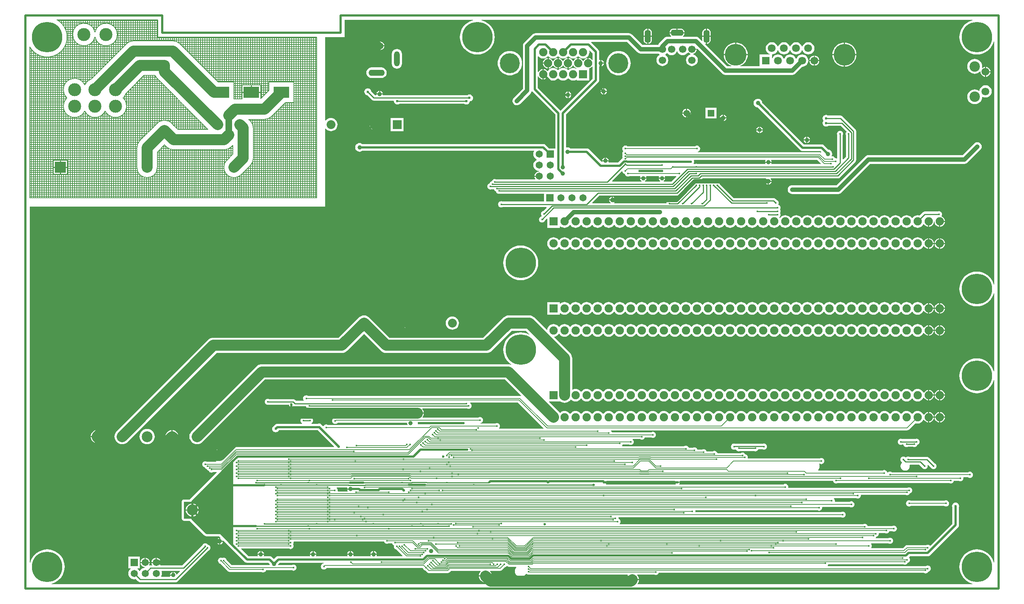
<source format=gbl>
%FSLAX44Y44*%
%MOMM*%
G71*
G01*
G75*
G04 Layer_Physical_Order=2*
G04 Layer_Color=16711680*
%ADD10C,0.2000*%
%ADD11R,1.3000X0.7500*%
%ADD12R,0.9900X0.6900*%
%ADD13R,0.7500X1.3000*%
%ADD14R,3.5000X1.2000*%
%ADD15O,0.8000X0.3000*%
%ADD16O,0.3000X0.8000*%
%ADD17R,5.3000X5.3000*%
%ADD18R,2.0000X5.5000*%
%ADD19O,2.1000X0.6000*%
%ADD20R,2.0000X0.6000*%
%ADD21R,0.9500X1.6500*%
%ADD22R,0.2500X1.5500*%
%ADD23R,1.5500X0.2500*%
%ADD24R,1.0000X1.5000*%
%ADD25R,0.7000X1.5000*%
%ADD26R,2.0000X3.0000*%
%ADD27R,0.8000X1.5000*%
%ADD28R,1.4500X2.0000*%
%ADD29R,1.0000X2.2000*%
%ADD30R,5.5000X2.0000*%
%ADD31C,0.3500*%
%ADD32R,2.6000X2.2000*%
%ADD33R,2.4000X2.5000*%
%ADD34R,2.6000X1.8000*%
%ADD35R,6.8000X6.9000*%
%ADD36R,1.0000X1.9000*%
%ADD37P,1.4142X4X270.0*%
%ADD38P,1.4142X4X360.0*%
%ADD39R,2.0320X0.8890*%
%ADD40O,2.0320X0.8890*%
%ADD41O,1.7000X0.4500*%
%ADD42R,0.6500X1.7500*%
%ADD43R,1.3000X1.9000*%
%ADD44C,0.2500*%
%ADD45C,1.0000*%
%ADD46C,2.5000*%
%ADD47C,0.5000*%
%ADD48C,1.5000*%
%ADD49C,1.8000*%
%ADD50C,0.1500*%
%ADD51C,0.1250*%
%ADD52C,2.0320*%
%ADD53R,2.0320X2.0320*%
%ADD54C,2.4000*%
%ADD55C,1.8000*%
%ADD56C,1.6510*%
%ADD57R,1.6510X1.6510*%
%ADD58R,1.6510X1.6510*%
%ADD59C,7.0000*%
%ADD60C,4.6000*%
%ADD61C,1.9000*%
%ADD62R,1.9000X1.9000*%
%ADD63R,1.8000X1.8000*%
%ADD64C,1.8000*%
%ADD65C,5.0000*%
%ADD66C,1.7000*%
%ADD67O,1.4000X3.0000*%
%ADD68O,3.0000X1.4000*%
%ADD69O,3.7000X1.4000*%
%ADD70O,1.3000X3.5000*%
%ADD71O,3.2000X1.4000*%
%ADD72R,3.6000X2.6000*%
%ADD73C,3.0000*%
%ADD74O,1.4000X2.0000*%
%ADD75C,2.5000*%
%ADD76R,2.5000X2.5000*%
%ADD77C,2.5400*%
%ADD78R,1.5000X1.5000*%
%ADD79C,1.5000*%
%ADD80C,0.6000*%
%ADD81C,0.4000*%
%ADD82C,1.0000*%
G36*
X734730Y1270000D02*
X689730D01*
Y1078512D01*
X690907Y1078090D01*
X691958Y1079372D01*
X694267Y1081266D01*
X696900Y1082674D01*
X699758Y1083541D01*
X702730Y1083833D01*
X705702Y1083541D01*
X708560Y1082674D01*
X711193Y1081266D01*
X713502Y1079372D01*
X715396Y1077063D01*
X716804Y1074430D01*
X717671Y1071572D01*
X717963Y1068600D01*
X717671Y1065628D01*
X716804Y1062770D01*
X715396Y1060137D01*
X713502Y1057828D01*
X711193Y1055934D01*
X708560Y1054526D01*
X705702Y1053659D01*
X702730Y1053367D01*
X699758Y1053659D01*
X696900Y1054526D01*
X694267Y1055934D01*
X691958Y1057828D01*
X690907Y1059110D01*
X689730Y1058689D01*
Y880000D01*
X9730D01*
Y60050D01*
X10971Y59903D01*
X11570Y62399D01*
X13980Y68216D01*
X17270Y73584D01*
X21359Y78372D01*
X26146Y82460D01*
X31514Y85750D01*
X37331Y88160D01*
X43454Y89629D01*
X49730Y90124D01*
X56007Y89629D01*
X62129Y88160D01*
X67946Y85750D01*
X73314Y82460D01*
X78102Y78372D01*
X82191Y73584D01*
X85481Y68216D01*
X87890Y62399D01*
X89360Y56276D01*
X89854Y50000D01*
X89360Y43723D01*
X87890Y37601D01*
X85481Y31784D01*
X82191Y26416D01*
X78102Y21628D01*
X73314Y17539D01*
X67946Y14249D01*
X62129Y11840D01*
X59636Y11241D01*
X59783Y10000D01*
X1384481D01*
X1385015Y11130D01*
X1384198Y12126D01*
X1382805Y14732D01*
X1381947Y17560D01*
X1381781Y19250D01*
X1411680D01*
X1411513Y17560D01*
X1410655Y14732D01*
X1409262Y12126D01*
X1408445Y11130D01*
X1408979Y10000D01*
X2179677D01*
X2179824Y11241D01*
X2177331Y11840D01*
X2171514Y14249D01*
X2166146Y17539D01*
X2161358Y21628D01*
X2157269Y26416D01*
X2153980Y31784D01*
X2151570Y37601D01*
X2150100Y43723D01*
X2149606Y50000D01*
X2150100Y56276D01*
X2151570Y62399D01*
X2153980Y68216D01*
X2157269Y73584D01*
X2161358Y78372D01*
X2166146Y82460D01*
X2171514Y85750D01*
X2177331Y88160D01*
X2183453Y89629D01*
X2189730Y90124D01*
X2196007Y89629D01*
X2202129Y88160D01*
X2207946Y85750D01*
X2213314Y82460D01*
X2218102Y78372D01*
X2222191Y73584D01*
X2225481Y68216D01*
X2227890Y62399D01*
X2228489Y59905D01*
X2229730Y60052D01*
Y479948D01*
X2228489Y480095D01*
X2227890Y477601D01*
X2225481Y471784D01*
X2222191Y466416D01*
X2218102Y461628D01*
X2213314Y457539D01*
X2207946Y454249D01*
X2202129Y451840D01*
X2196007Y450370D01*
X2189730Y449876D01*
X2183453Y450370D01*
X2177331Y451840D01*
X2171514Y454249D01*
X2166146Y457539D01*
X2161358Y461628D01*
X2157269Y466416D01*
X2153980Y471784D01*
X2151570Y477601D01*
X2150100Y483723D01*
X2149606Y490000D01*
X2150100Y496277D01*
X2151570Y502399D01*
X2153980Y508216D01*
X2157269Y513584D01*
X2161358Y518372D01*
X2166146Y522461D01*
X2171514Y525750D01*
X2177331Y528160D01*
X2183453Y529630D01*
X2189730Y530124D01*
X2196007Y529630D01*
X2202129Y528160D01*
X2207946Y525750D01*
X2213314Y522461D01*
X2218102Y518372D01*
X2222191Y513584D01*
X2225481Y508216D01*
X2227890Y502399D01*
X2228489Y499905D01*
X2229730Y500052D01*
Y679948D01*
X2228489Y680095D01*
X2227890Y677601D01*
X2225481Y671784D01*
X2222191Y666416D01*
X2218102Y661628D01*
X2213314Y657539D01*
X2207946Y654249D01*
X2202129Y651840D01*
X2196007Y650370D01*
X2189730Y649876D01*
X2183453Y650370D01*
X2177331Y651840D01*
X2171514Y654249D01*
X2166146Y657539D01*
X2161358Y661628D01*
X2157269Y666416D01*
X2153980Y671784D01*
X2151570Y677601D01*
X2150100Y683723D01*
X2149606Y690000D01*
X2150100Y696277D01*
X2151570Y702399D01*
X2153980Y708216D01*
X2157269Y713584D01*
X2161358Y718372D01*
X2166146Y722461D01*
X2171514Y725750D01*
X2177331Y728160D01*
X2183453Y729630D01*
X2189730Y730124D01*
X2196007Y729630D01*
X2202129Y728160D01*
X2207946Y725750D01*
X2213314Y722461D01*
X2218102Y718372D01*
X2222191Y713584D01*
X2225481Y708216D01*
X2227890Y702399D01*
X2228489Y699905D01*
X2229730Y700052D01*
Y1259948D01*
X2228489Y1260095D01*
X2227890Y1257601D01*
X2225481Y1251784D01*
X2222191Y1246416D01*
X2218102Y1241628D01*
X2213314Y1237539D01*
X2207946Y1234249D01*
X2202129Y1231840D01*
X2196007Y1230370D01*
X2189730Y1229876D01*
X2183453Y1230370D01*
X2177331Y1231840D01*
X2171514Y1234249D01*
X2166146Y1237539D01*
X2161358Y1241628D01*
X2157269Y1246416D01*
X2153980Y1251784D01*
X2151570Y1257601D01*
X2150100Y1263723D01*
X2149606Y1270000D01*
X2150100Y1276277D01*
X2151570Y1282399D01*
X2153980Y1288216D01*
X2157269Y1293584D01*
X2161358Y1298372D01*
X2166146Y1302461D01*
X2171514Y1305750D01*
X2177331Y1308160D01*
X2179826Y1308759D01*
X2179679Y1310000D01*
X1049781D01*
X1049634Y1308759D01*
X1052129Y1308160D01*
X1057946Y1305750D01*
X1063314Y1302461D01*
X1068102Y1298372D01*
X1072191Y1293584D01*
X1075480Y1288216D01*
X1077890Y1282399D01*
X1079360Y1276277D01*
X1079854Y1270000D01*
X1079360Y1263723D01*
X1077890Y1257601D01*
X1075480Y1251784D01*
X1072191Y1246416D01*
X1068102Y1241628D01*
X1063314Y1237539D01*
X1057946Y1234249D01*
X1052129Y1231840D01*
X1046007Y1230370D01*
X1039730Y1229876D01*
X1033453Y1230370D01*
X1027331Y1231840D01*
X1021514Y1234249D01*
X1016146Y1237539D01*
X1011358Y1241628D01*
X1007269Y1246416D01*
X1003979Y1251784D01*
X1001570Y1257601D01*
X1000100Y1263723D01*
X999606Y1270000D01*
X1000100Y1276277D01*
X1001570Y1282399D01*
X1003979Y1288216D01*
X1007269Y1293584D01*
X1011358Y1298372D01*
X1016146Y1302461D01*
X1021514Y1305750D01*
X1027331Y1308160D01*
X1029825Y1308759D01*
X1029678Y1310000D01*
X734730D01*
Y1270000D01*
D02*
G37*
%LPC*%
G36*
X881780Y624005D02*
X883835Y623734D01*
X886915Y622458D01*
X889559Y620429D01*
X891589Y617785D01*
X892864Y614705D01*
X893135Y612650D01*
X881780D01*
Y624005D01*
D02*
G37*
G36*
X879280D02*
Y612650D01*
X867925D01*
X868196Y614705D01*
X869472Y617785D01*
X871501Y620429D01*
X874145Y622458D01*
X877225Y623734D01*
X879280Y624005D01*
D02*
G37*
G36*
X678580Y610150D02*
X689935D01*
X689664Y608095D01*
X688389Y605015D01*
X686359Y602371D01*
X683715Y600341D01*
X680635Y599066D01*
X678580Y598795D01*
Y610150D01*
D02*
G37*
G36*
X664725D02*
X676080D01*
Y598795D01*
X674025Y599066D01*
X670945Y600341D01*
X668301Y602371D01*
X666272Y605015D01*
X664996Y608095D01*
X664725Y610150D01*
D02*
G37*
G36*
X678580Y624005D02*
X680635Y623734D01*
X683715Y622458D01*
X686359Y620429D01*
X688389Y617785D01*
X689664Y614705D01*
X689935Y612650D01*
X678580D01*
Y624005D01*
D02*
G37*
G36*
X2092291Y644150D02*
X2102980D01*
Y633461D01*
X2101097Y633709D01*
X2098178Y634918D01*
X2095672Y636841D01*
X2093748Y639348D01*
X2092539Y642267D01*
X2092291Y644150D01*
D02*
G37*
G36*
X2080080D02*
X2090769D01*
X2090521Y642267D01*
X2089312Y639348D01*
X2087388Y636841D01*
X2084882Y634918D01*
X2081963Y633709D01*
X2080080Y633461D01*
Y644150D01*
D02*
G37*
G36*
X676080Y624005D02*
Y612650D01*
X664725D01*
X664996Y614705D01*
X666272Y617785D01*
X668301Y620429D01*
X670945Y622458D01*
X674025Y623734D01*
X676080Y624005D01*
D02*
G37*
G36*
X2105480Y644150D02*
X2116169D01*
X2115921Y642267D01*
X2114712Y639348D01*
X2112789Y636841D01*
X2110282Y634918D01*
X2107363Y633709D01*
X2105480Y633461D01*
Y644150D01*
D02*
G37*
G36*
Y606539D02*
X2107363Y606291D01*
X2110282Y605082D01*
X2112789Y603158D01*
X2114712Y600652D01*
X2115921Y597733D01*
X2116169Y595850D01*
X2105480D01*
Y606539D01*
D02*
G37*
G36*
X2102980D02*
Y595850D01*
X2092291D01*
X2092539Y597733D01*
X2093748Y600652D01*
X2095672Y603158D01*
X2098178Y605082D01*
X2101097Y606291D01*
X2102980Y606539D01*
D02*
G37*
G36*
X2092291Y593350D02*
X2102980D01*
Y582661D01*
X2101097Y582909D01*
X2098178Y584118D01*
X2095672Y586041D01*
X2093748Y588548D01*
X2092539Y591467D01*
X2092291Y593350D01*
D02*
G37*
G36*
X2080080D02*
X2090769D01*
X2090521Y591467D01*
X2089312Y588548D01*
X2087388Y586041D01*
X2084882Y584118D01*
X2081963Y582909D01*
X2080080Y582661D01*
Y593350D01*
D02*
G37*
G36*
Y606539D02*
X2081963Y606291D01*
X2084882Y605082D01*
X2087388Y603158D01*
X2089312Y600652D01*
X2090521Y597733D01*
X2090769Y595850D01*
X2080080D01*
Y606539D01*
D02*
G37*
G36*
X881780Y610150D02*
X893135D01*
X892864Y608095D01*
X891589Y605015D01*
X889559Y602371D01*
X886915Y600341D01*
X883835Y599066D01*
X881780Y598795D01*
Y610150D01*
D02*
G37*
G36*
X867925D02*
X879280D01*
Y598795D01*
X877225Y599066D01*
X874145Y600341D01*
X871501Y602371D01*
X869472Y605015D01*
X868196Y608095D01*
X867925Y610150D01*
D02*
G37*
G36*
X1112130Y628985D02*
X1159330D01*
X1162760Y628647D01*
X1165291Y627879D01*
X1166059Y627646D01*
X1169099Y626021D01*
X1171764Y623834D01*
X1199657Y595942D01*
X1200834Y596363D01*
X1200940Y597442D01*
X1201769Y600176D01*
X1203115Y602695D01*
X1204927Y604902D01*
X1207135Y606715D01*
X1209654Y608061D01*
X1212388Y608890D01*
X1215230Y609170D01*
X1218073Y608890D01*
X1220806Y608061D01*
X1223325Y606715D01*
X1225533Y604902D01*
X1227305Y602743D01*
X1228555D01*
X1230327Y604902D01*
X1232535Y606715D01*
X1235054Y608061D01*
X1237788Y608890D01*
X1240630Y609170D01*
X1243473Y608890D01*
X1246206Y608061D01*
X1248725Y606715D01*
X1250933Y604902D01*
X1252705Y602743D01*
X1253955D01*
X1255727Y604902D01*
X1257935Y606715D01*
X1260454Y608061D01*
X1263188Y608890D01*
X1266030Y609170D01*
X1268873Y608890D01*
X1271606Y608061D01*
X1274125Y606715D01*
X1276333Y604902D01*
X1278105Y602743D01*
X1279355D01*
X1281127Y604902D01*
X1283335Y606715D01*
X1285854Y608061D01*
X1288588Y608890D01*
X1291430Y609170D01*
X1294272Y608890D01*
X1297006Y608061D01*
X1299525Y606715D01*
X1301733Y604902D01*
X1303505Y602743D01*
X1304755D01*
X1306527Y604902D01*
X1308735Y606715D01*
X1311254Y608061D01*
X1313988Y608890D01*
X1316830Y609170D01*
X1319673Y608890D01*
X1322406Y608061D01*
X1324925Y606715D01*
X1327133Y604902D01*
X1328905Y602743D01*
X1330155D01*
X1331927Y604902D01*
X1334135Y606715D01*
X1336654Y608061D01*
X1339388Y608890D01*
X1342230Y609170D01*
X1345072Y608890D01*
X1347806Y608061D01*
X1350325Y606715D01*
X1352533Y604902D01*
X1354305Y602743D01*
X1355555D01*
X1357327Y604902D01*
X1359535Y606715D01*
X1362054Y608061D01*
X1364788Y608890D01*
X1367630Y609170D01*
X1370473Y608890D01*
X1373206Y608061D01*
X1375725Y606715D01*
X1377933Y604902D01*
X1379705Y602743D01*
X1380955D01*
X1382727Y604902D01*
X1384935Y606715D01*
X1387454Y608061D01*
X1390188Y608890D01*
X1393030Y609170D01*
X1395872Y608890D01*
X1398606Y608061D01*
X1401125Y606715D01*
X1403333Y604902D01*
X1405105Y602743D01*
X1406355D01*
X1408127Y604902D01*
X1410335Y606715D01*
X1412854Y608061D01*
X1415588Y608890D01*
X1418430Y609170D01*
X1421272Y608890D01*
X1424006Y608061D01*
X1426525Y606715D01*
X1428733Y604902D01*
X1430505Y602743D01*
X1431755D01*
X1433527Y604902D01*
X1435735Y606715D01*
X1438254Y608061D01*
X1440988Y608890D01*
X1443830Y609170D01*
X1446673Y608890D01*
X1449406Y608061D01*
X1451925Y606715D01*
X1454133Y604902D01*
X1455905Y602743D01*
X1457155D01*
X1458927Y604902D01*
X1461135Y606715D01*
X1463654Y608061D01*
X1466388Y608890D01*
X1469230Y609170D01*
X1472072Y608890D01*
X1474806Y608061D01*
X1477325Y606715D01*
X1479533Y604902D01*
X1481305Y602743D01*
X1482555D01*
X1484327Y604902D01*
X1486535Y606715D01*
X1489054Y608061D01*
X1491788Y608890D01*
X1494630Y609170D01*
X1497473Y608890D01*
X1500206Y608061D01*
X1502725Y606715D01*
X1504933Y604902D01*
X1506705Y602743D01*
X1507955D01*
X1509727Y604902D01*
X1511935Y606715D01*
X1514454Y608061D01*
X1517188Y608890D01*
X1520030Y609170D01*
X1522872Y608890D01*
X1525606Y608061D01*
X1528125Y606715D01*
X1530333Y604902D01*
X1532105Y602743D01*
X1533355D01*
X1535127Y604902D01*
X1537335Y606715D01*
X1539854Y608061D01*
X1542588Y608890D01*
X1545430Y609170D01*
X1548273Y608890D01*
X1551006Y608061D01*
X1553525Y606715D01*
X1555733Y604902D01*
X1557505Y602743D01*
X1558755D01*
X1560527Y604902D01*
X1562735Y606715D01*
X1565254Y608061D01*
X1567988Y608890D01*
X1570830Y609170D01*
X1573672Y608890D01*
X1576406Y608061D01*
X1578925Y606715D01*
X1581133Y604902D01*
X1582905Y602743D01*
X1584155D01*
X1585927Y604902D01*
X1588135Y606715D01*
X1590654Y608061D01*
X1593388Y608890D01*
X1596230Y609170D01*
X1599073Y608890D01*
X1601806Y608061D01*
X1604325Y606715D01*
X1606533Y604902D01*
X1608305Y602743D01*
X1609555D01*
X1611327Y604902D01*
X1613535Y606715D01*
X1616054Y608061D01*
X1618788Y608890D01*
X1621630Y609170D01*
X1624473Y608890D01*
X1627206Y608061D01*
X1629725Y606715D01*
X1631933Y604902D01*
X1633705Y602743D01*
X1634955D01*
X1636727Y604902D01*
X1638935Y606715D01*
X1641454Y608061D01*
X1644188Y608890D01*
X1647030Y609170D01*
X1649872Y608890D01*
X1652606Y608061D01*
X1655125Y606715D01*
X1657333Y604902D01*
X1659105Y602743D01*
X1660355D01*
X1662127Y604902D01*
X1664335Y606715D01*
X1666854Y608061D01*
X1669588Y608890D01*
X1672430Y609170D01*
X1675273Y608890D01*
X1678006Y608061D01*
X1680525Y606715D01*
X1682733Y604902D01*
X1684505Y602743D01*
X1685755D01*
X1687527Y604902D01*
X1689735Y606715D01*
X1692254Y608061D01*
X1694988Y608890D01*
X1697830Y609170D01*
X1700672Y608890D01*
X1703406Y608061D01*
X1705925Y606715D01*
X1708133Y604902D01*
X1709905Y602743D01*
X1711155D01*
X1712927Y604902D01*
X1715135Y606715D01*
X1717654Y608061D01*
X1720388Y608890D01*
X1723230Y609170D01*
X1726073Y608890D01*
X1728806Y608061D01*
X1731325Y606715D01*
X1733533Y604902D01*
X1735305Y602743D01*
X1736555D01*
X1738327Y604902D01*
X1740535Y606715D01*
X1743054Y608061D01*
X1745788Y608890D01*
X1748630Y609170D01*
X1751472Y608890D01*
X1754206Y608061D01*
X1756725Y606715D01*
X1758933Y604902D01*
X1760705Y602743D01*
X1761955D01*
X1763727Y604902D01*
X1765935Y606715D01*
X1768454Y608061D01*
X1771188Y608890D01*
X1774030Y609170D01*
X1776873Y608890D01*
X1779606Y608061D01*
X1782125Y606715D01*
X1784333Y604902D01*
X1786105Y602743D01*
X1787355D01*
X1789127Y604902D01*
X1791335Y606715D01*
X1793854Y608061D01*
X1796588Y608890D01*
X1799430Y609170D01*
X1802272Y608890D01*
X1805006Y608061D01*
X1807525Y606715D01*
X1809733Y604902D01*
X1811505Y602743D01*
X1812755D01*
X1814527Y604902D01*
X1816735Y606715D01*
X1819254Y608061D01*
X1821988Y608890D01*
X1824830Y609170D01*
X1827672Y608890D01*
X1830406Y608061D01*
X1832925Y606715D01*
X1835133Y604902D01*
X1836905Y602743D01*
X1838155D01*
X1839927Y604902D01*
X1842135Y606715D01*
X1844654Y608061D01*
X1847388Y608890D01*
X1850230Y609170D01*
X1853073Y608890D01*
X1855806Y608061D01*
X1858325Y606715D01*
X1860533Y604902D01*
X1862305Y602743D01*
X1863555D01*
X1865327Y604902D01*
X1867535Y606715D01*
X1870054Y608061D01*
X1872788Y608890D01*
X1875630Y609170D01*
X1878472Y608890D01*
X1881206Y608061D01*
X1883725Y606715D01*
X1885933Y604902D01*
X1887705Y602743D01*
X1888955D01*
X1890727Y604902D01*
X1892935Y606715D01*
X1895454Y608061D01*
X1898188Y608890D01*
X1901030Y609170D01*
X1903873Y608890D01*
X1906606Y608061D01*
X1909125Y606715D01*
X1911333Y604902D01*
X1913105Y602743D01*
X1914355D01*
X1916127Y604902D01*
X1918335Y606715D01*
X1920854Y608061D01*
X1923588Y608890D01*
X1926430Y609170D01*
X1929272Y608890D01*
X1932006Y608061D01*
X1934525Y606715D01*
X1936733Y604902D01*
X1938505Y602743D01*
X1939755D01*
X1941527Y604902D01*
X1943735Y606715D01*
X1946254Y608061D01*
X1948988Y608890D01*
X1951830Y609170D01*
X1954673Y608890D01*
X1957406Y608061D01*
X1959925Y606715D01*
X1962133Y604902D01*
X1963905Y602743D01*
X1965155D01*
X1966927Y604902D01*
X1969135Y606715D01*
X1971654Y608061D01*
X1974388Y608890D01*
X1977230Y609170D01*
X1980072Y608890D01*
X1982806Y608061D01*
X1985325Y606715D01*
X1987533Y604902D01*
X1989305Y602743D01*
X1990555D01*
X1992327Y604902D01*
X1994535Y606715D01*
X1997054Y608061D01*
X1999788Y608890D01*
X2002630Y609170D01*
X2005473Y608890D01*
X2008206Y608061D01*
X2010725Y606715D01*
X2012933Y604902D01*
X2014705Y602743D01*
X2015955D01*
X2017727Y604902D01*
X2019935Y606715D01*
X2022454Y608061D01*
X2025188Y608890D01*
X2028030Y609170D01*
X2030872Y608890D01*
X2033606Y608061D01*
X2036125Y606715D01*
X2038333Y604902D01*
X2040105Y602743D01*
X2041355D01*
X2043127Y604902D01*
X2045335Y606715D01*
X2047854Y608061D01*
X2050588Y608890D01*
X2053430Y609170D01*
X2056272Y608890D01*
X2059006Y608061D01*
X2061525Y606715D01*
X2063733Y604902D01*
X2065545Y602695D01*
X2066891Y600176D01*
X2068126Y600115D01*
X2068348Y600652D01*
X2070272Y603158D01*
X2072778Y605082D01*
X2075697Y606291D01*
X2077580Y606539D01*
Y594600D01*
Y582661D01*
X2075697Y582909D01*
X2072778Y584118D01*
X2070272Y586041D01*
X2068348Y588548D01*
X2068126Y589085D01*
X2066891Y589024D01*
X2065545Y586505D01*
X2063733Y584297D01*
X2061525Y582485D01*
X2059006Y581139D01*
X2056272Y580310D01*
X2053430Y580030D01*
X2050588Y580310D01*
X2047854Y581139D01*
X2045335Y582485D01*
X2043127Y584297D01*
X2041355Y586457D01*
X2040105D01*
X2038333Y584297D01*
X2036125Y582485D01*
X2033606Y581139D01*
X2030872Y580310D01*
X2028030Y580030D01*
X2025188Y580310D01*
X2022454Y581139D01*
X2019935Y582485D01*
X2017727Y584297D01*
X2015955Y586457D01*
X2014705D01*
X2012933Y584297D01*
X2010725Y582485D01*
X2008206Y581139D01*
X2005473Y580310D01*
X2002630Y580030D01*
X1999788Y580310D01*
X1997054Y581139D01*
X1994535Y582485D01*
X1992327Y584297D01*
X1990555Y586457D01*
X1989305D01*
X1987533Y584297D01*
X1985325Y582485D01*
X1982806Y581139D01*
X1980072Y580310D01*
X1977230Y580030D01*
X1974388Y580310D01*
X1971654Y581139D01*
X1969135Y582485D01*
X1966927Y584297D01*
X1965155Y586457D01*
X1963905D01*
X1962133Y584297D01*
X1959925Y582485D01*
X1957406Y581139D01*
X1954673Y580310D01*
X1951830Y580030D01*
X1948988Y580310D01*
X1946254Y581139D01*
X1943735Y582485D01*
X1941527Y584297D01*
X1939755Y586457D01*
X1938505D01*
X1936733Y584297D01*
X1934525Y582485D01*
X1932006Y581139D01*
X1929272Y580310D01*
X1926430Y580030D01*
X1923588Y580310D01*
X1920854Y581139D01*
X1918335Y582485D01*
X1916127Y584297D01*
X1914355Y586457D01*
X1913105D01*
X1911333Y584297D01*
X1909125Y582485D01*
X1906606Y581139D01*
X1903873Y580310D01*
X1901030Y580030D01*
X1898188Y580310D01*
X1895454Y581139D01*
X1892935Y582485D01*
X1890727Y584297D01*
X1888955Y586457D01*
X1887705D01*
X1885933Y584297D01*
X1883725Y582485D01*
X1881206Y581139D01*
X1878472Y580310D01*
X1875630Y580030D01*
X1872788Y580310D01*
X1870054Y581139D01*
X1867535Y582485D01*
X1865327Y584297D01*
X1863555Y586457D01*
X1862305D01*
X1860533Y584297D01*
X1858325Y582485D01*
X1855806Y581139D01*
X1853073Y580310D01*
X1850230Y580030D01*
X1847388Y580310D01*
X1844654Y581139D01*
X1842135Y582485D01*
X1839927Y584297D01*
X1838155Y586457D01*
X1836905D01*
X1835133Y584297D01*
X1832925Y582485D01*
X1830406Y581139D01*
X1827672Y580310D01*
X1824830Y580030D01*
X1821988Y580310D01*
X1819254Y581139D01*
X1816735Y582485D01*
X1814527Y584297D01*
X1812755Y586457D01*
X1811505D01*
X1809733Y584297D01*
X1807525Y582485D01*
X1805006Y581139D01*
X1802272Y580310D01*
X1799430Y580030D01*
X1796588Y580310D01*
X1793854Y581139D01*
X1791335Y582485D01*
X1789127Y584297D01*
X1787355Y586457D01*
X1786105D01*
X1784333Y584297D01*
X1782125Y582485D01*
X1779606Y581139D01*
X1776873Y580310D01*
X1774030Y580030D01*
X1771188Y580310D01*
X1768454Y581139D01*
X1765935Y582485D01*
X1763727Y584297D01*
X1761955Y586457D01*
X1760705D01*
X1758933Y584297D01*
X1756725Y582485D01*
X1754206Y581139D01*
X1751472Y580310D01*
X1748630Y580030D01*
X1745788Y580310D01*
X1743054Y581139D01*
X1740535Y582485D01*
X1738327Y584297D01*
X1736555Y586457D01*
X1735305D01*
X1733533Y584297D01*
X1731325Y582485D01*
X1728806Y581139D01*
X1726073Y580310D01*
X1723230Y580030D01*
X1720388Y580310D01*
X1717654Y581139D01*
X1715135Y582485D01*
X1712927Y584297D01*
X1711155Y586457D01*
X1709905D01*
X1708133Y584297D01*
X1705925Y582485D01*
X1703406Y581139D01*
X1700672Y580310D01*
X1697830Y580030D01*
X1694988Y580310D01*
X1692254Y581139D01*
X1689735Y582485D01*
X1687527Y584297D01*
X1685755Y586457D01*
X1684505D01*
X1682733Y584297D01*
X1680525Y582485D01*
X1678006Y581139D01*
X1675273Y580310D01*
X1672430Y580030D01*
X1669588Y580310D01*
X1666854Y581139D01*
X1664335Y582485D01*
X1662127Y584297D01*
X1660355Y586457D01*
X1659105D01*
X1657333Y584297D01*
X1655125Y582485D01*
X1652606Y581139D01*
X1649872Y580310D01*
X1647030Y580030D01*
X1644188Y580310D01*
X1641454Y581139D01*
X1638935Y582485D01*
X1636727Y584297D01*
X1634955Y586457D01*
X1633705D01*
X1631933Y584297D01*
X1629725Y582485D01*
X1627206Y581139D01*
X1624473Y580310D01*
X1621630Y580030D01*
X1618788Y580310D01*
X1616054Y581139D01*
X1613535Y582485D01*
X1611327Y584297D01*
X1609555Y586457D01*
X1608305D01*
X1606533Y584297D01*
X1604325Y582485D01*
X1601806Y581139D01*
X1599073Y580310D01*
X1596230Y580030D01*
X1593388Y580310D01*
X1590654Y581139D01*
X1588135Y582485D01*
X1585927Y584297D01*
X1584155Y586457D01*
X1582905D01*
X1581133Y584297D01*
X1578925Y582485D01*
X1576406Y581139D01*
X1573672Y580310D01*
X1570830Y580030D01*
X1567988Y580310D01*
X1565254Y581139D01*
X1562735Y582485D01*
X1560527Y584297D01*
X1558755Y586457D01*
X1557505D01*
X1555733Y584297D01*
X1553525Y582485D01*
X1551006Y581139D01*
X1548273Y580310D01*
X1545430Y580030D01*
X1542588Y580310D01*
X1539854Y581139D01*
X1537335Y582485D01*
X1535127Y584297D01*
X1533355Y586457D01*
X1532105D01*
X1530333Y584297D01*
X1528125Y582485D01*
X1525606Y581139D01*
X1522872Y580310D01*
X1520030Y580030D01*
X1517188Y580310D01*
X1514454Y581139D01*
X1511935Y582485D01*
X1509727Y584297D01*
X1507955Y586457D01*
X1506705D01*
X1504933Y584297D01*
X1502725Y582485D01*
X1500206Y581139D01*
X1497473Y580310D01*
X1494630Y580030D01*
X1491788Y580310D01*
X1489054Y581139D01*
X1486535Y582485D01*
X1484327Y584297D01*
X1482555Y586457D01*
X1481305D01*
X1479533Y584297D01*
X1477325Y582485D01*
X1474806Y581139D01*
X1472072Y580310D01*
X1469230Y580030D01*
X1466388Y580310D01*
X1463654Y581139D01*
X1461135Y582485D01*
X1458927Y584297D01*
X1457155Y586457D01*
X1455905D01*
X1454133Y584297D01*
X1451925Y582485D01*
X1449406Y581139D01*
X1446673Y580310D01*
X1443830Y580030D01*
X1440988Y580310D01*
X1438254Y581139D01*
X1435735Y582485D01*
X1433527Y584297D01*
X1431755Y586457D01*
X1430505D01*
X1428733Y584297D01*
X1426525Y582485D01*
X1424006Y581139D01*
X1421272Y580310D01*
X1418430Y580030D01*
X1415588Y580310D01*
X1412854Y581139D01*
X1410335Y582485D01*
X1408127Y584297D01*
X1406355Y586457D01*
X1405105D01*
X1403333Y584297D01*
X1401125Y582485D01*
X1398606Y581139D01*
X1395872Y580310D01*
X1393030Y580030D01*
X1390188Y580310D01*
X1387454Y581139D01*
X1384935Y582485D01*
X1382727Y584297D01*
X1380955Y586457D01*
X1379705D01*
X1377933Y584297D01*
X1375725Y582485D01*
X1373206Y581139D01*
X1370473Y580310D01*
X1367630Y580030D01*
X1364788Y580310D01*
X1362054Y581139D01*
X1359535Y582485D01*
X1357327Y584297D01*
X1355555Y586457D01*
X1354305D01*
X1352533Y584297D01*
X1350325Y582485D01*
X1347806Y581139D01*
X1345072Y580310D01*
X1342230Y580030D01*
X1339388Y580310D01*
X1336654Y581139D01*
X1334135Y582485D01*
X1331927Y584297D01*
X1330155Y586457D01*
X1328905D01*
X1327133Y584297D01*
X1324925Y582485D01*
X1322406Y581139D01*
X1319673Y580310D01*
X1316830Y580030D01*
X1313988Y580310D01*
X1311254Y581139D01*
X1308735Y582485D01*
X1306527Y584297D01*
X1304755Y586457D01*
X1303505D01*
X1301733Y584297D01*
X1299525Y582485D01*
X1297006Y581139D01*
X1294272Y580310D01*
X1291430Y580030D01*
X1288588Y580310D01*
X1285854Y581139D01*
X1283335Y582485D01*
X1281127Y584297D01*
X1279355Y586457D01*
X1278105D01*
X1276333Y584297D01*
X1274125Y582485D01*
X1271606Y581139D01*
X1268873Y580310D01*
X1266030Y580030D01*
X1263188Y580310D01*
X1260454Y581139D01*
X1257935Y582485D01*
X1255727Y584297D01*
X1253955Y586457D01*
X1252705D01*
X1250933Y584297D01*
X1248725Y582485D01*
X1246206Y581139D01*
X1243473Y580310D01*
X1240630Y580030D01*
X1237788Y580310D01*
X1235054Y581139D01*
X1232535Y582485D01*
X1230327Y584297D01*
X1228555Y586457D01*
X1227305D01*
X1225533Y584297D01*
X1223325Y582485D01*
X1220806Y581139D01*
X1218073Y580310D01*
X1216993Y580203D01*
X1216572Y579026D01*
X1253064Y542534D01*
X1255251Y539869D01*
X1256876Y536829D01*
X1257109Y536062D01*
X1257877Y533531D01*
X1258215Y530100D01*
X1258215Y530100D01*
X1258215D01*
X1258215Y530100D01*
X1258215D01*
Y458880D01*
X1259287Y458237D01*
X1260454Y458861D01*
X1263188Y459690D01*
X1266030Y459970D01*
X1268873Y459690D01*
X1271606Y458861D01*
X1274125Y457514D01*
X1276333Y455703D01*
X1278105Y453543D01*
X1279355D01*
X1281127Y455703D01*
X1283335Y457514D01*
X1285854Y458861D01*
X1288588Y459690D01*
X1291430Y459970D01*
X1294272Y459690D01*
X1297006Y458861D01*
X1299525Y457514D01*
X1301733Y455703D01*
X1303505Y453543D01*
X1304755D01*
X1306527Y455703D01*
X1308735Y457514D01*
X1311254Y458861D01*
X1313988Y459690D01*
X1316830Y459970D01*
X1319673Y459690D01*
X1322406Y458861D01*
X1324925Y457514D01*
X1327133Y455703D01*
X1328905Y453543D01*
X1330155D01*
X1331927Y455703D01*
X1334135Y457514D01*
X1336654Y458861D01*
X1339388Y459690D01*
X1342230Y459970D01*
X1345072Y459690D01*
X1347806Y458861D01*
X1350325Y457514D01*
X1352533Y455703D01*
X1354305Y453543D01*
X1355555D01*
X1357327Y455703D01*
X1359535Y457514D01*
X1362054Y458861D01*
X1364788Y459690D01*
X1367630Y459970D01*
X1370473Y459690D01*
X1373206Y458861D01*
X1375725Y457514D01*
X1377933Y455703D01*
X1379705Y453543D01*
X1380955D01*
X1382727Y455703D01*
X1384935Y457514D01*
X1387454Y458861D01*
X1390188Y459690D01*
X1393030Y459970D01*
X1395872Y459690D01*
X1398606Y458861D01*
X1401125Y457514D01*
X1403333Y455703D01*
X1405105Y453543D01*
X1406355D01*
X1408127Y455703D01*
X1410335Y457514D01*
X1412854Y458861D01*
X1415588Y459690D01*
X1418430Y459970D01*
X1421272Y459690D01*
X1424006Y458861D01*
X1426525Y457514D01*
X1428733Y455703D01*
X1430505Y453543D01*
X1431755D01*
X1433527Y455703D01*
X1435735Y457514D01*
X1438254Y458861D01*
X1440988Y459690D01*
X1443830Y459970D01*
X1446673Y459690D01*
X1449406Y458861D01*
X1451925Y457514D01*
X1454133Y455703D01*
X1455905Y453543D01*
X1457155D01*
X1458927Y455703D01*
X1461135Y457514D01*
X1463654Y458861D01*
X1466388Y459690D01*
X1469230Y459970D01*
X1472072Y459690D01*
X1474806Y458861D01*
X1477325Y457514D01*
X1479533Y455703D01*
X1481305Y453543D01*
X1482555D01*
X1484327Y455703D01*
X1486535Y457514D01*
X1489054Y458861D01*
X1491788Y459690D01*
X1494630Y459970D01*
X1497473Y459690D01*
X1500206Y458861D01*
X1502725Y457514D01*
X1504933Y455703D01*
X1506705Y453543D01*
X1507955D01*
X1509727Y455703D01*
X1511935Y457514D01*
X1514454Y458861D01*
X1517188Y459690D01*
X1520030Y459970D01*
X1522872Y459690D01*
X1525606Y458861D01*
X1528125Y457514D01*
X1530333Y455703D01*
X1532105Y453543D01*
X1533355D01*
X1535127Y455703D01*
X1537335Y457514D01*
X1539854Y458861D01*
X1542588Y459690D01*
X1545430Y459970D01*
X1548273Y459690D01*
X1551006Y458861D01*
X1553525Y457514D01*
X1555733Y455703D01*
X1557505Y453543D01*
X1558755D01*
X1560527Y455703D01*
X1562735Y457514D01*
X1565254Y458861D01*
X1567988Y459690D01*
X1570830Y459970D01*
X1573672Y459690D01*
X1576406Y458861D01*
X1578925Y457514D01*
X1581133Y455703D01*
X1582905Y453543D01*
X1584155D01*
X1585927Y455703D01*
X1588135Y457514D01*
X1590654Y458861D01*
X1593388Y459690D01*
X1596230Y459970D01*
X1599073Y459690D01*
X1601806Y458861D01*
X1604325Y457514D01*
X1606533Y455703D01*
X1608305Y453543D01*
X1609555D01*
X1611327Y455703D01*
X1613535Y457514D01*
X1616054Y458861D01*
X1618788Y459690D01*
X1621630Y459970D01*
X1624473Y459690D01*
X1627206Y458861D01*
X1629725Y457514D01*
X1631933Y455703D01*
X1633705Y453543D01*
X1634955D01*
X1636727Y455703D01*
X1638935Y457514D01*
X1641454Y458861D01*
X1644188Y459690D01*
X1647030Y459970D01*
X1649872Y459690D01*
X1652606Y458861D01*
X1655125Y457514D01*
X1657333Y455703D01*
X1659105Y453543D01*
X1660355D01*
X1662127Y455703D01*
X1664335Y457514D01*
X1666854Y458861D01*
X1669588Y459690D01*
X1672430Y459970D01*
X1675273Y459690D01*
X1678006Y458861D01*
X1680525Y457514D01*
X1682733Y455703D01*
X1684505Y453543D01*
X1685755D01*
X1687527Y455703D01*
X1689735Y457514D01*
X1692254Y458861D01*
X1694988Y459690D01*
X1697830Y459970D01*
X1700672Y459690D01*
X1703406Y458861D01*
X1705925Y457514D01*
X1708133Y455703D01*
X1709905Y453543D01*
X1711155D01*
X1712927Y455703D01*
X1715135Y457514D01*
X1717654Y458861D01*
X1720388Y459690D01*
X1723230Y459970D01*
X1726073Y459690D01*
X1728806Y458861D01*
X1731325Y457514D01*
X1733533Y455703D01*
X1735305Y453543D01*
X1736555D01*
X1738327Y455703D01*
X1740535Y457514D01*
X1743054Y458861D01*
X1745788Y459690D01*
X1748630Y459970D01*
X1751472Y459690D01*
X1754206Y458861D01*
X1756725Y457514D01*
X1758933Y455703D01*
X1760705Y453543D01*
X1761955D01*
X1763727Y455703D01*
X1765935Y457514D01*
X1768454Y458861D01*
X1771188Y459690D01*
X1774030Y459970D01*
X1776873Y459690D01*
X1779606Y458861D01*
X1782125Y457514D01*
X1784333Y455703D01*
X1786105Y453543D01*
X1787355D01*
X1789127Y455703D01*
X1791335Y457514D01*
X1793854Y458861D01*
X1796588Y459690D01*
X1799430Y459970D01*
X1802272Y459690D01*
X1805006Y458861D01*
X1807525Y457514D01*
X1809733Y455703D01*
X1811505Y453543D01*
X1812755D01*
X1814527Y455703D01*
X1816735Y457514D01*
X1819254Y458861D01*
X1821988Y459690D01*
X1824830Y459970D01*
X1827672Y459690D01*
X1830406Y458861D01*
X1832925Y457514D01*
X1835133Y455703D01*
X1836905Y453543D01*
X1838155D01*
X1839927Y455703D01*
X1842135Y457514D01*
X1844654Y458861D01*
X1847388Y459690D01*
X1850230Y459970D01*
X1853073Y459690D01*
X1855806Y458861D01*
X1858325Y457514D01*
X1860533Y455703D01*
X1862305Y453543D01*
X1863555D01*
X1865327Y455703D01*
X1867535Y457514D01*
X1870054Y458861D01*
X1872788Y459690D01*
X1875630Y459970D01*
X1878472Y459690D01*
X1881206Y458861D01*
X1883725Y457514D01*
X1885933Y455703D01*
X1887705Y453543D01*
X1888955D01*
X1890727Y455703D01*
X1892935Y457514D01*
X1895454Y458861D01*
X1898188Y459690D01*
X1901030Y459970D01*
X1903873Y459690D01*
X1906606Y458861D01*
X1909125Y457514D01*
X1911333Y455703D01*
X1913105Y453543D01*
X1914355D01*
X1916127Y455703D01*
X1918335Y457514D01*
X1920854Y458861D01*
X1923588Y459690D01*
X1926430Y459970D01*
X1929272Y459690D01*
X1932006Y458861D01*
X1934525Y457514D01*
X1936733Y455703D01*
X1938505Y453543D01*
X1939755D01*
X1941527Y455703D01*
X1943735Y457514D01*
X1946254Y458861D01*
X1948988Y459690D01*
X1951830Y459970D01*
X1954673Y459690D01*
X1957406Y458861D01*
X1959925Y457514D01*
X1962133Y455703D01*
X1963905Y453543D01*
X1965155D01*
X1966927Y455703D01*
X1969135Y457514D01*
X1971654Y458861D01*
X1974388Y459690D01*
X1977230Y459970D01*
X1980072Y459690D01*
X1982806Y458861D01*
X1985325Y457514D01*
X1987533Y455703D01*
X1989305Y453543D01*
X1990555D01*
X1992327Y455703D01*
X1994535Y457514D01*
X1997054Y458861D01*
X1999788Y459690D01*
X2002630Y459970D01*
X2005473Y459690D01*
X2008206Y458861D01*
X2010725Y457514D01*
X2012933Y455703D01*
X2014705Y453543D01*
X2015955D01*
X2017727Y455703D01*
X2019935Y457514D01*
X2022454Y458861D01*
X2025188Y459690D01*
X2028030Y459970D01*
X2030872Y459690D01*
X2033606Y458861D01*
X2036125Y457514D01*
X2038333Y455703D01*
X2040105Y453543D01*
X2041355D01*
X2043127Y455703D01*
X2045335Y457514D01*
X2047854Y458861D01*
X2050588Y459690D01*
X2053430Y459970D01*
X2056272Y459690D01*
X2059006Y458861D01*
X2061525Y457514D01*
X2063733Y455703D01*
X2065545Y453495D01*
X2066891Y450976D01*
X2068126Y450915D01*
X2068348Y451452D01*
X2070272Y453958D01*
X2072778Y455882D01*
X2075697Y457091D01*
X2077580Y457339D01*
Y445400D01*
Y433461D01*
X2075697Y433709D01*
X2072778Y434918D01*
X2070272Y436841D01*
X2068348Y439348D01*
X2068126Y439885D01*
X2066891Y439824D01*
X2065545Y437305D01*
X2063733Y435097D01*
X2061525Y433285D01*
X2059006Y431939D01*
X2056272Y431110D01*
X2053430Y430830D01*
X2050588Y431110D01*
X2047854Y431939D01*
X2045335Y433285D01*
X2043127Y435097D01*
X2041355Y437257D01*
X2040105D01*
X2038333Y435097D01*
X2036125Y433285D01*
X2033606Y431939D01*
X2030872Y431110D01*
X2028030Y430830D01*
X2025188Y431110D01*
X2022454Y431939D01*
X2019935Y433285D01*
X2017727Y435097D01*
X2015955Y437257D01*
X2014705D01*
X2012933Y435097D01*
X2010725Y433285D01*
X2008206Y431939D01*
X2005473Y431110D01*
X2002630Y430830D01*
X1999788Y431110D01*
X1997054Y431939D01*
X1994535Y433285D01*
X1992327Y435097D01*
X1990555Y437257D01*
X1989305D01*
X1987533Y435097D01*
X1985325Y433285D01*
X1982806Y431939D01*
X1980072Y431110D01*
X1977230Y430830D01*
X1974388Y431110D01*
X1971654Y431939D01*
X1969135Y433285D01*
X1966927Y435097D01*
X1965155Y437257D01*
X1963905D01*
X1962133Y435097D01*
X1959925Y433285D01*
X1957406Y431939D01*
X1954673Y431110D01*
X1951830Y430830D01*
X1948988Y431110D01*
X1946254Y431939D01*
X1943735Y433285D01*
X1941527Y435097D01*
X1939755Y437257D01*
X1938505D01*
X1936733Y435097D01*
X1934525Y433285D01*
X1932006Y431939D01*
X1929272Y431110D01*
X1926430Y430830D01*
X1923588Y431110D01*
X1920854Y431939D01*
X1918335Y433285D01*
X1916127Y435097D01*
X1914355Y437257D01*
X1913105D01*
X1911333Y435097D01*
X1909125Y433285D01*
X1906606Y431939D01*
X1903873Y431110D01*
X1901030Y430830D01*
X1898188Y431110D01*
X1895454Y431939D01*
X1892935Y433285D01*
X1890727Y435097D01*
X1888955Y437257D01*
X1887705D01*
X1885933Y435097D01*
X1883725Y433285D01*
X1881206Y431939D01*
X1878472Y431110D01*
X1875630Y430830D01*
X1872788Y431110D01*
X1870054Y431939D01*
X1867535Y433285D01*
X1865327Y435097D01*
X1863555Y437257D01*
X1862305D01*
X1860533Y435097D01*
X1858325Y433285D01*
X1855806Y431939D01*
X1853073Y431110D01*
X1850230Y430830D01*
X1847388Y431110D01*
X1844654Y431939D01*
X1842135Y433285D01*
X1839927Y435097D01*
X1838155Y437257D01*
X1836905D01*
X1835133Y435097D01*
X1832925Y433285D01*
X1830406Y431939D01*
X1827672Y431110D01*
X1824830Y430830D01*
X1821988Y431110D01*
X1819254Y431939D01*
X1816735Y433285D01*
X1814527Y435097D01*
X1812755Y437257D01*
X1811505D01*
X1809733Y435097D01*
X1807525Y433285D01*
X1805006Y431939D01*
X1802272Y431110D01*
X1799430Y430830D01*
X1796588Y431110D01*
X1793854Y431939D01*
X1791335Y433285D01*
X1789127Y435097D01*
X1787355Y437257D01*
X1786105D01*
X1784333Y435097D01*
X1782125Y433285D01*
X1779606Y431939D01*
X1776873Y431110D01*
X1774030Y430830D01*
X1771188Y431110D01*
X1768454Y431939D01*
X1765935Y433285D01*
X1763727Y435097D01*
X1761955Y437257D01*
X1760705D01*
X1758933Y435097D01*
X1756725Y433285D01*
X1754206Y431939D01*
X1751472Y431110D01*
X1748630Y430830D01*
X1745788Y431110D01*
X1743054Y431939D01*
X1740535Y433285D01*
X1738327Y435097D01*
X1736555Y437257D01*
X1735305D01*
X1733533Y435097D01*
X1731325Y433285D01*
X1728806Y431939D01*
X1726073Y431110D01*
X1723230Y430830D01*
X1720388Y431110D01*
X1717654Y431939D01*
X1715135Y433285D01*
X1712927Y435097D01*
X1711155Y437257D01*
X1709905D01*
X1708133Y435097D01*
X1705925Y433285D01*
X1703406Y431939D01*
X1700672Y431110D01*
X1697830Y430830D01*
X1694988Y431110D01*
X1692254Y431939D01*
X1689735Y433285D01*
X1687527Y435097D01*
X1685755Y437257D01*
X1684505D01*
X1682733Y435097D01*
X1680525Y433285D01*
X1678006Y431939D01*
X1675273Y431110D01*
X1672430Y430830D01*
X1669588Y431110D01*
X1666854Y431939D01*
X1664335Y433285D01*
X1662127Y435097D01*
X1660355Y437257D01*
X1659105D01*
X1657333Y435097D01*
X1655125Y433285D01*
X1652606Y431939D01*
X1649872Y431110D01*
X1647030Y430830D01*
X1644188Y431110D01*
X1641454Y431939D01*
X1638935Y433285D01*
X1636727Y435097D01*
X1634955Y437257D01*
X1633705D01*
X1631933Y435097D01*
X1629725Y433285D01*
X1627206Y431939D01*
X1624473Y431110D01*
X1621630Y430830D01*
X1618788Y431110D01*
X1616054Y431939D01*
X1613535Y433285D01*
X1611327Y435097D01*
X1609555Y437257D01*
X1608305D01*
X1606533Y435097D01*
X1604325Y433285D01*
X1601806Y431939D01*
X1599073Y431110D01*
X1596230Y430830D01*
X1593388Y431110D01*
X1590654Y431939D01*
X1588135Y433285D01*
X1585927Y435097D01*
X1584155Y437257D01*
X1582905D01*
X1581133Y435097D01*
X1578925Y433285D01*
X1576406Y431939D01*
X1573672Y431110D01*
X1570830Y430830D01*
X1567988Y431110D01*
X1565254Y431939D01*
X1562735Y433285D01*
X1560527Y435097D01*
X1558755Y437257D01*
X1557505D01*
X1555733Y435097D01*
X1553525Y433285D01*
X1551006Y431939D01*
X1548273Y431110D01*
X1545430Y430830D01*
X1542588Y431110D01*
X1539854Y431939D01*
X1537335Y433285D01*
X1535127Y435097D01*
X1533355Y437257D01*
X1532105D01*
X1530333Y435097D01*
X1528125Y433285D01*
X1525606Y431939D01*
X1522872Y431110D01*
X1520030Y430830D01*
X1517188Y431110D01*
X1514454Y431939D01*
X1511935Y433285D01*
X1509727Y435097D01*
X1507955Y437257D01*
X1506705D01*
X1504933Y435097D01*
X1502725Y433285D01*
X1500206Y431939D01*
X1497473Y431110D01*
X1494630Y430830D01*
X1491788Y431110D01*
X1489054Y431939D01*
X1486535Y433285D01*
X1484327Y435097D01*
X1482555Y437257D01*
X1481305D01*
X1479533Y435097D01*
X1477325Y433285D01*
X1474806Y431939D01*
X1472072Y431110D01*
X1469230Y430830D01*
X1466388Y431110D01*
X1463654Y431939D01*
X1461135Y433285D01*
X1458927Y435097D01*
X1457155Y437257D01*
X1455905D01*
X1454133Y435097D01*
X1451925Y433285D01*
X1449406Y431939D01*
X1446673Y431110D01*
X1443830Y430830D01*
X1440988Y431110D01*
X1438254Y431939D01*
X1435735Y433285D01*
X1433527Y435097D01*
X1431755Y437257D01*
X1430505D01*
X1428733Y435097D01*
X1426525Y433285D01*
X1424006Y431939D01*
X1421272Y431110D01*
X1418430Y430830D01*
X1415588Y431110D01*
X1412854Y431939D01*
X1410335Y433285D01*
X1408127Y435097D01*
X1406355Y437257D01*
X1405105D01*
X1403333Y435097D01*
X1401125Y433285D01*
X1398606Y431939D01*
X1395872Y431110D01*
X1393030Y430830D01*
X1390188Y431110D01*
X1387454Y431939D01*
X1384935Y433285D01*
X1382727Y435097D01*
X1380955Y437257D01*
X1379705D01*
X1377933Y435097D01*
X1375725Y433285D01*
X1373206Y431939D01*
X1370473Y431110D01*
X1367630Y430830D01*
X1364788Y431110D01*
X1362054Y431939D01*
X1359535Y433285D01*
X1357327Y435097D01*
X1355555Y437257D01*
X1354305D01*
X1352533Y435097D01*
X1350325Y433285D01*
X1347806Y431939D01*
X1345072Y431110D01*
X1342230Y430830D01*
X1339388Y431110D01*
X1336654Y431939D01*
X1334135Y433285D01*
X1331927Y435097D01*
X1330155Y437257D01*
X1328905D01*
X1327133Y435097D01*
X1324925Y433285D01*
X1322406Y431939D01*
X1319673Y431110D01*
X1316830Y430830D01*
X1313988Y431110D01*
X1311254Y431939D01*
X1308735Y433285D01*
X1306527Y435097D01*
X1304755Y437257D01*
X1303505D01*
X1301733Y435097D01*
X1299525Y433285D01*
X1297006Y431939D01*
X1294272Y431110D01*
X1291430Y430830D01*
X1288588Y431110D01*
X1285854Y431939D01*
X1283335Y433285D01*
X1281127Y435097D01*
X1279355Y437257D01*
X1278105D01*
X1276333Y435097D01*
X1274125Y433285D01*
X1271606Y431939D01*
X1268873Y431110D01*
X1266030Y430830D01*
X1263188Y431110D01*
X1260454Y431939D01*
X1257935Y433285D01*
X1255727Y435097D01*
X1255727Y435097D01*
X1255727Y435097D01*
D01*
X1255251Y435630D01*
Y435630D01*
X1255251Y435630D01*
X1253064Y432966D01*
X1250400Y430779D01*
X1247359Y429154D01*
X1244061Y428153D01*
X1240630Y427815D01*
X1237199Y428153D01*
X1233901Y429154D01*
X1230861Y430779D01*
X1230354Y431195D01*
X1229730Y430900D01*
Y430900D01*
X1229730Y430900D01*
X1205432D01*
X1204954Y429745D01*
X1227664Y407034D01*
X1229398Y404922D01*
X1230327Y404903D01*
X1230327Y404903D01*
Y404903D01*
D01*
X1232535Y406715D01*
X1235054Y408061D01*
X1237788Y408890D01*
X1240630Y409170D01*
X1243473Y408890D01*
X1246206Y408061D01*
X1248725Y406715D01*
X1250933Y404902D01*
X1252705Y402743D01*
X1253955D01*
X1255727Y404902D01*
X1257935Y406715D01*
X1260454Y408061D01*
X1263188Y408890D01*
X1266030Y409170D01*
X1268873Y408890D01*
X1271606Y408061D01*
X1274125Y406715D01*
X1276333Y404902D01*
X1278105Y402743D01*
X1279355D01*
X1281127Y404902D01*
X1283335Y406715D01*
X1285854Y408061D01*
X1288588Y408890D01*
X1291430Y409170D01*
X1294272Y408890D01*
X1297006Y408061D01*
X1299525Y406715D01*
X1301733Y404902D01*
X1303505Y402743D01*
X1304755D01*
X1306527Y404902D01*
X1308735Y406715D01*
X1311254Y408061D01*
X1313988Y408890D01*
X1316830Y409170D01*
X1319673Y408890D01*
X1322406Y408061D01*
X1324925Y406715D01*
X1327133Y404902D01*
X1328905Y402743D01*
X1330155D01*
X1331927Y404902D01*
X1334135Y406715D01*
X1336654Y408061D01*
X1339388Y408890D01*
X1342230Y409170D01*
X1345072Y408890D01*
X1347806Y408061D01*
X1350325Y406715D01*
X1352533Y404902D01*
X1354305Y402743D01*
X1355555D01*
X1357327Y404902D01*
X1359535Y406715D01*
X1362054Y408061D01*
X1364788Y408890D01*
X1367630Y409170D01*
X1370473Y408890D01*
X1373206Y408061D01*
X1375725Y406715D01*
X1377933Y404902D01*
X1379705Y402743D01*
X1380955D01*
X1382727Y404902D01*
X1384935Y406715D01*
X1387454Y408061D01*
X1390188Y408890D01*
X1393030Y409170D01*
X1395872Y408890D01*
X1398606Y408061D01*
X1401125Y406715D01*
X1403333Y404902D01*
X1405105Y402743D01*
X1406355D01*
X1408127Y404902D01*
X1410335Y406715D01*
X1412854Y408061D01*
X1415588Y408890D01*
X1418430Y409170D01*
X1421272Y408890D01*
X1424006Y408061D01*
X1426525Y406715D01*
X1428733Y404902D01*
X1430505Y402743D01*
X1431755D01*
X1433527Y404902D01*
X1435735Y406715D01*
X1438254Y408061D01*
X1440988Y408890D01*
X1443830Y409170D01*
X1446673Y408890D01*
X1449406Y408061D01*
X1451925Y406715D01*
X1454133Y404902D01*
X1455905Y402743D01*
X1457155D01*
X1458927Y404902D01*
X1461135Y406715D01*
X1463654Y408061D01*
X1466388Y408890D01*
X1469230Y409170D01*
X1472072Y408890D01*
X1474806Y408061D01*
X1477325Y406715D01*
X1479533Y404902D01*
X1481305Y402743D01*
X1482555D01*
X1484327Y404902D01*
X1486535Y406715D01*
X1489054Y408061D01*
X1491788Y408890D01*
X1494630Y409170D01*
X1497473Y408890D01*
X1500206Y408061D01*
X1502725Y406715D01*
X1504933Y404902D01*
X1506705Y402743D01*
X1507955D01*
X1509727Y404902D01*
X1511935Y406715D01*
X1514454Y408061D01*
X1517188Y408890D01*
X1520030Y409170D01*
X1522872Y408890D01*
X1525606Y408061D01*
X1528125Y406715D01*
X1530333Y404902D01*
X1532105Y402743D01*
X1533355D01*
X1535127Y404902D01*
X1537335Y406715D01*
X1539854Y408061D01*
X1542588Y408890D01*
X1545430Y409170D01*
X1548273Y408890D01*
X1551006Y408061D01*
X1553525Y406715D01*
X1555733Y404902D01*
X1557505Y402743D01*
X1558755D01*
X1560527Y404902D01*
X1562735Y406715D01*
X1565254Y408061D01*
X1567988Y408890D01*
X1570830Y409170D01*
X1573672Y408890D01*
X1576406Y408061D01*
X1578925Y406715D01*
X1581133Y404902D01*
X1582905Y402743D01*
X1584155D01*
X1585927Y404902D01*
X1588135Y406715D01*
X1590654Y408061D01*
X1593388Y408890D01*
X1596230Y409170D01*
X1599073Y408890D01*
X1601806Y408061D01*
X1604325Y406715D01*
X1606533Y404902D01*
X1608305Y402743D01*
X1609555D01*
X1611327Y404902D01*
X1613535Y406715D01*
X1616054Y408061D01*
X1618788Y408890D01*
X1621630Y409170D01*
X1624473Y408890D01*
X1627206Y408061D01*
X1629725Y406715D01*
X1631933Y404902D01*
X1633705Y402743D01*
X1634955D01*
X1636727Y404902D01*
X1638935Y406715D01*
X1641454Y408061D01*
X1644188Y408890D01*
X1647030Y409170D01*
X1649872Y408890D01*
X1652606Y408061D01*
X1655125Y406715D01*
X1657333Y404902D01*
X1659105Y402743D01*
X1660355D01*
X1662127Y404902D01*
X1664335Y406715D01*
X1666854Y408061D01*
X1669588Y408890D01*
X1672430Y409170D01*
X1675273Y408890D01*
X1678006Y408061D01*
X1680525Y406715D01*
X1682733Y404902D01*
X1684505Y402743D01*
X1685755D01*
X1687527Y404902D01*
X1689735Y406715D01*
X1692254Y408061D01*
X1694988Y408890D01*
X1697830Y409170D01*
X1700672Y408890D01*
X1703406Y408061D01*
X1705925Y406715D01*
X1708133Y404902D01*
X1709905Y402743D01*
X1711155D01*
X1712927Y404902D01*
X1715135Y406715D01*
X1717654Y408061D01*
X1720388Y408890D01*
X1723230Y409170D01*
X1726073Y408890D01*
X1728806Y408061D01*
X1731325Y406715D01*
X1733533Y404902D01*
X1735305Y402743D01*
X1736555D01*
X1738327Y404902D01*
X1740535Y406715D01*
X1743054Y408061D01*
X1745788Y408890D01*
X1748630Y409170D01*
X1751472Y408890D01*
X1754206Y408061D01*
X1756725Y406715D01*
X1758933Y404902D01*
X1760705Y402743D01*
X1761955D01*
X1763727Y404902D01*
X1765935Y406715D01*
X1768454Y408061D01*
X1771188Y408890D01*
X1774030Y409170D01*
X1776873Y408890D01*
X1779606Y408061D01*
X1782125Y406715D01*
X1784333Y404902D01*
X1786105Y402743D01*
X1787355D01*
X1789127Y404902D01*
X1791335Y406715D01*
X1793854Y408061D01*
X1796588Y408890D01*
X1799430Y409170D01*
X1802272Y408890D01*
X1805006Y408061D01*
X1807525Y406715D01*
X1809733Y404902D01*
X1811505Y402743D01*
X1812755D01*
X1814527Y404902D01*
X1816735Y406715D01*
X1819254Y408061D01*
X1821988Y408890D01*
X1824830Y409170D01*
X1827672Y408890D01*
X1830406Y408061D01*
X1832925Y406715D01*
X1835133Y404902D01*
X1836905Y402743D01*
X1838155D01*
X1839927Y404902D01*
X1842135Y406715D01*
X1844654Y408061D01*
X1847388Y408890D01*
X1850230Y409170D01*
X1853073Y408890D01*
X1855806Y408061D01*
X1858325Y406715D01*
X1860533Y404902D01*
X1862305Y402743D01*
X1863555D01*
X1865327Y404902D01*
X1867535Y406715D01*
X1870054Y408061D01*
X1872788Y408890D01*
X1875630Y409170D01*
X1878472Y408890D01*
X1881206Y408061D01*
X1883725Y406715D01*
X1885933Y404902D01*
X1887705Y402743D01*
X1888955D01*
X1890727Y404902D01*
X1892935Y406715D01*
X1895454Y408061D01*
X1898188Y408890D01*
X1901030Y409170D01*
X1903873Y408890D01*
X1906606Y408061D01*
X1909125Y406715D01*
X1911333Y404902D01*
X1913105Y402743D01*
X1914355D01*
X1916127Y404902D01*
X1918335Y406715D01*
X1920854Y408061D01*
X1923588Y408890D01*
X1926430Y409170D01*
X1929272Y408890D01*
X1932006Y408061D01*
X1934525Y406715D01*
X1936733Y404902D01*
X1938505Y402743D01*
X1939755D01*
X1941527Y404902D01*
X1943735Y406715D01*
X1946254Y408061D01*
X1948988Y408890D01*
X1951830Y409170D01*
X1954673Y408890D01*
X1957406Y408061D01*
X1959925Y406715D01*
X1962133Y404902D01*
X1963905Y402743D01*
X1965155D01*
X1966927Y404902D01*
X1969135Y406715D01*
X1971654Y408061D01*
X1974388Y408890D01*
X1977230Y409170D01*
X1980072Y408890D01*
X1982806Y408061D01*
X1985325Y406715D01*
X1987533Y404902D01*
X1989305Y402743D01*
X1990555D01*
X1992327Y404902D01*
X1994535Y406715D01*
X1997054Y408061D01*
X1999788Y408890D01*
X2002630Y409170D01*
X2005473Y408890D01*
X2008206Y408061D01*
X2010725Y406715D01*
X2012933Y404902D01*
X2014705Y402743D01*
X2015955D01*
X2017727Y404902D01*
X2019935Y406715D01*
X2022454Y408061D01*
X2025188Y408890D01*
X2028030Y409170D01*
X2030872Y408890D01*
X2033606Y408061D01*
X2036125Y406715D01*
X2038333Y404902D01*
X2040105Y402743D01*
X2041355D01*
X2043127Y404902D01*
X2045335Y406715D01*
X2047854Y408061D01*
X2050588Y408890D01*
X2053430Y409170D01*
X2056272Y408890D01*
X2059006Y408061D01*
X2061525Y406715D01*
X2063733Y404902D01*
X2065545Y402695D01*
X2066891Y400176D01*
X2068126Y400115D01*
X2068348Y400652D01*
X2070272Y403158D01*
X2072778Y405082D01*
X2075697Y406291D01*
X2077580Y406539D01*
Y394600D01*
Y382661D01*
X2075697Y382909D01*
X2072778Y384118D01*
X2070272Y386041D01*
X2068348Y388548D01*
X2068126Y389085D01*
X2066891Y389024D01*
X2065545Y386505D01*
X2063733Y384297D01*
X2061525Y382485D01*
X2059006Y381139D01*
X2056272Y380310D01*
X2053430Y380030D01*
X2050588Y380310D01*
X2048165Y381044D01*
X2032976Y365854D01*
X2032976Y365854D01*
X2032976Y365854D01*
Y365854D01*
X2032975Y365854D01*
Y365854D01*
X2031074Y364584D01*
X2030701Y364510D01*
X2028830Y364137D01*
X2028830Y364137D01*
X1348601D01*
X1347722Y362992D01*
X1348844Y361530D01*
X1349535Y359863D01*
X1439872D01*
X1440200Y360115D01*
X1441903Y360820D01*
X1443730Y361060D01*
X1445557Y360820D01*
X1447260Y360115D01*
X1448723Y358992D01*
X1449845Y357530D01*
X1450550Y355827D01*
X1450790Y354000D01*
X1450550Y352173D01*
X1449845Y350470D01*
X1448723Y349008D01*
X1447260Y347886D01*
X1445557Y347180D01*
X1443730Y346940D01*
X1441903Y347180D01*
X1440200Y347886D01*
X1439872Y348137D01*
X1425535D01*
X1424845Y346470D01*
X1423723Y345008D01*
X1422260Y343885D01*
X1420557Y343180D01*
X1418730Y342940D01*
X1416903Y343180D01*
X1415200Y343885D01*
X1414872Y344137D01*
X1398601D01*
X1397722Y342992D01*
X1398844Y341530D01*
X1399550Y339827D01*
X1399790Y338000D01*
X1399550Y336173D01*
X1398844Y334470D01*
X1397722Y333008D01*
X1396260Y331885D01*
X1394557Y331180D01*
X1392730Y330940D01*
X1390903Y331180D01*
X1389200Y331885D01*
X1388872Y332137D01*
X1374535D01*
X1373844Y330470D01*
X1372722Y329008D01*
X1373601Y327863D01*
X1515872D01*
X1516200Y328115D01*
X1517903Y328820D01*
X1519730Y329060D01*
X1521557Y328820D01*
X1523260Y328115D01*
X1524722Y326992D01*
X1525845Y325530D01*
X1526535Y323863D01*
X1535872D01*
X1536200Y324114D01*
X1537903Y324820D01*
X1539730Y325060D01*
X1541557Y324820D01*
X1543260Y324114D01*
X1544722Y322992D01*
X1545845Y321530D01*
X1546535Y319863D01*
X1556872D01*
X1557200Y320115D01*
X1558903Y320820D01*
X1560730Y321060D01*
X1562557Y320820D01*
X1564260Y320115D01*
X1565723Y318993D01*
X1566844Y317530D01*
X1567535Y315863D01*
X1581872D01*
X1582200Y316115D01*
X1583903Y316820D01*
X1585730Y317060D01*
X1587557Y316820D01*
X1589260Y316115D01*
X1590723Y314992D01*
X1591844Y313530D01*
X1592535Y311863D01*
X1646872D01*
X1647200Y312115D01*
X1648903Y312820D01*
X1650730Y313060D01*
X1652557Y312820D01*
X1654260Y312115D01*
X1655723Y310992D01*
X1656844Y309530D01*
X1657115Y308878D01*
X1657557Y308820D01*
X1659260Y308114D01*
X1660723Y306992D01*
X1661844Y305530D01*
X1662550Y303827D01*
X1662790Y302000D01*
X1662567Y300302D01*
X1663391Y299363D01*
X1827872D01*
X1828200Y299614D01*
X1829903Y300320D01*
X1831730Y300560D01*
X1833557Y300320D01*
X1835260Y299614D01*
X1836723Y298492D01*
X1837845Y297030D01*
X1838550Y295327D01*
X1838790Y293500D01*
X1838550Y291673D01*
X1837845Y289970D01*
X1836723Y288507D01*
X1835260Y287386D01*
X1833557Y286680D01*
X1831730Y286439D01*
X1829903Y286680D01*
X1828200Y287386D01*
X1828200D01*
X1827591Y287637D01*
Y287637D01*
X1826897Y286598D01*
X1827395Y285394D01*
X1827842Y282000D01*
X1827395Y278606D01*
X1826086Y275444D01*
X1824198Y272984D01*
X1824751Y271863D01*
X1972872D01*
X1973200Y272115D01*
X1974903Y272820D01*
X1976730Y273060D01*
X1978557Y272820D01*
X1980260Y272115D01*
X1981723Y270993D01*
X1982845Y269530D01*
X1983550Y267827D01*
X1983595Y267481D01*
X1984750Y267002D01*
X1986200Y268114D01*
X1987903Y268820D01*
X1989730Y269060D01*
X1991557Y268820D01*
X1993260Y268114D01*
X1993588Y267863D01*
X2169872D01*
X2170200Y268114D01*
X2171903Y268820D01*
X2173730Y269060D01*
X2175557Y268820D01*
X2177260Y268114D01*
X2178723Y266992D01*
X2179845Y265530D01*
X2180550Y263827D01*
X2180790Y262000D01*
X2180550Y260173D01*
X2179845Y258470D01*
X2178723Y257008D01*
X2177260Y255886D01*
X2175557Y255180D01*
X2173730Y254940D01*
X2171903Y255180D01*
X2170200Y255886D01*
X2169872Y256137D01*
X2159457D01*
X2158633Y255198D01*
X2158790Y254000D01*
X2158550Y252173D01*
X2157845Y250470D01*
X2156723Y249008D01*
X2155260Y247885D01*
X2153557Y247180D01*
X2151730Y246940D01*
X2149903Y247180D01*
X2148200Y247885D01*
X2147872Y248137D01*
X2136677D01*
X2136550Y247173D01*
X2135845Y245470D01*
X2134722Y244008D01*
X2133260Y242885D01*
X2131557Y242180D01*
X2129730Y241940D01*
X2127903Y242180D01*
X2126200Y242885D01*
X2125872Y243137D01*
X1869588D01*
X1869260Y242885D01*
X1867557Y242180D01*
X1865730Y241940D01*
X1863903Y242180D01*
X1862200Y242885D01*
X1860738Y244008D01*
X1859616Y245470D01*
X1858910Y247173D01*
X1858783Y248137D01*
X1506441D01*
X1505911Y247146D01*
X1506089Y246250D01*
X1495371D01*
X1495549Y247146D01*
X1495019Y248137D01*
X1337441D01*
X1336911Y247146D01*
X1337089Y246250D01*
X1331730D01*
Y243750D01*
X1337089D01*
X1336911Y242854D01*
X1335695Y241035D01*
X1336051Y239863D01*
X1496409D01*
X1496765Y241035D01*
X1495549Y242854D01*
X1495371Y243750D01*
X1506089D01*
X1505911Y242854D01*
X1504695Y241035D01*
X1505051Y239863D01*
X1744872D01*
X1745200Y240114D01*
X1746903Y240820D01*
X1748730Y241060D01*
X1750558Y240820D01*
X1752260Y240114D01*
X1753723Y238992D01*
X1754845Y237530D01*
X1755550Y235827D01*
X1755791Y234000D01*
X1755633Y232802D01*
X1756457Y231863D01*
X2029872D01*
X2030200Y232115D01*
X2031903Y232820D01*
X2033730Y233060D01*
X2035557Y232820D01*
X2037260Y232115D01*
X2038723Y230993D01*
X2039845Y229530D01*
X2040550Y227827D01*
X2040791Y226000D01*
X2040550Y224173D01*
X2039845Y222470D01*
X2038723Y221008D01*
X2037260Y219886D01*
X2035557Y219180D01*
X2035115Y219122D01*
X2034845Y218470D01*
X2033723Y217008D01*
X2032260Y215886D01*
X2030557Y215180D01*
X2028730Y214940D01*
X2026903Y215180D01*
X2025200Y215886D01*
X2024872Y216137D01*
X1923457D01*
X1922633Y215198D01*
X1922790Y214000D01*
X1922550Y212173D01*
X1921844Y210470D01*
X1920723Y209008D01*
X1919260Y207885D01*
X1917557Y207180D01*
X1915730Y206940D01*
X1913903Y207180D01*
X1912200Y207885D01*
X1911872Y208137D01*
X1861601D01*
X1860723Y206992D01*
X1861844Y205530D01*
X1862550Y203827D01*
X1862790Y202000D01*
X1862633Y200802D01*
X1863457Y199863D01*
X1896872D01*
X1897200Y200114D01*
X1898903Y200820D01*
X1900730Y201060D01*
X1902557Y200820D01*
X1904260Y200114D01*
X1905723Y198992D01*
X1906844Y197530D01*
X1907550Y195827D01*
X1907790Y194000D01*
X1907550Y192173D01*
X1906844Y190470D01*
X1905723Y189007D01*
X1904260Y187885D01*
X1902557Y187180D01*
X1900730Y186940D01*
X1898903Y187180D01*
X1897200Y187885D01*
X1896872Y188137D01*
X1834457D01*
X1833633Y187198D01*
X1833790Y186000D01*
X1833550Y184173D01*
X1832845Y182470D01*
X1831723Y181008D01*
X1830260Y179886D01*
X1828557Y179180D01*
X1826730Y178940D01*
X1824903Y179180D01*
X1823200Y179886D01*
X1822872Y180137D01*
X1542457D01*
X1541633Y179198D01*
X1541790Y178000D01*
X1541633Y176803D01*
X1542457Y175863D01*
X1876872D01*
X1877200Y176115D01*
X1878903Y176820D01*
X1880730Y177060D01*
X1882557Y176820D01*
X1884260Y176115D01*
X1885723Y174992D01*
X1886844Y173530D01*
X1887550Y171827D01*
X1887790Y170000D01*
X1887550Y168173D01*
X1886844Y166470D01*
X1885723Y165007D01*
X1884260Y163885D01*
X1882557Y163180D01*
X1880730Y162940D01*
X1878903Y163180D01*
X1877200Y163885D01*
X1876872Y164137D01*
X1365457D01*
X1364633Y163198D01*
X1364790Y162000D01*
X1364631Y160789D01*
X1366260Y160114D01*
X1367722Y158992D01*
X1368844Y157530D01*
X1369550Y155827D01*
X1369790Y154000D01*
X1369550Y152173D01*
X1368844Y150470D01*
X1367722Y149008D01*
X1368601Y147863D01*
X1927872D01*
X1928200Y148115D01*
X1929903Y148820D01*
X1931730Y149060D01*
X1933557Y148820D01*
X1935260Y148115D01*
X1936723Y146992D01*
X1937845Y145530D01*
X1938535Y143863D01*
X1994872D01*
X1995200Y144115D01*
X1996903Y144820D01*
X1998730Y145060D01*
X2000557Y144820D01*
X2002260Y144115D01*
X2003723Y142992D01*
X2004845Y141530D01*
X2005550Y139827D01*
X2005790Y138000D01*
X2005550Y136173D01*
X2004845Y134470D01*
X2003723Y133008D01*
X2002260Y131885D01*
X2000557Y131180D01*
X1998730Y130940D01*
X1996903Y131180D01*
X1995200Y131885D01*
X1994872Y132137D01*
X1988535D01*
X1987845Y130470D01*
X1986723Y129008D01*
X1985260Y127886D01*
X1983557Y127180D01*
X1981730Y126940D01*
X1979903Y127180D01*
X1978200Y127886D01*
X1977872Y128138D01*
X1964457D01*
X1963633Y127198D01*
X1963790Y126000D01*
X1963550Y124173D01*
X1962845Y122470D01*
X1961723Y121008D01*
X1960260Y119886D01*
X1958557Y119180D01*
X1958115Y119122D01*
X1957845Y118470D01*
X1956723Y117008D01*
X1957601Y115863D01*
X1985872D01*
X1986200Y116115D01*
X1987903Y116820D01*
X1989730Y117060D01*
X1991557Y116820D01*
X1993260Y116115D01*
X1994722Y114993D01*
X1995845Y113530D01*
X1996550Y111827D01*
X1996790Y110000D01*
X1996550Y108173D01*
X1995845Y106470D01*
X1994722Y105008D01*
X1993260Y103885D01*
X1991557Y103180D01*
X1989730Y102940D01*
X1987903Y103180D01*
X1986200Y103885D01*
X1985872Y104137D01*
X1946601D01*
X1945723Y102992D01*
X1946844Y101530D01*
X1947550Y99827D01*
X1947790Y98000D01*
X1947550Y96173D01*
X1946844Y94470D01*
X1946472Y93984D01*
X1947024Y92863D01*
X2019302D01*
X2024585Y98146D01*
X2026487Y99416D01*
X2028730Y99863D01*
X2072872D01*
X2073200Y100114D01*
X2074903Y100820D01*
X2076730Y101060D01*
X2078557Y100820D01*
X2080260Y100114D01*
X2081723Y98992D01*
X2082944Y98912D01*
X2133165Y149133D01*
Y187358D01*
X2132936Y187912D01*
X2132661Y190000D01*
X2132936Y192088D01*
X2133742Y194035D01*
X2135024Y195706D01*
X2136696Y196988D01*
X2138642Y197794D01*
X2140730Y198069D01*
X2142818Y197794D01*
X2144765Y196988D01*
X2146436Y195706D01*
X2147718Y194035D01*
X2148524Y192088D01*
X2148799Y190000D01*
X2148524Y187912D01*
X2148295Y187358D01*
Y146000D01*
X2148037Y144042D01*
X2147281Y142218D01*
X2146079Y140651D01*
X2082079Y76651D01*
X2082079Y76651D01*
X2081296Y76050D01*
X2080512Y75449D01*
X2078688Y74693D01*
X2076730Y74435D01*
X2076730Y74435D01*
X2035863D01*
X2033642Y72214D01*
X2033723Y70992D01*
X2034845Y69530D01*
X2035550Y67827D01*
X2035790Y66000D01*
X2035550Y64173D01*
X2034845Y62470D01*
X2033723Y61007D01*
X2032260Y59886D01*
X2030557Y59180D01*
X2030115Y59122D01*
X2029845Y58470D01*
X2028723Y57008D01*
X2027260Y55886D01*
X2025557Y55180D01*
X2023730Y54940D01*
X2021903Y55180D01*
X2020200Y55886D01*
X2019872Y56137D01*
X1847535D01*
X1846844Y54470D01*
X1845723Y53008D01*
X1846601Y51863D01*
X2072872D01*
X2073200Y52115D01*
X2074903Y52820D01*
X2076730Y53060D01*
X2078557Y52820D01*
X2080260Y52115D01*
X2081723Y50992D01*
X2082845Y49530D01*
X2083550Y47827D01*
X2083790Y46000D01*
X2083550Y44173D01*
X2082845Y42470D01*
X2081723Y41008D01*
X2080260Y39885D01*
X2078557Y39180D01*
X2078115Y39122D01*
X2077845Y38470D01*
X2076723Y37008D01*
X2075260Y35886D01*
X2073557Y35180D01*
X2071730Y34940D01*
X2069903Y35180D01*
X2068200Y35886D01*
X2067872Y36137D01*
X1457736D01*
X1457045Y34470D01*
X1455923Y33008D01*
X1454461Y31885D01*
X1452758Y31180D01*
X1450930Y30940D01*
X1449103Y31180D01*
X1447400Y31885D01*
X1447072Y32137D01*
X1408046D01*
X1407512Y31007D01*
X1409262Y28874D01*
X1410655Y26268D01*
X1411513Y23441D01*
X1411680Y21750D01*
X1381781D01*
X1381947Y23441D01*
X1382805Y26268D01*
X1384198Y28874D01*
X1385948Y31007D01*
X1385414Y32137D01*
X1159232D01*
X1157730Y31940D01*
X1155903Y32180D01*
X1154200Y32885D01*
X1152738Y34008D01*
X1151524Y33848D01*
X1151304Y33318D01*
X1149180Y30550D01*
X1146412Y28426D01*
X1143189Y27091D01*
X1139730Y26635D01*
X1136271Y27091D01*
X1133048Y28426D01*
X1130280Y30550D01*
X1128156Y33318D01*
X1126821Y36541D01*
X1126366Y40000D01*
X1126821Y43459D01*
X1128156Y46682D01*
X1129756Y48766D01*
X1129203Y49887D01*
X1112583D01*
X1110339Y50334D01*
X1108437Y51604D01*
X1108437Y51604D01*
X1108437Y51604D01*
X1108396Y51645D01*
X1107149Y51564D01*
X1106722Y51007D01*
X1105260Y49886D01*
X1103557Y49180D01*
X1103147Y49126D01*
X1096376Y42355D01*
X1096376Y42354D01*
X1094474Y41084D01*
X1094474Y41084D01*
X1094474Y41084D01*
D01*
X1094473Y41084D01*
X1094473Y41084D01*
X1092230Y40637D01*
X1069796D01*
X1069262Y39507D01*
X1071012Y37374D01*
X1072405Y34768D01*
X1073263Y31941D01*
X1073430Y30250D01*
X1043531D01*
X1043697Y31941D01*
X1044555Y34768D01*
X1045948Y37374D01*
X1047699Y39507D01*
X1047164Y40637D01*
X978882D01*
X975849Y37604D01*
X973947Y36334D01*
X971704Y35887D01*
X927980D01*
X925736Y36334D01*
X923835Y37604D01*
X923835Y37604D01*
X923835Y37604D01*
X920313Y41126D01*
X919903Y41180D01*
X918200Y41885D01*
X916738Y43008D01*
X915616Y44470D01*
X914910Y46173D01*
X914856Y46583D01*
X914302Y47137D01*
X692589D01*
X691722Y46008D01*
X690260Y44886D01*
X688557Y44180D01*
X686730Y43940D01*
X684903Y44180D01*
X683200Y44886D01*
X681738Y46008D01*
X680616Y47470D01*
X679910Y49173D01*
X679670Y51000D01*
X679910Y52827D01*
X680616Y54530D01*
X681738Y55992D01*
X683200Y57115D01*
X684903Y57820D01*
X685335Y57877D01*
X686012Y58927D01*
X685858Y59435D01*
X584864D01*
X581724Y56295D01*
X581527Y54802D01*
X582351Y53863D01*
X612872D01*
X613200Y54114D01*
X614903Y54820D01*
X616730Y55060D01*
X618557Y54820D01*
X620260Y54114D01*
X621722Y52993D01*
X622845Y51530D01*
X623550Y49827D01*
X623790Y48000D01*
X623550Y46173D01*
X622845Y44470D01*
X621722Y43008D01*
X620260Y41885D01*
X618557Y41180D01*
X616730Y40940D01*
X614903Y41180D01*
X613200Y41885D01*
X612872Y42137D01*
X553535D01*
X552845Y40470D01*
X551722Y39007D01*
X550260Y37885D01*
X548557Y37180D01*
X546730Y36940D01*
X544903Y37180D01*
X543200Y37885D01*
X542872Y38137D01*
X469730D01*
X467486Y38584D01*
X465585Y39855D01*
X465584Y39855D01*
X465585Y39855D01*
X448313Y57126D01*
X447903Y57180D01*
X446200Y57885D01*
X444738Y59008D01*
X443616Y60470D01*
X442910Y62173D01*
X442670Y64000D01*
X442910Y65827D01*
X443616Y67530D01*
X444738Y68992D01*
X446200Y70114D01*
X447903Y70820D01*
X449730Y71060D01*
X451557Y70820D01*
X452730Y70334D01*
X453903Y70820D01*
X455730Y71060D01*
X457557Y70820D01*
X459260Y70114D01*
X460723Y68992D01*
X461844Y67530D01*
X462550Y65827D01*
X462604Y65417D01*
X474158Y53863D01*
X561109D01*
X561933Y54802D01*
X561736Y56295D01*
X558597Y59435D01*
X509730D01*
X507772Y59693D01*
X505948Y60449D01*
X504381Y61651D01*
X504381Y61651D01*
X504381Y61651D01*
X470381Y95651D01*
X470381Y95651D01*
X455255Y110777D01*
X454185Y110250D01*
X447980D01*
Y116455D01*
X448507Y117525D01*
X445597Y120435D01*
X416730D01*
X414772Y120693D01*
X413482Y121227D01*
X412948Y121449D01*
X411381Y122651D01*
X378381Y155651D01*
X378381Y155651D01*
X378188Y155902D01*
X364730D01*
X362779Y156290D01*
X361125Y157395D01*
X360020Y159049D01*
X359632Y161000D01*
Y199000D01*
Y200000D01*
X360020Y201951D01*
X361125Y203605D01*
X362779Y204710D01*
X364730Y205098D01*
X378188D01*
X378381Y205349D01*
X440014Y266983D01*
X439536Y268137D01*
X431589D01*
X431260Y267886D01*
X429557Y267180D01*
X427730Y266940D01*
X425903Y267180D01*
X424200Y267886D01*
X422738Y269008D01*
X421616Y270470D01*
X421201Y271471D01*
X420200Y271886D01*
X418738Y273008D01*
X417616Y274470D01*
X417346Y275122D01*
X416903Y275180D01*
X415200Y275886D01*
X413738Y277008D01*
X412616Y278470D01*
X412346Y279122D01*
X411903Y279180D01*
X410200Y279886D01*
X408738Y281008D01*
X407616Y282470D01*
X406910Y284173D01*
X406670Y286000D01*
X406910Y287827D01*
X407616Y289530D01*
X408738Y290993D01*
X410200Y292115D01*
X411903Y292820D01*
X413730Y293060D01*
X415557Y292820D01*
X417260Y292115D01*
X417588Y291863D01*
X438787D01*
X439090Y293075D01*
X438356Y293468D01*
X436072Y295342D01*
X434198Y297626D01*
X432805Y300232D01*
X431947Y303060D01*
X431781Y304750D01*
X446730D01*
Y306000D01*
X447980D01*
Y320949D01*
X449671Y320783D01*
X452498Y319925D01*
X455104Y318532D01*
X457388Y316658D01*
X459262Y314374D01*
X460655Y311768D01*
X461513Y308941D01*
X461716Y306875D01*
X462893Y306454D01*
X480584Y324146D01*
X482486Y325416D01*
X484730Y325863D01*
X709536D01*
X710014Y327018D01*
X672597Y364435D01*
X582913D01*
X582718Y363965D01*
X581436Y362294D01*
X579765Y361012D01*
X577818Y360206D01*
X575730Y359931D01*
X573642Y360206D01*
X571696Y361012D01*
X570024Y362294D01*
X568742Y363965D01*
X567936Y365912D01*
X567661Y368000D01*
X567936Y370088D01*
X568742Y372034D01*
X570024Y373706D01*
X571696Y374988D01*
X572249Y375217D01*
X574381Y377349D01*
X575948Y378551D01*
X576482Y378773D01*
X577772Y379307D01*
X579730Y379565D01*
X636185D01*
X636429Y380791D01*
X636200Y380886D01*
X634738Y382007D01*
X633616Y383470D01*
X632910Y385173D01*
X632670Y387000D01*
X632910Y388827D01*
X633616Y390530D01*
X634738Y391992D01*
X636200Y393115D01*
X637903Y393820D01*
X639730Y394060D01*
X641557Y393820D01*
X642637Y393372D01*
X651823D01*
X652903Y393820D01*
X654730Y394060D01*
X656557Y393820D01*
X658260Y393115D01*
X659723Y391992D01*
X660844Y390530D01*
X661550Y388827D01*
X661790Y387000D01*
X661550Y385173D01*
X660844Y383470D01*
X659723Y382007D01*
X658260Y380886D01*
X658031Y380791D01*
X658275Y379565D01*
X673088D01*
X673642Y379794D01*
X675730Y380069D01*
X677819Y379794D01*
X679765Y378988D01*
X681436Y377706D01*
X682718Y376035D01*
X682947Y375481D01*
X684317Y374111D01*
X685543Y374355D01*
X685616Y374530D01*
X686738Y375992D01*
X688200Y377114D01*
X689903Y377820D01*
X691730Y378060D01*
X693557Y377820D01*
X695260Y377114D01*
X695588Y376863D01*
X878201D01*
X878895Y377902D01*
X878423Y379042D01*
X878166Y381000D01*
X878192Y381198D01*
X877367Y382137D01*
X718589D01*
X717722Y381007D01*
X716260Y379885D01*
X714557Y379180D01*
X712730Y378940D01*
X710903Y379180D01*
X709200Y379885D01*
X707738Y381007D01*
X706616Y382470D01*
X705910Y384173D01*
X705670Y386000D01*
X705910Y387827D01*
X706616Y389530D01*
X707738Y390992D01*
X709200Y392114D01*
X710903Y392820D01*
X711763Y392933D01*
X712486Y393416D01*
X714730Y393863D01*
X889183D01*
X889718Y394993D01*
X889198Y395626D01*
X887805Y398232D01*
X886947Y401059D01*
X886781Y402750D01*
X916680D01*
X916513Y401059D01*
X915655Y398232D01*
X914262Y395626D01*
X913743Y394993D01*
X914277Y393863D01*
X1041872D01*
X1042200Y394114D01*
X1043903Y394820D01*
X1045730Y395060D01*
X1047557Y394820D01*
X1049260Y394114D01*
X1050723Y392993D01*
X1051844Y391530D01*
X1052550Y389827D01*
X1052790Y388000D01*
X1052550Y386173D01*
X1051844Y384470D01*
X1050723Y383008D01*
X1049260Y381885D01*
X1047557Y381180D01*
X1047023Y381110D01*
X1047105Y379863D01*
X1080872D01*
X1081200Y380115D01*
X1082903Y380820D01*
X1084730Y381060D01*
X1086557Y380820D01*
X1088260Y380115D01*
X1089723Y378992D01*
X1090844Y377530D01*
X1091550Y375827D01*
X1091790Y374000D01*
X1091550Y372173D01*
X1090844Y370470D01*
X1089723Y369008D01*
X1090601Y367863D01*
X1191943D01*
X1192421Y369017D01*
X1133302Y428137D01*
X1023940D01*
X1023868Y428128D01*
X1023470Y426954D01*
X1024723Y425992D01*
X1025844Y424530D01*
X1026550Y422827D01*
X1026790Y421000D01*
X1026550Y419173D01*
X1025844Y417470D01*
X1024723Y416007D01*
X1023260Y414885D01*
X1021557Y414180D01*
X1019730Y413940D01*
X1017903Y414180D01*
X1016823Y414627D01*
X913875D01*
X913340Y413498D01*
X914262Y412374D01*
X915655Y409768D01*
X916513Y406940D01*
X916680Y405250D01*
X886781D01*
X886947Y406940D01*
X887805Y409768D01*
X889198Y412374D01*
X890120Y413498D01*
X889585Y414627D01*
X655637Y414628D01*
X654557Y414180D01*
X652730Y413940D01*
X650903Y414180D01*
X649200Y414885D01*
X647738Y416007D01*
X646616Y417470D01*
X645910Y419173D01*
X645850Y419628D01*
X619730D01*
X617291Y420113D01*
X616959Y420335D01*
X615733Y420091D01*
X615695Y420035D01*
X613876Y418819D01*
X611730Y418392D01*
X609584Y418819D01*
X607765Y420035D01*
X606549Y421854D01*
X606196Y423628D01*
X560638D01*
X559557Y423180D01*
X557730Y422940D01*
X555903Y423180D01*
X554200Y423885D01*
X552738Y425008D01*
X551616Y426470D01*
X550910Y428173D01*
X550670Y430000D01*
X550910Y431827D01*
X551616Y433530D01*
X552738Y434992D01*
X554200Y436115D01*
X555903Y436820D01*
X557730Y437060D01*
X559557Y436820D01*
X560638Y436372D01*
X615730D01*
X618169Y435887D01*
X620236Y434506D01*
X622370Y432372D01*
X640062D01*
X640615Y433493D01*
X639866Y434470D01*
X639160Y436173D01*
X638920Y438000D01*
X639160Y439827D01*
X639866Y441530D01*
X640988Y442992D01*
X642450Y444114D01*
X644153Y444820D01*
X645980Y445060D01*
X647807Y444820D01*
X649510Y444114D01*
X649838Y443863D01*
X1137730D01*
X1137730Y443863D01*
X1139601Y443490D01*
X1139824Y443446D01*
X1140413Y444548D01*
X1103546Y481415D01*
X551014D01*
X407165Y337566D01*
X404500Y335379D01*
X401460Y333754D01*
X400692Y333521D01*
X398161Y332753D01*
X394730Y332416D01*
X391300Y332753D01*
X388769Y333521D01*
X388001Y333754D01*
X384961Y335379D01*
X382296Y337566D01*
X380109Y340231D01*
X378484Y343271D01*
X378251Y344039D01*
X377484Y346570D01*
X377146Y350000D01*
X377484Y353431D01*
X378251Y355962D01*
X378484Y356730D01*
X380109Y359770D01*
X382296Y362435D01*
X531296Y511434D01*
X533961Y513621D01*
X537001Y515246D01*
X537769Y515479D01*
X540300Y516247D01*
X543730Y516585D01*
X1110830D01*
X1114261Y516247D01*
X1116792Y515479D01*
X1117471Y515273D01*
X1117984Y516413D01*
X1116146Y517539D01*
X1111358Y521628D01*
X1107269Y526416D01*
X1103980Y531784D01*
X1101570Y537601D01*
X1100100Y543723D01*
X1099606Y550000D01*
X1100100Y556277D01*
X1101570Y562399D01*
X1103980Y568216D01*
X1107269Y573584D01*
X1111358Y578372D01*
X1116146Y582461D01*
X1121514Y585750D01*
X1127331Y588160D01*
X1133453Y589630D01*
X1139730Y590124D01*
X1146007Y589630D01*
X1152129Y588160D01*
X1157946Y585750D01*
X1159004Y585102D01*
X1159778Y586083D01*
X1152046Y593816D01*
X1119414D01*
X1073164Y547566D01*
X1073164Y547566D01*
X1073164Y547566D01*
Y547566D01*
X1073164Y547566D01*
Y547566D01*
X1073164D01*
X1070500Y545379D01*
X1067459Y543754D01*
X1066692Y543521D01*
X1064161Y542753D01*
X1060730Y542415D01*
X830330D01*
X826899Y542753D01*
X824369Y543521D01*
X823601Y543754D01*
X820561Y545379D01*
X817896Y547566D01*
X778930Y586531D01*
X739964Y547566D01*
X737300Y545379D01*
X734259Y543754D01*
X733492Y543521D01*
X730961Y542753D01*
X727530Y542415D01*
X439514D01*
X234665Y337566D01*
X232000Y335379D01*
X228960Y333754D01*
X228192Y333521D01*
X225661Y332753D01*
X222230Y332416D01*
X218800Y332753D01*
X216269Y333521D01*
X215501Y333754D01*
X212461Y335379D01*
X209796Y337566D01*
X207609Y340231D01*
X205984Y343271D01*
X205751Y344039D01*
X204984Y346570D01*
X204646Y350000D01*
X204984Y353431D01*
X205751Y355962D01*
X205984Y356730D01*
X207609Y359770D01*
X209796Y362435D01*
X419796Y572434D01*
X422461Y574621D01*
X425501Y576246D01*
X426269Y576479D01*
X428800Y577247D01*
X432230Y577585D01*
X720246D01*
X766496Y623834D01*
X769161Y626021D01*
X772201Y627646D01*
X775499Y628647D01*
X778930Y628985D01*
X782361Y628647D01*
X785659Y627646D01*
X788700Y626021D01*
X791364Y623834D01*
X837614Y577585D01*
X1053446D01*
X1099696Y623834D01*
X1102361Y626021D01*
X1105401Y627646D01*
X1106169Y627879D01*
X1108700Y628647D01*
X1112130Y628985D01*
D02*
G37*
G36*
X982130Y626633D02*
X985102Y626341D01*
X987960Y625474D01*
X990593Y624066D01*
X992902Y622172D01*
X994796Y619863D01*
X996204Y617230D01*
X997071Y614372D01*
X997363Y611400D01*
X997071Y608428D01*
X996204Y605570D01*
X994796Y602937D01*
X992902Y600628D01*
X990593Y598734D01*
X987960Y597326D01*
X985102Y596459D01*
X982130Y596167D01*
X979158Y596459D01*
X976301Y597326D01*
X973667Y598734D01*
X971358Y600628D01*
X969464Y602937D01*
X968056Y605570D01*
X967189Y608428D01*
X966897Y611400D01*
X967189Y614372D01*
X968056Y617230D01*
X969464Y619863D01*
X971358Y622172D01*
X973667Y624066D01*
X976301Y625474D01*
X979158Y626341D01*
X982130Y626633D01*
D02*
G37*
G36*
X2080080Y806539D02*
X2081963Y806291D01*
X2084882Y805082D01*
X2087388Y803158D01*
X2089312Y800652D01*
X2090521Y797732D01*
X2090769Y795850D01*
X2080080D01*
Y806539D01*
D02*
G37*
G36*
X1215230Y809170D02*
X1218073Y808890D01*
X1220806Y808061D01*
X1223325Y806714D01*
X1225533Y804902D01*
X1227305Y802743D01*
X1228555D01*
X1230327Y804902D01*
X1232535Y806714D01*
X1235054Y808061D01*
X1237788Y808890D01*
X1240630Y809170D01*
X1243473Y808890D01*
X1246206Y808061D01*
X1248725Y806714D01*
X1250933Y804902D01*
X1252705Y802743D01*
X1253955D01*
X1255727Y804902D01*
X1257935Y806714D01*
X1260454Y808061D01*
X1263188Y808890D01*
X1266030Y809170D01*
X1268873Y808890D01*
X1271606Y808061D01*
X1274125Y806714D01*
X1276333Y804902D01*
X1278105Y802743D01*
X1279355D01*
X1281127Y804902D01*
X1283335Y806714D01*
X1285854Y808061D01*
X1288588Y808890D01*
X1291430Y809170D01*
X1294272Y808890D01*
X1297006Y808061D01*
X1299525Y806714D01*
X1301733Y804902D01*
X1303505Y802743D01*
X1304755D01*
X1306527Y804902D01*
X1308735Y806714D01*
X1311254Y808061D01*
X1313988Y808890D01*
X1316830Y809170D01*
X1319673Y808890D01*
X1322406Y808061D01*
X1324925Y806714D01*
X1327133Y804902D01*
X1328905Y802743D01*
X1330155D01*
X1331927Y804902D01*
X1334135Y806714D01*
X1336654Y808061D01*
X1339388Y808890D01*
X1342230Y809170D01*
X1345072Y808890D01*
X1347806Y808061D01*
X1350325Y806714D01*
X1352533Y804902D01*
X1354305Y802743D01*
X1355555D01*
X1357327Y804902D01*
X1359535Y806714D01*
X1362054Y808061D01*
X1364788Y808890D01*
X1367630Y809170D01*
X1370473Y808890D01*
X1373206Y808061D01*
X1375725Y806714D01*
X1377933Y804902D01*
X1379705Y802743D01*
X1380955D01*
X1382727Y804902D01*
X1384935Y806714D01*
X1387454Y808061D01*
X1390188Y808890D01*
X1393030Y809170D01*
X1395872Y808890D01*
X1398606Y808061D01*
X1401125Y806714D01*
X1403333Y804902D01*
X1405105Y802743D01*
X1406355D01*
X1408127Y804902D01*
X1410335Y806714D01*
X1412854Y808061D01*
X1415588Y808890D01*
X1418430Y809170D01*
X1421272Y808890D01*
X1424006Y808061D01*
X1426525Y806714D01*
X1428733Y804902D01*
X1430505Y802743D01*
X1431755D01*
X1433527Y804902D01*
X1435735Y806714D01*
X1438254Y808061D01*
X1440988Y808890D01*
X1443830Y809170D01*
X1446673Y808890D01*
X1449406Y808061D01*
X1451925Y806714D01*
X1454133Y804902D01*
X1455905Y802743D01*
X1457155D01*
X1458927Y804902D01*
X1461135Y806714D01*
X1463654Y808061D01*
X1466388Y808890D01*
X1469230Y809170D01*
X1472072Y808890D01*
X1474806Y808061D01*
X1477325Y806714D01*
X1479533Y804902D01*
X1481305Y802743D01*
X1482555D01*
X1484327Y804902D01*
X1486535Y806714D01*
X1489054Y808061D01*
X1491788Y808890D01*
X1494630Y809170D01*
X1497473Y808890D01*
X1500206Y808061D01*
X1502725Y806714D01*
X1504933Y804902D01*
X1506705Y802743D01*
X1507955D01*
X1509727Y804902D01*
X1511935Y806714D01*
X1514454Y808061D01*
X1517188Y808890D01*
X1520030Y809170D01*
X1522872Y808890D01*
X1525606Y808061D01*
X1528125Y806714D01*
X1530333Y804902D01*
X1532105Y802743D01*
X1533355D01*
X1535127Y804902D01*
X1537335Y806714D01*
X1539854Y808061D01*
X1542588Y808890D01*
X1545430Y809170D01*
X1548273Y808890D01*
X1551006Y808061D01*
X1553525Y806714D01*
X1555733Y804902D01*
X1557505Y802743D01*
X1558755D01*
X1560527Y804902D01*
X1562735Y806714D01*
X1565254Y808061D01*
X1567988Y808890D01*
X1570830Y809170D01*
X1573672Y808890D01*
X1576406Y808061D01*
X1578925Y806714D01*
X1581133Y804902D01*
X1582905Y802743D01*
X1584155D01*
X1585927Y804902D01*
X1588135Y806714D01*
X1590654Y808061D01*
X1593388Y808890D01*
X1596230Y809170D01*
X1599073Y808890D01*
X1601806Y808061D01*
X1604325Y806714D01*
X1606533Y804902D01*
X1608305Y802743D01*
X1609555D01*
X1611327Y804902D01*
X1613535Y806714D01*
X1616054Y808061D01*
X1618788Y808890D01*
X1621630Y809170D01*
X1624473Y808890D01*
X1627206Y808061D01*
X1629725Y806714D01*
X1631933Y804902D01*
X1633705Y802743D01*
X1634955D01*
X1636727Y804902D01*
X1638935Y806714D01*
X1641454Y808061D01*
X1644188Y808890D01*
X1647030Y809170D01*
X1649872Y808890D01*
X1652606Y808061D01*
X1655125Y806714D01*
X1657333Y804902D01*
X1659105Y802743D01*
X1660355D01*
X1662127Y804902D01*
X1664335Y806714D01*
X1666854Y808061D01*
X1669588Y808890D01*
X1672430Y809170D01*
X1675273Y808890D01*
X1678006Y808061D01*
X1680525Y806714D01*
X1682733Y804902D01*
X1684505Y802743D01*
X1685755D01*
X1687527Y804902D01*
X1689735Y806714D01*
X1692254Y808061D01*
X1694988Y808890D01*
X1697830Y809170D01*
X1700672Y808890D01*
X1703406Y808061D01*
X1705925Y806714D01*
X1708133Y804902D01*
X1709905Y802743D01*
X1711155D01*
X1712927Y804902D01*
X1715135Y806714D01*
X1717654Y808061D01*
X1720388Y808890D01*
X1723230Y809170D01*
X1726073Y808890D01*
X1728806Y808061D01*
X1731325Y806714D01*
X1733533Y804902D01*
X1735305Y802743D01*
X1736555D01*
X1738327Y804902D01*
X1740535Y806714D01*
X1743054Y808061D01*
X1745788Y808890D01*
X1748630Y809170D01*
X1751472Y808890D01*
X1754206Y808061D01*
X1756725Y806714D01*
X1758933Y804902D01*
X1760705Y802743D01*
X1761955D01*
X1763727Y804902D01*
X1765935Y806714D01*
X1768454Y808061D01*
X1771188Y808890D01*
X1774030Y809170D01*
X1776873Y808890D01*
X1779606Y808061D01*
X1782125Y806714D01*
X1784333Y804902D01*
X1786105Y802743D01*
X1787355D01*
X1789127Y804902D01*
X1791335Y806714D01*
X1793854Y808061D01*
X1796588Y808890D01*
X1799430Y809170D01*
X1802272Y808890D01*
X1805006Y808061D01*
X1807525Y806714D01*
X1809733Y804902D01*
X1811505Y802743D01*
X1812755D01*
X1814527Y804902D01*
X1816735Y806714D01*
X1819254Y808061D01*
X1821988Y808890D01*
X1824830Y809170D01*
X1827672Y808890D01*
X1830406Y808061D01*
X1832925Y806714D01*
X1835133Y804902D01*
X1836905Y802743D01*
X1838155D01*
X1839927Y804902D01*
X1842135Y806714D01*
X1844654Y808061D01*
X1847388Y808890D01*
X1850230Y809170D01*
X1853073Y808890D01*
X1855806Y808061D01*
X1858325Y806714D01*
X1860533Y804902D01*
X1862305Y802743D01*
X1863555D01*
X1865327Y804902D01*
X1867535Y806714D01*
X1870054Y808061D01*
X1872788Y808890D01*
X1875630Y809170D01*
X1878472Y808890D01*
X1881206Y808061D01*
X1883725Y806714D01*
X1885933Y804902D01*
X1887705Y802743D01*
X1888955D01*
X1890727Y804902D01*
X1892935Y806714D01*
X1895454Y808061D01*
X1898188Y808890D01*
X1901030Y809170D01*
X1903873Y808890D01*
X1906606Y808061D01*
X1909125Y806714D01*
X1911333Y804902D01*
X1913105Y802743D01*
X1914355D01*
X1916127Y804902D01*
X1918335Y806714D01*
X1920854Y808061D01*
X1923588Y808890D01*
X1926430Y809170D01*
X1929272Y808890D01*
X1932006Y808061D01*
X1934525Y806714D01*
X1936733Y804902D01*
X1938505Y802743D01*
X1939755D01*
X1941527Y804902D01*
X1943735Y806714D01*
X1946254Y808061D01*
X1948988Y808890D01*
X1951830Y809170D01*
X1954673Y808890D01*
X1957406Y808061D01*
X1959925Y806714D01*
X1962133Y804902D01*
X1963905Y802743D01*
X1965155D01*
X1966927Y804902D01*
X1969135Y806714D01*
X1971654Y808061D01*
X1974388Y808890D01*
X1977230Y809170D01*
X1980072Y808890D01*
X1982806Y808061D01*
X1985325Y806714D01*
X1987533Y804902D01*
X1989305Y802743D01*
X1990555D01*
X1992327Y804902D01*
X1994535Y806714D01*
X1997054Y808061D01*
X1999788Y808890D01*
X2002630Y809170D01*
X2005473Y808890D01*
X2008206Y808061D01*
X2010725Y806714D01*
X2012933Y804902D01*
X2014705Y802743D01*
X2015955D01*
X2017727Y804902D01*
X2019935Y806714D01*
X2022454Y808061D01*
X2025188Y808890D01*
X2028030Y809170D01*
X2030872Y808890D01*
X2033606Y808061D01*
X2036125Y806714D01*
X2038333Y804902D01*
X2040105Y802743D01*
X2041355D01*
X2043127Y804902D01*
X2045335Y806714D01*
X2047854Y808061D01*
X2050588Y808890D01*
X2053430Y809170D01*
X2056272Y808890D01*
X2059006Y808061D01*
X2061525Y806714D01*
X2063733Y804902D01*
X2065545Y802695D01*
X2066891Y800176D01*
X2068126Y800115D01*
X2068348Y800652D01*
X2070272Y803158D01*
X2072778Y805082D01*
X2075697Y806291D01*
X2077580Y806539D01*
Y794600D01*
Y782661D01*
X2075697Y782909D01*
X2072778Y784118D01*
X2070272Y786041D01*
X2068348Y788548D01*
X2068126Y789085D01*
X2066891Y789024D01*
X2065545Y786505D01*
X2063733Y784297D01*
X2061525Y782485D01*
X2059006Y781139D01*
X2056272Y780310D01*
X2053430Y780030D01*
X2050588Y780310D01*
X2047854Y781139D01*
X2045335Y782485D01*
X2043127Y784297D01*
X2041355Y786457D01*
X2040105D01*
X2038333Y784297D01*
X2036125Y782485D01*
X2033606Y781139D01*
X2030872Y780310D01*
X2028030Y780030D01*
X2025188Y780310D01*
X2022454Y781139D01*
X2019935Y782485D01*
X2017727Y784297D01*
X2015955Y786457D01*
X2014705D01*
X2012933Y784297D01*
X2010725Y782485D01*
X2008206Y781139D01*
X2005473Y780310D01*
X2002630Y780030D01*
X1999788Y780310D01*
X1997054Y781139D01*
X1994535Y782485D01*
X1992327Y784297D01*
X1990555Y786457D01*
X1989305D01*
X1987533Y784297D01*
X1985325Y782485D01*
X1982806Y781139D01*
X1980072Y780310D01*
X1977230Y780030D01*
X1974388Y780310D01*
X1971654Y781139D01*
X1969135Y782485D01*
X1966927Y784297D01*
X1965155Y786457D01*
X1963905D01*
X1962133Y784297D01*
X1959925Y782485D01*
X1957406Y781139D01*
X1954673Y780310D01*
X1951830Y780030D01*
X1948988Y780310D01*
X1946254Y781139D01*
X1943735Y782485D01*
X1941527Y784297D01*
X1939755Y786457D01*
X1938505D01*
X1936733Y784297D01*
X1934525Y782485D01*
X1932006Y781139D01*
X1929272Y780310D01*
X1926430Y780030D01*
X1923588Y780310D01*
X1920854Y781139D01*
X1918335Y782485D01*
X1916127Y784297D01*
X1914355Y786457D01*
X1913105D01*
X1911333Y784297D01*
X1909125Y782485D01*
X1906606Y781139D01*
X1903873Y780310D01*
X1901030Y780030D01*
X1898188Y780310D01*
X1895454Y781139D01*
X1892935Y782485D01*
X1890727Y784297D01*
X1888955Y786457D01*
X1887705D01*
X1885933Y784297D01*
X1883725Y782485D01*
X1881206Y781139D01*
X1878472Y780310D01*
X1875630Y780030D01*
X1872788Y780310D01*
X1870054Y781139D01*
X1867535Y782485D01*
X1865327Y784297D01*
X1863555Y786457D01*
X1862305D01*
X1860533Y784297D01*
X1858325Y782485D01*
X1855806Y781139D01*
X1853073Y780310D01*
X1850230Y780030D01*
X1847388Y780310D01*
X1844654Y781139D01*
X1842135Y782485D01*
X1839927Y784297D01*
X1838155Y786457D01*
X1836905D01*
X1835133Y784297D01*
X1832925Y782485D01*
X1830406Y781139D01*
X1827672Y780310D01*
X1824830Y780030D01*
X1821988Y780310D01*
X1819254Y781139D01*
X1816735Y782485D01*
X1814527Y784297D01*
X1812755Y786457D01*
X1811505D01*
X1809733Y784297D01*
X1807525Y782485D01*
X1805006Y781139D01*
X1802272Y780310D01*
X1799430Y780030D01*
X1796588Y780310D01*
X1793854Y781139D01*
X1791335Y782485D01*
X1789127Y784297D01*
X1787355Y786457D01*
X1786105D01*
X1784333Y784297D01*
X1782125Y782485D01*
X1779606Y781139D01*
X1776873Y780310D01*
X1774030Y780030D01*
X1771188Y780310D01*
X1768454Y781139D01*
X1765935Y782485D01*
X1763727Y784297D01*
X1761955Y786457D01*
X1760705D01*
X1758933Y784297D01*
X1756725Y782485D01*
X1754206Y781139D01*
X1751472Y780310D01*
X1748630Y780030D01*
X1745788Y780310D01*
X1743054Y781139D01*
X1740535Y782485D01*
X1738327Y784297D01*
X1736555Y786457D01*
X1735305D01*
X1733533Y784297D01*
X1731325Y782485D01*
X1728806Y781139D01*
X1726073Y780310D01*
X1723230Y780030D01*
X1720388Y780310D01*
X1717654Y781139D01*
X1715135Y782485D01*
X1712927Y784297D01*
X1711155Y786457D01*
X1709905D01*
X1708133Y784297D01*
X1705925Y782485D01*
X1703406Y781139D01*
X1700672Y780310D01*
X1697830Y780030D01*
X1694988Y780310D01*
X1692254Y781139D01*
X1689735Y782485D01*
X1687527Y784297D01*
X1685755Y786457D01*
X1684505D01*
X1682733Y784297D01*
X1680525Y782485D01*
X1678006Y781139D01*
X1675273Y780310D01*
X1672430Y780030D01*
X1669588Y780310D01*
X1666854Y781139D01*
X1664335Y782485D01*
X1662127Y784297D01*
X1660355Y786457D01*
X1659105D01*
X1657333Y784297D01*
X1655125Y782485D01*
X1652606Y781139D01*
X1649872Y780310D01*
X1647030Y780030D01*
X1644188Y780310D01*
X1641454Y781139D01*
X1638935Y782485D01*
X1636727Y784297D01*
X1634955Y786457D01*
X1633705D01*
X1631933Y784297D01*
X1629725Y782485D01*
X1627206Y781139D01*
X1624473Y780310D01*
X1621630Y780030D01*
X1618788Y780310D01*
X1616054Y781139D01*
X1613535Y782485D01*
X1611327Y784297D01*
X1609555Y786457D01*
X1608305D01*
X1606533Y784297D01*
X1604325Y782485D01*
X1601806Y781139D01*
X1599073Y780310D01*
X1596230Y780030D01*
X1593388Y780310D01*
X1590654Y781139D01*
X1588135Y782485D01*
X1585927Y784297D01*
X1584155Y786457D01*
X1582905D01*
X1581133Y784297D01*
X1578925Y782485D01*
X1576406Y781139D01*
X1573672Y780310D01*
X1570830Y780030D01*
X1567988Y780310D01*
X1565254Y781139D01*
X1562735Y782485D01*
X1560527Y784297D01*
X1558755Y786457D01*
X1557505D01*
X1555733Y784297D01*
X1553525Y782485D01*
X1551006Y781139D01*
X1548273Y780310D01*
X1545430Y780030D01*
X1542588Y780310D01*
X1539854Y781139D01*
X1537335Y782485D01*
X1535127Y784297D01*
X1533355Y786457D01*
X1532105D01*
X1530333Y784297D01*
X1528125Y782485D01*
X1525606Y781139D01*
X1522872Y780310D01*
X1520030Y780030D01*
X1517188Y780310D01*
X1514454Y781139D01*
X1511935Y782485D01*
X1509727Y784297D01*
X1507955Y786457D01*
X1506705D01*
X1504933Y784297D01*
X1502725Y782485D01*
X1500206Y781139D01*
X1497473Y780310D01*
X1494630Y780030D01*
X1491788Y780310D01*
X1489054Y781139D01*
X1486535Y782485D01*
X1484327Y784297D01*
X1482555Y786457D01*
X1481305D01*
X1479533Y784297D01*
X1477325Y782485D01*
X1474806Y781139D01*
X1472072Y780310D01*
X1469230Y780030D01*
X1466388Y780310D01*
X1463654Y781139D01*
X1461135Y782485D01*
X1458927Y784297D01*
X1457155Y786457D01*
X1455905D01*
X1454133Y784297D01*
X1451925Y782485D01*
X1449406Y781139D01*
X1446673Y780310D01*
X1443830Y780030D01*
X1440988Y780310D01*
X1438254Y781139D01*
X1435735Y782485D01*
X1433527Y784297D01*
X1431755Y786457D01*
X1430505D01*
X1428733Y784297D01*
X1426525Y782485D01*
X1424006Y781139D01*
X1421272Y780310D01*
X1418430Y780030D01*
X1415588Y780310D01*
X1412854Y781139D01*
X1410335Y782485D01*
X1408127Y784297D01*
X1406355Y786457D01*
X1405105D01*
X1403333Y784297D01*
X1401125Y782485D01*
X1398606Y781139D01*
X1395872Y780310D01*
X1393030Y780030D01*
X1390188Y780310D01*
X1387454Y781139D01*
X1384935Y782485D01*
X1382727Y784297D01*
X1380955Y786457D01*
X1379705D01*
X1377933Y784297D01*
X1375725Y782485D01*
X1373206Y781139D01*
X1370473Y780310D01*
X1367630Y780030D01*
X1364788Y780310D01*
X1362054Y781139D01*
X1359535Y782485D01*
X1357327Y784297D01*
X1355555Y786457D01*
X1354305D01*
X1352533Y784297D01*
X1350325Y782485D01*
X1347806Y781139D01*
X1345072Y780310D01*
X1342230Y780030D01*
X1339388Y780310D01*
X1336654Y781139D01*
X1334135Y782485D01*
X1331927Y784297D01*
X1330155Y786457D01*
X1328905D01*
X1327133Y784297D01*
X1324925Y782485D01*
X1322406Y781139D01*
X1319673Y780310D01*
X1316830Y780030D01*
X1313988Y780310D01*
X1311254Y781139D01*
X1308735Y782485D01*
X1306527Y784297D01*
X1304755Y786457D01*
X1303505D01*
X1301733Y784297D01*
X1299525Y782485D01*
X1297006Y781139D01*
X1294272Y780310D01*
X1291430Y780030D01*
X1288588Y780310D01*
X1285854Y781139D01*
X1283335Y782485D01*
X1281127Y784297D01*
X1279355Y786457D01*
X1278105D01*
X1276333Y784297D01*
X1274125Y782485D01*
X1271606Y781139D01*
X1268873Y780310D01*
X1266030Y780030D01*
X1263188Y780310D01*
X1260454Y781139D01*
X1257935Y782485D01*
X1255727Y784297D01*
X1253955Y786457D01*
X1252705D01*
X1250933Y784297D01*
X1248725Y782485D01*
X1246206Y781139D01*
X1243473Y780310D01*
X1240630Y780030D01*
X1237788Y780310D01*
X1235054Y781139D01*
X1232535Y782485D01*
X1230327Y784297D01*
X1228555Y786457D01*
X1227305D01*
X1225533Y784297D01*
X1223325Y782485D01*
X1220806Y781139D01*
X1218073Y780310D01*
X1215230Y780030D01*
X1212388Y780310D01*
X1209654Y781139D01*
X1207135Y782485D01*
X1204927Y784297D01*
X1203115Y786505D01*
X1201769Y789024D01*
X1200940Y791757D01*
X1200660Y794600D01*
X1200940Y797442D01*
X1201769Y800176D01*
X1203115Y802695D01*
X1204927Y804902D01*
X1207135Y806714D01*
X1209654Y808061D01*
X1212388Y808890D01*
X1215230Y809170D01*
D02*
G37*
G36*
X2105480Y806539D02*
X2107363Y806291D01*
X2110282Y805082D01*
X2112789Y803158D01*
X2114712Y800652D01*
X2115921Y797732D01*
X2116169Y795850D01*
X2105480D01*
Y806539D01*
D02*
G37*
G36*
X2102980D02*
Y795850D01*
X2092291D01*
X2092539Y797732D01*
X2093748Y800652D01*
X2095672Y803158D01*
X2098178Y805082D01*
X2101097Y806291D01*
X2102980Y806539D01*
D02*
G37*
G36*
X2105480Y844150D02*
X2116169D01*
X2115921Y842267D01*
X2114712Y839348D01*
X2112789Y836841D01*
X2110282Y834918D01*
X2107363Y833709D01*
X2105480Y833461D01*
Y844150D01*
D02*
G37*
G36*
X2190730Y1028086D02*
X2193341Y1027743D01*
X2195773Y1026735D01*
X2197862Y1025132D01*
X2199465Y1023043D01*
X2200473Y1020611D01*
X2200816Y1018000D01*
X2200473Y1015389D01*
X2199465Y1012957D01*
X2197862Y1010868D01*
X2167862Y980868D01*
X2165773Y979265D01*
X2164348Y978675D01*
X2163341Y978257D01*
X2160730Y977914D01*
X1943908D01*
X1877612Y911618D01*
X1875523Y910015D01*
X1874098Y909425D01*
X1873091Y909007D01*
X1870480Y908664D01*
X1764480D01*
X1761869Y909007D01*
X1759437Y910015D01*
X1757348Y911618D01*
X1755745Y913707D01*
X1754737Y916139D01*
X1754394Y918750D01*
X1754737Y921360D01*
X1755745Y923793D01*
X1757348Y925882D01*
X1759437Y927485D01*
X1761869Y928493D01*
X1764480Y928836D01*
X1866302D01*
X1932598Y995132D01*
X1934687Y996735D01*
X1937119Y997743D01*
X1939730Y998086D01*
X2156552D01*
X2183598Y1025132D01*
X2185687Y1026735D01*
X2188120Y1027743D01*
X2190730Y1028086D01*
D02*
G37*
G36*
X1710980Y936750D02*
X1717130D01*
X1717037Y936042D01*
X1716281Y934218D01*
X1715079Y932651D01*
X1713512Y931449D01*
X1711688Y930693D01*
X1710980Y930600D01*
Y936750D01*
D02*
G37*
G36*
X1351980Y902400D02*
X1352688Y902307D01*
X1354512Y901551D01*
X1356079Y900349D01*
X1357281Y898782D01*
X1358037Y896958D01*
X1358130Y896250D01*
X1351980D01*
Y902400D01*
D02*
G37*
G36*
X1349480D02*
Y896250D01*
X1343330D01*
X1343423Y896958D01*
X1344179Y898782D01*
X1345381Y900349D01*
X1346948Y901551D01*
X1348772Y902307D01*
X1349480Y902400D01*
D02*
G37*
G36*
X2102980Y657339D02*
Y646650D01*
X2092291D01*
X2092539Y648532D01*
X2093748Y651452D01*
X2095672Y653958D01*
X2098178Y655882D01*
X2101097Y657091D01*
X2102980Y657339D01*
D02*
G37*
G36*
X2080080D02*
X2081963Y657091D01*
X2084882Y655882D01*
X2087388Y653958D01*
X2089312Y651452D01*
X2090521Y648532D01*
X2090769Y646650D01*
X2080080D01*
Y657339D01*
D02*
G37*
G36*
X1702330Y936750D02*
X1708480D01*
Y930600D01*
X1707772Y930693D01*
X1705948Y931449D01*
X1704381Y932651D01*
X1703179Y934218D01*
X1702423Y936042D01*
X1702330Y936750D01*
D02*
G37*
G36*
X2105480Y657339D02*
X2107363Y657091D01*
X2110282Y655882D01*
X2112789Y653958D01*
X2114712Y651452D01*
X2115921Y648532D01*
X2116169Y646650D01*
X2105480D01*
Y657339D01*
D02*
G37*
G36*
X1240630Y659970D02*
X1243473Y659690D01*
X1246206Y658861D01*
X1248725Y657514D01*
X1250933Y655703D01*
X1252705Y653543D01*
X1253955D01*
X1255727Y655703D01*
X1257935Y657514D01*
X1260454Y658861D01*
X1263188Y659690D01*
X1266030Y659970D01*
X1268873Y659690D01*
X1271606Y658861D01*
X1274125Y657514D01*
X1276333Y655703D01*
X1278105Y653543D01*
X1279355D01*
X1281127Y655703D01*
X1283335Y657514D01*
X1285854Y658861D01*
X1288588Y659690D01*
X1291430Y659970D01*
X1294272Y659690D01*
X1297006Y658861D01*
X1299525Y657514D01*
X1301733Y655703D01*
X1303505Y653543D01*
X1304755D01*
X1306527Y655703D01*
X1308735Y657514D01*
X1311254Y658861D01*
X1313988Y659690D01*
X1316830Y659970D01*
X1319673Y659690D01*
X1322406Y658861D01*
X1324925Y657514D01*
X1327133Y655703D01*
X1328905Y653543D01*
X1330155D01*
X1331927Y655703D01*
X1334135Y657514D01*
X1336654Y658861D01*
X1339388Y659690D01*
X1342230Y659970D01*
X1345072Y659690D01*
X1347806Y658861D01*
X1350325Y657514D01*
X1352533Y655703D01*
X1354305Y653543D01*
X1355555D01*
X1357327Y655703D01*
X1359535Y657514D01*
X1362054Y658861D01*
X1364788Y659690D01*
X1367630Y659970D01*
X1370473Y659690D01*
X1373206Y658861D01*
X1375725Y657514D01*
X1377933Y655703D01*
X1379705Y653543D01*
X1380955D01*
X1382727Y655703D01*
X1384935Y657514D01*
X1387454Y658861D01*
X1390188Y659690D01*
X1393030Y659970D01*
X1395872Y659690D01*
X1398606Y658861D01*
X1401125Y657514D01*
X1403333Y655703D01*
X1405105Y653543D01*
X1406355D01*
X1408127Y655703D01*
X1410335Y657514D01*
X1412854Y658861D01*
X1415588Y659690D01*
X1418430Y659970D01*
X1421272Y659690D01*
X1424006Y658861D01*
X1426525Y657514D01*
X1428733Y655703D01*
X1430505Y653543D01*
X1431755D01*
X1433527Y655703D01*
X1435735Y657514D01*
X1438254Y658861D01*
X1440988Y659690D01*
X1443830Y659970D01*
X1446673Y659690D01*
X1449406Y658861D01*
X1451925Y657514D01*
X1454133Y655703D01*
X1455905Y653543D01*
X1457155D01*
X1458927Y655703D01*
X1461135Y657514D01*
X1463654Y658861D01*
X1466388Y659690D01*
X1469230Y659970D01*
X1472072Y659690D01*
X1474806Y658861D01*
X1477325Y657514D01*
X1479533Y655703D01*
X1481305Y653543D01*
X1482555D01*
X1484327Y655703D01*
X1486535Y657514D01*
X1489054Y658861D01*
X1491788Y659690D01*
X1494630Y659970D01*
X1497473Y659690D01*
X1500206Y658861D01*
X1502725Y657514D01*
X1504933Y655703D01*
X1506705Y653543D01*
X1507955D01*
X1509727Y655703D01*
X1511935Y657514D01*
X1514454Y658861D01*
X1517188Y659690D01*
X1520030Y659970D01*
X1522872Y659690D01*
X1525606Y658861D01*
X1528125Y657514D01*
X1530333Y655703D01*
X1532105Y653543D01*
X1533355D01*
X1535127Y655703D01*
X1537335Y657514D01*
X1539854Y658861D01*
X1542588Y659690D01*
X1545430Y659970D01*
X1548273Y659690D01*
X1551006Y658861D01*
X1553525Y657514D01*
X1555733Y655703D01*
X1557505Y653543D01*
X1558755D01*
X1560527Y655703D01*
X1562735Y657514D01*
X1565254Y658861D01*
X1567988Y659690D01*
X1570830Y659970D01*
X1573672Y659690D01*
X1576406Y658861D01*
X1578925Y657514D01*
X1581133Y655703D01*
X1582905Y653543D01*
X1584155D01*
X1585927Y655703D01*
X1588135Y657514D01*
X1590654Y658861D01*
X1593388Y659690D01*
X1596230Y659970D01*
X1599073Y659690D01*
X1601806Y658861D01*
X1604325Y657514D01*
X1606533Y655703D01*
X1608305Y653543D01*
X1609555D01*
X1611327Y655703D01*
X1613535Y657514D01*
X1616054Y658861D01*
X1618788Y659690D01*
X1621630Y659970D01*
X1624473Y659690D01*
X1627206Y658861D01*
X1629725Y657514D01*
X1631933Y655703D01*
X1633705Y653543D01*
X1634955D01*
X1636727Y655703D01*
X1638935Y657514D01*
X1641454Y658861D01*
X1644188Y659690D01*
X1647030Y659970D01*
X1649872Y659690D01*
X1652606Y658861D01*
X1655125Y657514D01*
X1657333Y655703D01*
X1659105Y653543D01*
X1660355D01*
X1662127Y655703D01*
X1664335Y657514D01*
X1666854Y658861D01*
X1669588Y659690D01*
X1672430Y659970D01*
X1675273Y659690D01*
X1678006Y658861D01*
X1680525Y657514D01*
X1682733Y655703D01*
X1684505Y653543D01*
X1685755D01*
X1687527Y655703D01*
X1689735Y657514D01*
X1692254Y658861D01*
X1694988Y659690D01*
X1697830Y659970D01*
X1700672Y659690D01*
X1703406Y658861D01*
X1705925Y657514D01*
X1708133Y655703D01*
X1709905Y653543D01*
X1711155D01*
X1712927Y655703D01*
X1715135Y657514D01*
X1717654Y658861D01*
X1720388Y659690D01*
X1723230Y659970D01*
X1726073Y659690D01*
X1728806Y658861D01*
X1731325Y657514D01*
X1733533Y655703D01*
X1735305Y653543D01*
X1736555D01*
X1738327Y655703D01*
X1740535Y657514D01*
X1743054Y658861D01*
X1745788Y659690D01*
X1748630Y659970D01*
X1751472Y659690D01*
X1754206Y658861D01*
X1756725Y657514D01*
X1758933Y655703D01*
X1760705Y653543D01*
X1761955D01*
X1763727Y655703D01*
X1765935Y657514D01*
X1768454Y658861D01*
X1771188Y659690D01*
X1774030Y659970D01*
X1776873Y659690D01*
X1779606Y658861D01*
X1782125Y657514D01*
X1784333Y655703D01*
X1786105Y653543D01*
X1787355D01*
X1789127Y655703D01*
X1791335Y657514D01*
X1793854Y658861D01*
X1796588Y659690D01*
X1799430Y659970D01*
X1802272Y659690D01*
X1805006Y658861D01*
X1807525Y657514D01*
X1809733Y655703D01*
X1811505Y653543D01*
X1812755D01*
X1814527Y655703D01*
X1816735Y657514D01*
X1819254Y658861D01*
X1821988Y659690D01*
X1824830Y659970D01*
X1827672Y659690D01*
X1830406Y658861D01*
X1832925Y657514D01*
X1835133Y655703D01*
X1836905Y653543D01*
X1838155D01*
X1839927Y655703D01*
X1842135Y657514D01*
X1844654Y658861D01*
X1847388Y659690D01*
X1850230Y659970D01*
X1853073Y659690D01*
X1855806Y658861D01*
X1858325Y657514D01*
X1860533Y655703D01*
X1862305Y653543D01*
X1863555D01*
X1865327Y655703D01*
X1867535Y657514D01*
X1870054Y658861D01*
X1872788Y659690D01*
X1875630Y659970D01*
X1878472Y659690D01*
X1881206Y658861D01*
X1883725Y657514D01*
X1885933Y655703D01*
X1887705Y653543D01*
X1888955D01*
X1890727Y655703D01*
X1892935Y657514D01*
X1895454Y658861D01*
X1898188Y659690D01*
X1901030Y659970D01*
X1903873Y659690D01*
X1906606Y658861D01*
X1909125Y657514D01*
X1911333Y655703D01*
X1913105Y653543D01*
X1914355D01*
X1916127Y655703D01*
X1918335Y657514D01*
X1920854Y658861D01*
X1923588Y659690D01*
X1926430Y659970D01*
X1929272Y659690D01*
X1932006Y658861D01*
X1934525Y657514D01*
X1936733Y655703D01*
X1938505Y653543D01*
X1939755D01*
X1941527Y655703D01*
X1943735Y657514D01*
X1946254Y658861D01*
X1948988Y659690D01*
X1951830Y659970D01*
X1954673Y659690D01*
X1957406Y658861D01*
X1959925Y657514D01*
X1962133Y655703D01*
X1963905Y653543D01*
X1965155D01*
X1966927Y655703D01*
X1969135Y657514D01*
X1971654Y658861D01*
X1974388Y659690D01*
X1977230Y659970D01*
X1980072Y659690D01*
X1982806Y658861D01*
X1985325Y657514D01*
X1987533Y655703D01*
X1989305Y653543D01*
X1990555D01*
X1992327Y655703D01*
X1994535Y657514D01*
X1997054Y658861D01*
X1999788Y659690D01*
X2002630Y659970D01*
X2005473Y659690D01*
X2008206Y658861D01*
X2010725Y657514D01*
X2012933Y655703D01*
X2014705Y653543D01*
X2015955D01*
X2017727Y655703D01*
X2019935Y657514D01*
X2022454Y658861D01*
X2025188Y659690D01*
X2028030Y659970D01*
X2030872Y659690D01*
X2033606Y658861D01*
X2036125Y657514D01*
X2038333Y655703D01*
X2040105Y653543D01*
X2041355D01*
X2043127Y655703D01*
X2045335Y657514D01*
X2047854Y658861D01*
X2050588Y659690D01*
X2053430Y659970D01*
X2056272Y659690D01*
X2059006Y658861D01*
X2061525Y657514D01*
X2063733Y655703D01*
X2065545Y653495D01*
X2066891Y650976D01*
X2068126Y650915D01*
X2068348Y651452D01*
X2070272Y653958D01*
X2072778Y655882D01*
X2075697Y657091D01*
X2077580Y657339D01*
Y645400D01*
Y633461D01*
X2075697Y633709D01*
X2072778Y634918D01*
X2070272Y636841D01*
X2068348Y639348D01*
X2068126Y639885D01*
X2066891Y639824D01*
X2065545Y637305D01*
X2063733Y635097D01*
X2061525Y633285D01*
X2059006Y631939D01*
X2056272Y631110D01*
X2053430Y630830D01*
X2050588Y631110D01*
X2047854Y631939D01*
X2045335Y633285D01*
X2043127Y635097D01*
X2041355Y637257D01*
X2040105D01*
X2038333Y635097D01*
X2036125Y633285D01*
X2033606Y631939D01*
X2030872Y631110D01*
X2028030Y630830D01*
X2025188Y631110D01*
X2022454Y631939D01*
X2019935Y633285D01*
X2017727Y635097D01*
X2015955Y637257D01*
X2014705D01*
X2012933Y635097D01*
X2010725Y633285D01*
X2008206Y631939D01*
X2005473Y631110D01*
X2002630Y630830D01*
X1999788Y631110D01*
X1997054Y631939D01*
X1994535Y633285D01*
X1992327Y635097D01*
X1990555Y637257D01*
X1989305D01*
X1987533Y635097D01*
X1985325Y633285D01*
X1982806Y631939D01*
X1980072Y631110D01*
X1977230Y630830D01*
X1974388Y631110D01*
X1971654Y631939D01*
X1969135Y633285D01*
X1966927Y635097D01*
X1965155Y637257D01*
X1963905D01*
X1962133Y635097D01*
X1959925Y633285D01*
X1957406Y631939D01*
X1954673Y631110D01*
X1951830Y630830D01*
X1948988Y631110D01*
X1946254Y631939D01*
X1943735Y633285D01*
X1941527Y635097D01*
X1939755Y637257D01*
X1938505D01*
X1936733Y635097D01*
X1934525Y633285D01*
X1932006Y631939D01*
X1929272Y631110D01*
X1926430Y630830D01*
X1923588Y631110D01*
X1920854Y631939D01*
X1918335Y633285D01*
X1916127Y635097D01*
X1914355Y637257D01*
X1913105D01*
X1911333Y635097D01*
X1909125Y633285D01*
X1906606Y631939D01*
X1903873Y631110D01*
X1901030Y630830D01*
X1898188Y631110D01*
X1895454Y631939D01*
X1892935Y633285D01*
X1890727Y635097D01*
X1888955Y637257D01*
X1887705D01*
X1885933Y635097D01*
X1883725Y633285D01*
X1881206Y631939D01*
X1878472Y631110D01*
X1875630Y630830D01*
X1872788Y631110D01*
X1870054Y631939D01*
X1867535Y633285D01*
X1865327Y635097D01*
X1863555Y637257D01*
X1862305D01*
X1860533Y635097D01*
X1858325Y633285D01*
X1855806Y631939D01*
X1853073Y631110D01*
X1850230Y630830D01*
X1847388Y631110D01*
X1844654Y631939D01*
X1842135Y633285D01*
X1839927Y635097D01*
X1838155Y637257D01*
X1836905D01*
X1835133Y635097D01*
X1832925Y633285D01*
X1830406Y631939D01*
X1827672Y631110D01*
X1824830Y630830D01*
X1821988Y631110D01*
X1819254Y631939D01*
X1816735Y633285D01*
X1814527Y635097D01*
X1812755Y637257D01*
X1811505D01*
X1809733Y635097D01*
X1807525Y633285D01*
X1805006Y631939D01*
X1802272Y631110D01*
X1799430Y630830D01*
X1796588Y631110D01*
X1793854Y631939D01*
X1791335Y633285D01*
X1789127Y635097D01*
X1787355Y637257D01*
X1786105D01*
X1784333Y635097D01*
X1782125Y633285D01*
X1779606Y631939D01*
X1776873Y631110D01*
X1774030Y630830D01*
X1771188Y631110D01*
X1768454Y631939D01*
X1765935Y633285D01*
X1763727Y635097D01*
X1761955Y637257D01*
X1760705D01*
X1758933Y635097D01*
X1756725Y633285D01*
X1754206Y631939D01*
X1751472Y631110D01*
X1748630Y630830D01*
X1745788Y631110D01*
X1743054Y631939D01*
X1740535Y633285D01*
X1738327Y635097D01*
X1736555Y637257D01*
X1735305D01*
X1733533Y635097D01*
X1731325Y633285D01*
X1728806Y631939D01*
X1726073Y631110D01*
X1723230Y630830D01*
X1720388Y631110D01*
X1717654Y631939D01*
X1715135Y633285D01*
X1712927Y635097D01*
X1711155Y637257D01*
X1709905D01*
X1708133Y635097D01*
X1705925Y633285D01*
X1703406Y631939D01*
X1700672Y631110D01*
X1697830Y630830D01*
X1694988Y631110D01*
X1692254Y631939D01*
X1689735Y633285D01*
X1687527Y635097D01*
X1685755Y637257D01*
X1684505D01*
X1682733Y635097D01*
X1680525Y633285D01*
X1678006Y631939D01*
X1675273Y631110D01*
X1672430Y630830D01*
X1669588Y631110D01*
X1666854Y631939D01*
X1664335Y633285D01*
X1662127Y635097D01*
X1660355Y637257D01*
X1659105D01*
X1657333Y635097D01*
X1655125Y633285D01*
X1652606Y631939D01*
X1649872Y631110D01*
X1647030Y630830D01*
X1644188Y631110D01*
X1641454Y631939D01*
X1638935Y633285D01*
X1636727Y635097D01*
X1634955Y637257D01*
X1633705D01*
X1631933Y635097D01*
X1629725Y633285D01*
X1627206Y631939D01*
X1624473Y631110D01*
X1621630Y630830D01*
X1618788Y631110D01*
X1616054Y631939D01*
X1613535Y633285D01*
X1611327Y635097D01*
X1609555Y637257D01*
X1608305D01*
X1606533Y635097D01*
X1604325Y633285D01*
X1601806Y631939D01*
X1599073Y631110D01*
X1596230Y630830D01*
X1593388Y631110D01*
X1590654Y631939D01*
X1588135Y633285D01*
X1585927Y635097D01*
X1584155Y637257D01*
X1582905D01*
X1581133Y635097D01*
X1578925Y633285D01*
X1576406Y631939D01*
X1573672Y631110D01*
X1570830Y630830D01*
X1567988Y631110D01*
X1565254Y631939D01*
X1562735Y633285D01*
X1560527Y635097D01*
X1558755Y637257D01*
X1557505D01*
X1555733Y635097D01*
X1553525Y633285D01*
X1551006Y631939D01*
X1548273Y631110D01*
X1545430Y630830D01*
X1542588Y631110D01*
X1539854Y631939D01*
X1537335Y633285D01*
X1535127Y635097D01*
X1533355Y637257D01*
X1532105D01*
X1530333Y635097D01*
X1528125Y633285D01*
X1525606Y631939D01*
X1522872Y631110D01*
X1520030Y630830D01*
X1517188Y631110D01*
X1514454Y631939D01*
X1511935Y633285D01*
X1509727Y635097D01*
X1507955Y637257D01*
X1506705D01*
X1504933Y635097D01*
X1502725Y633285D01*
X1500206Y631939D01*
X1497473Y631110D01*
X1494630Y630830D01*
X1491788Y631110D01*
X1489054Y631939D01*
X1486535Y633285D01*
X1484327Y635097D01*
X1482555Y637257D01*
X1481305D01*
X1479533Y635097D01*
X1477325Y633285D01*
X1474806Y631939D01*
X1472072Y631110D01*
X1469230Y630830D01*
X1466388Y631110D01*
X1463654Y631939D01*
X1461135Y633285D01*
X1458927Y635097D01*
X1457155Y637257D01*
X1455905D01*
X1454133Y635097D01*
X1451925Y633285D01*
X1449406Y631939D01*
X1446673Y631110D01*
X1443830Y630830D01*
X1440988Y631110D01*
X1438254Y631939D01*
X1435735Y633285D01*
X1433527Y635097D01*
X1431755Y637257D01*
X1430505D01*
X1428733Y635097D01*
X1426525Y633285D01*
X1424006Y631939D01*
X1421272Y631110D01*
X1418430Y630830D01*
X1415588Y631110D01*
X1412854Y631939D01*
X1410335Y633285D01*
X1408127Y635097D01*
X1406355Y637257D01*
X1405105D01*
X1403333Y635097D01*
X1401125Y633285D01*
X1398606Y631939D01*
X1395872Y631110D01*
X1393030Y630830D01*
X1390188Y631110D01*
X1387454Y631939D01*
X1384935Y633285D01*
X1382727Y635097D01*
X1380955Y637257D01*
X1379705D01*
X1377933Y635097D01*
X1375725Y633285D01*
X1373206Y631939D01*
X1370473Y631110D01*
X1367630Y630830D01*
X1364788Y631110D01*
X1362054Y631939D01*
X1359535Y633285D01*
X1357327Y635097D01*
X1355555Y637257D01*
X1354305D01*
X1352533Y635097D01*
X1350325Y633285D01*
X1347806Y631939D01*
X1345072Y631110D01*
X1342230Y630830D01*
X1339388Y631110D01*
X1336654Y631939D01*
X1334135Y633285D01*
X1331927Y635097D01*
X1330155Y637257D01*
X1328905D01*
X1327133Y635097D01*
X1324925Y633285D01*
X1322406Y631939D01*
X1319673Y631110D01*
X1316830Y630830D01*
X1313988Y631110D01*
X1311254Y631939D01*
X1308735Y633285D01*
X1306527Y635097D01*
X1304755Y637257D01*
X1303505D01*
X1301733Y635097D01*
X1299525Y633285D01*
X1297006Y631939D01*
X1294272Y631110D01*
X1291430Y630830D01*
X1288588Y631110D01*
X1285854Y631939D01*
X1283335Y633285D01*
X1281127Y635097D01*
X1279355Y637257D01*
X1278105D01*
X1276333Y635097D01*
X1274125Y633285D01*
X1271606Y631939D01*
X1268873Y631110D01*
X1266030Y630830D01*
X1263188Y631110D01*
X1260454Y631939D01*
X1257935Y633285D01*
X1255727Y635097D01*
X1253955Y637257D01*
X1252705D01*
X1250933Y635097D01*
X1248725Y633285D01*
X1246206Y631939D01*
X1243473Y631110D01*
X1240630Y630830D01*
X1237788Y631110D01*
X1235054Y631939D01*
X1232535Y633285D01*
X1230860Y634660D01*
X1229730Y634126D01*
Y630900D01*
X1200730D01*
Y659900D01*
X1229730D01*
Y656674D01*
X1230860Y656140D01*
X1232535Y657514D01*
X1235054Y658861D01*
X1237788Y659690D01*
X1240630Y659970D01*
D02*
G37*
G36*
X2092291Y793350D02*
X2102980D01*
Y782661D01*
X2101097Y782909D01*
X2098178Y784118D01*
X2095672Y786041D01*
X2093748Y788548D01*
X2092539Y791467D01*
X2092291Y793350D01*
D02*
G37*
G36*
X2080080D02*
X2090769D01*
X2090521Y791467D01*
X2089312Y788548D01*
X2087388Y786041D01*
X2084882Y784118D01*
X2081963Y782909D01*
X2080080Y782661D01*
Y793350D01*
D02*
G37*
G36*
X1139730Y790124D02*
X1146007Y789630D01*
X1152129Y788160D01*
X1157946Y785751D01*
X1163314Y782461D01*
X1168102Y778372D01*
X1172191Y773584D01*
X1175481Y768216D01*
X1177890Y762399D01*
X1179360Y756277D01*
X1179854Y750000D01*
X1179360Y743723D01*
X1177890Y737601D01*
X1175481Y731784D01*
X1172191Y726416D01*
X1168102Y721628D01*
X1163314Y717539D01*
X1157946Y714249D01*
X1152129Y711840D01*
X1146007Y710370D01*
X1139730Y709876D01*
X1133453Y710370D01*
X1127331Y711840D01*
X1121514Y714249D01*
X1116146Y717539D01*
X1111358Y721628D01*
X1107269Y726416D01*
X1103980Y731784D01*
X1101570Y737601D01*
X1100100Y743723D01*
X1099606Y750000D01*
X1100100Y756277D01*
X1101570Y762399D01*
X1103980Y768216D01*
X1107269Y773584D01*
X1111358Y778372D01*
X1116146Y782461D01*
X1121514Y785751D01*
X1127331Y788160D01*
X1133453Y789630D01*
X1139730Y790124D01*
D02*
G37*
G36*
X2105480Y793350D02*
X2116169D01*
X2115921Y791467D01*
X2114712Y788548D01*
X2112789Y786041D01*
X2110282Y784118D01*
X2107363Y782909D01*
X2105480Y782661D01*
Y793350D01*
D02*
G37*
G36*
Y593350D02*
X2116169D01*
X2115921Y591467D01*
X2114712Y588548D01*
X2112789Y586041D01*
X2110282Y584118D01*
X2107363Y582909D01*
X2105480Y582661D01*
Y593350D01*
D02*
G37*
G36*
X2020730Y304060D02*
X2022557Y303820D01*
X2024260Y303114D01*
X2025723Y301992D01*
Y301992D01*
X2026738D01*
X2028200Y303114D01*
X2029903Y303820D01*
X2031730Y304060D01*
X2033557Y303820D01*
X2034637Y303372D01*
X2074730D01*
X2077169Y302887D01*
X2079236Y301506D01*
X2092180Y288562D01*
X2093260Y288114D01*
X2094722Y286992D01*
X2095845Y285530D01*
X2096550Y283827D01*
X2096790Y282000D01*
X2096550Y280173D01*
X2095845Y278470D01*
X2094722Y277008D01*
X2093260Y275886D01*
X2091557Y275180D01*
X2089730Y274940D01*
X2087903Y275180D01*
X2086200Y275886D01*
X2084738Y277008D01*
X2083616Y278470D01*
X2083168Y279550D01*
X2077160Y285558D01*
X2076121Y284864D01*
X2076550Y283827D01*
X2076790Y282000D01*
X2076550Y280173D01*
X2075845Y278470D01*
X2074722Y277008D01*
X2073260Y275886D01*
X2071557Y275180D01*
X2069730Y274940D01*
X2067903Y275180D01*
X2066200Y275886D01*
X2064738Y277008D01*
X2063616Y278470D01*
X2063168Y279550D01*
X2057090Y285628D01*
X2035791D01*
X2034967Y284688D01*
X2035321Y282000D01*
X2034960Y279259D01*
X2033902Y276705D01*
X2032219Y274511D01*
X2030025Y272828D01*
X2027471Y271770D01*
X2024730Y271409D01*
X2021989Y271770D01*
X2019435Y272828D01*
X2017242Y274511D01*
X2015558Y276705D01*
X2014500Y279259D01*
X2014140Y282000D01*
X2014500Y284741D01*
X2015558Y287295D01*
X2017242Y289489D01*
X2017418Y289624D01*
X2017254Y290863D01*
X2017200Y290886D01*
X2015738Y292008D01*
X2014616Y293470D01*
X2013910Y295173D01*
X2013670Y297000D01*
X2013910Y298827D01*
X2014616Y300530D01*
X2015738Y301992D01*
X2017200Y303114D01*
X2018903Y303820D01*
X2020730Y304060D01*
D02*
G37*
G36*
X445480Y320949D02*
Y307250D01*
X431781D01*
X431947Y308941D01*
X432805Y311768D01*
X434198Y314374D01*
X436072Y316658D01*
X438356Y318532D01*
X440962Y319925D01*
X443789Y320783D01*
X445480Y320949D01*
D02*
G37*
G36*
Y116400D02*
Y110250D01*
X439330D01*
X439423Y110958D01*
X440179Y112782D01*
X441381Y114349D01*
X442948Y115551D01*
X444772Y116307D01*
X445480Y116400D01*
D02*
G37*
G36*
X2033730Y203060D02*
X2035557Y202820D01*
X2037260Y202115D01*
X2037589Y201863D01*
X2114872D01*
X2115200Y202115D01*
X2116903Y202820D01*
X2118730Y203060D01*
X2120557Y202820D01*
X2122260Y202115D01*
X2123723Y200992D01*
X2124845Y199530D01*
X2125550Y197827D01*
X2125790Y196000D01*
X2125550Y194173D01*
X2124845Y192470D01*
X2123723Y191007D01*
X2122260Y189886D01*
X2120557Y189180D01*
X2118730Y188940D01*
X2116903Y189180D01*
X2115200Y189886D01*
X2114872Y190137D01*
X2037589D01*
X2037260Y189886D01*
X2035557Y189180D01*
X2033730Y188940D01*
X2031903Y189180D01*
X2030200Y189886D01*
X2028738Y191007D01*
X2027616Y192470D01*
X2026910Y194173D01*
X2026670Y196000D01*
X2026910Y197827D01*
X2027616Y199530D01*
X2028738Y200992D01*
X2030200Y202115D01*
X2031903Y202820D01*
X2033730Y203060D01*
D02*
G37*
G36*
X279730Y367585D02*
X283161Y367247D01*
X286460Y366246D01*
X289500Y364621D01*
X292165Y362435D01*
X294352Y359770D01*
X295977Y356730D01*
X296977Y353431D01*
X297315Y350000D01*
X296977Y346570D01*
X295977Y343271D01*
X294352Y340231D01*
X292165Y337566D01*
X289500Y335379D01*
X286460Y333754D01*
X283161Y332753D01*
X279730Y332416D01*
X276300Y332753D01*
X273001Y333754D01*
X269961Y335379D01*
X267296Y337566D01*
X265109Y340231D01*
X263484Y343271D01*
X262484Y346570D01*
X262146Y350000D01*
X262484Y353431D01*
X263484Y356730D01*
X265109Y359770D01*
X267296Y362435D01*
X269961Y364621D01*
X273001Y366246D01*
X276300Y367247D01*
X279730Y367585D01*
D02*
G37*
G36*
X322281Y348750D02*
X335980D01*
Y335051D01*
X334290Y335217D01*
X331462Y336075D01*
X328857Y337468D01*
X326572Y339342D01*
X324698Y341626D01*
X323305Y344232D01*
X322447Y347060D01*
X322281Y348750D01*
D02*
G37*
G36*
X165980D02*
X179680D01*
X179513Y347060D01*
X178656Y344232D01*
X177263Y341626D01*
X175388Y339342D01*
X173104Y337468D01*
X170498Y336075D01*
X167671Y335217D01*
X165980Y335051D01*
Y348750D01*
D02*
G37*
G36*
X1630730Y334060D02*
X1632158Y333872D01*
X1698302D01*
X1699730Y334060D01*
X1701557Y333820D01*
X1703260Y333115D01*
X1704722Y331992D01*
X1705845Y330530D01*
X1706550Y328827D01*
X1706790Y327000D01*
X1706550Y325173D01*
X1705845Y323470D01*
X1704722Y322008D01*
X1703260Y320886D01*
X1701557Y320180D01*
X1699730Y319940D01*
X1697903Y320180D01*
X1696200Y320886D01*
X1695884Y321128D01*
X1686531D01*
X1685845Y319470D01*
X1684722Y318008D01*
X1683260Y316886D01*
X1681557Y316180D01*
X1679730Y315940D01*
X1677903Y316180D01*
X1676823Y316628D01*
X1644637D01*
X1643557Y316180D01*
X1641730Y315940D01*
X1639903Y316180D01*
X1638200Y316886D01*
X1636738Y318008D01*
X1635616Y319470D01*
X1635255Y320341D01*
X1634100Y320819D01*
X1632557Y320180D01*
X1630730Y319940D01*
X1628903Y320180D01*
X1627200Y320886D01*
X1625738Y322008D01*
X1624616Y323470D01*
X1623910Y325173D01*
X1623670Y327000D01*
X1623910Y328827D01*
X1624616Y330530D01*
X1625738Y331992D01*
X1627200Y333115D01*
X1628903Y333820D01*
X1630730Y334060D01*
D02*
G37*
G36*
X338480Y348750D02*
X352180D01*
X352013Y347060D01*
X351156Y344232D01*
X349763Y341626D01*
X347888Y339342D01*
X345604Y337468D01*
X342998Y336075D01*
X340171Y335217D01*
X338480Y335051D01*
Y348750D01*
D02*
G37*
G36*
X413730Y104060D02*
X415557Y103820D01*
X417260Y103115D01*
X418722Y101993D01*
X419517Y100957D01*
X420557Y100820D01*
X422260Y100114D01*
X423722Y98992D01*
X424845Y97530D01*
X425550Y95827D01*
X425790Y94000D01*
X425550Y92173D01*
X424845Y90470D01*
X423722Y89008D01*
X422260Y87886D01*
X421180Y87438D01*
X350236Y16494D01*
X350236Y16494D01*
X350236D01*
X350236Y16494D01*
X350236D01*
X350236Y16494D01*
Y16494D01*
Y16494D01*
D01*
D01*
X350236D01*
Y16494D01*
X348169Y15113D01*
X345730Y14628D01*
X263330D01*
X260891Y15113D01*
X258824Y16494D01*
X253503Y21816D01*
X253190Y21686D01*
X249730Y21231D01*
X246270Y21686D01*
X243045Y23022D01*
X240277Y25146D01*
X238152Y27915D01*
X236816Y31140D01*
X236361Y34600D01*
X236816Y38060D01*
X238152Y41285D01*
X240277Y44054D01*
X242241Y45561D01*
X241840Y46745D01*
X236475D01*
Y73255D01*
X262985D01*
Y46745D01*
X257620D01*
X257219Y45561D01*
X259184Y44054D01*
X261308Y41285D01*
X261805Y40085D01*
X263055D01*
X263552Y41285D01*
X265676Y44054D01*
X268445Y46178D01*
X271670Y47514D01*
X274875Y47936D01*
Y49186D01*
X272322Y49522D01*
X269706Y50606D01*
X267460Y52330D01*
X265736Y54576D01*
X264652Y57192D01*
X264447Y58750D01*
X285813D01*
X285608Y57192D01*
X284524Y54576D01*
X283605Y53377D01*
X284459Y52465D01*
X285091Y52887D01*
X287530Y53372D01*
X290646D01*
X291199Y54493D01*
X291136Y54576D01*
X290052Y57192D01*
X289847Y58750D01*
X311213D01*
X311008Y57192D01*
X309925Y54576D01*
X309861Y54493D01*
X310414Y53372D01*
X361091D01*
X407168Y99450D01*
X407616Y100530D01*
X408738Y101993D01*
X410200Y103115D01*
X411903Y103820D01*
X413730Y104060D01*
D02*
G37*
G36*
X301780Y70683D02*
X303338Y70478D01*
X305954Y69394D01*
X308201Y67671D01*
X309925Y65424D01*
X311008Y62808D01*
X311213Y61250D01*
X301780D01*
Y70683D01*
D02*
G37*
G36*
X1059730Y27750D02*
X1073430D01*
X1073263Y26060D01*
X1072405Y23232D01*
X1071012Y20626D01*
X1069138Y18342D01*
X1066854Y16468D01*
X1064248Y15075D01*
X1061421Y14217D01*
X1059730Y14051D01*
Y27750D01*
D02*
G37*
G36*
X1043531D02*
X1057230D01*
Y14051D01*
X1055540Y14217D01*
X1052712Y15075D01*
X1050106Y16468D01*
X1047822Y18342D01*
X1045948Y20626D01*
X1044555Y23232D01*
X1043697Y26060D01*
X1043531Y27750D01*
D02*
G37*
G36*
X299280Y70683D02*
Y61250D01*
X289847D01*
X290052Y62808D01*
X291136Y65424D01*
X292859Y67671D01*
X295106Y69394D01*
X297722Y70478D01*
X299280Y70683D01*
D02*
G37*
G36*
X447980Y107750D02*
X454130D01*
X454037Y107042D01*
X453281Y105218D01*
X452079Y103651D01*
X450512Y102449D01*
X448688Y101693D01*
X447980Y101600D01*
Y107750D01*
D02*
G37*
G36*
X439330D02*
X445480D01*
Y101600D01*
X444772Y101693D01*
X442948Y102449D01*
X441381Y103651D01*
X440179Y105218D01*
X439423Y107042D01*
X439330Y107750D01*
D02*
G37*
G36*
X276380Y70683D02*
X277938Y70478D01*
X280554Y69394D01*
X282801Y67671D01*
X284524Y65424D01*
X285608Y62808D01*
X285813Y61250D01*
X276380D01*
Y70683D01*
D02*
G37*
G36*
X273880D02*
Y61250D01*
X264447D01*
X264652Y62808D01*
X265736Y65424D01*
X267460Y67671D01*
X269706Y69394D01*
X272322Y70478D01*
X273880Y70683D01*
D02*
G37*
G36*
X2080080Y406539D02*
X2081963Y406291D01*
X2084882Y405082D01*
X2087388Y403158D01*
X2089312Y400652D01*
X2090521Y397733D01*
X2090769Y395850D01*
X2080080D01*
Y406539D01*
D02*
G37*
G36*
X2105480Y444150D02*
X2116169D01*
X2115921Y442267D01*
X2114712Y439348D01*
X2112789Y436841D01*
X2110282Y434918D01*
X2107363Y433709D01*
X2105480Y433461D01*
Y444150D01*
D02*
G37*
G36*
Y406539D02*
X2107363Y406291D01*
X2110282Y405082D01*
X2112789Y403158D01*
X2114712Y400652D01*
X2115921Y397733D01*
X2116169Y395850D01*
X2105480D01*
Y406539D01*
D02*
G37*
G36*
X2102980D02*
Y395850D01*
X2092291D01*
X2092539Y397733D01*
X2093748Y400652D01*
X2095672Y403158D01*
X2098178Y405082D01*
X2101097Y406291D01*
X2102980Y406539D01*
D02*
G37*
G36*
X2092291Y444150D02*
X2102980D01*
Y433461D01*
X2101097Y433709D01*
X2098178Y434918D01*
X2095672Y436841D01*
X2093748Y439348D01*
X2092539Y442267D01*
X2092291Y444150D01*
D02*
G37*
G36*
X2102980Y457339D02*
Y446650D01*
X2092291D01*
X2092539Y448532D01*
X2093748Y451452D01*
X2095672Y453958D01*
X2098178Y455882D01*
X2101097Y457091D01*
X2102980Y457339D01*
D02*
G37*
G36*
X2080080D02*
X2081963Y457091D01*
X2084882Y455882D01*
X2087388Y453958D01*
X2089312Y451452D01*
X2090521Y448532D01*
X2090769Y446650D01*
X2080080D01*
Y457339D01*
D02*
G37*
G36*
Y444150D02*
X2090769D01*
X2090521Y442267D01*
X2089312Y439348D01*
X2087388Y436841D01*
X2084882Y434918D01*
X2081963Y433709D01*
X2080080Y433461D01*
Y444150D01*
D02*
G37*
G36*
X2105480Y457339D02*
X2107363Y457091D01*
X2110282Y455882D01*
X2112789Y453958D01*
X2114712Y451452D01*
X2115921Y448532D01*
X2116169Y446650D01*
X2105480D01*
Y457339D01*
D02*
G37*
G36*
X338480Y364950D02*
X340171Y364783D01*
X342998Y363926D01*
X345604Y362533D01*
X347888Y360658D01*
X349763Y358374D01*
X351156Y355768D01*
X352013Y352941D01*
X352180Y351250D01*
X338480D01*
Y364950D01*
D02*
G37*
G36*
X335980D02*
Y351250D01*
X322281D01*
X322447Y352941D01*
X323305Y355768D01*
X324698Y358374D01*
X326572Y360658D01*
X328857Y362533D01*
X331462Y363926D01*
X334290Y364783D01*
X335980Y364950D01*
D02*
G37*
G36*
X149781Y348750D02*
X163480D01*
Y335051D01*
X161790Y335217D01*
X158962Y336075D01*
X156356Y337468D01*
X154072Y339342D01*
X152198Y341626D01*
X150805Y344232D01*
X149947Y347060D01*
X149781Y348750D01*
D02*
G37*
G36*
X2014730Y345060D02*
X2016557Y344820D01*
X2017637Y344372D01*
X2047823D01*
X2048903Y344820D01*
X2050730Y345060D01*
X2052557Y344820D01*
X2054260Y344114D01*
X2055723Y342993D01*
X2056844Y341530D01*
X2057550Y339827D01*
X2057790Y338000D01*
X2057550Y336173D01*
X2056844Y334470D01*
X2055723Y333008D01*
X2054260Y331885D01*
X2052557Y331180D01*
X2052551Y331179D01*
X2052550Y331173D01*
X2051844Y329470D01*
X2050723Y328008D01*
X2049260Y326885D01*
X2047557Y326180D01*
X2045730Y325940D01*
X2043903Y326180D01*
X2042823Y326628D01*
X2030638D01*
X2029557Y326180D01*
X2027730Y325940D01*
X2025903Y326180D01*
X2024200Y326885D01*
X2022738Y328008D01*
X2021616Y329470D01*
X2020910Y331173D01*
X2020850Y331628D01*
X2017637D01*
X2016557Y331180D01*
X2014730Y330940D01*
X2012903Y331180D01*
X2011200Y331885D01*
X2009738Y333008D01*
X2008616Y334470D01*
X2007910Y336173D01*
X2007670Y338000D01*
X2007910Y339827D01*
X2008616Y341530D01*
X2009738Y342993D01*
X2011200Y344114D01*
X2012903Y344820D01*
X2014730Y345060D01*
D02*
G37*
G36*
X165980Y364950D02*
X167671Y364783D01*
X170498Y363926D01*
X173104Y362533D01*
X175388Y360658D01*
X177263Y358374D01*
X178656Y355768D01*
X179513Y352941D01*
X179680Y351250D01*
X165980D01*
Y364950D01*
D02*
G37*
G36*
X2092291Y393350D02*
X2102980D01*
Y382661D01*
X2101097Y382909D01*
X2098178Y384118D01*
X2095672Y386041D01*
X2093748Y388548D01*
X2092539Y391467D01*
X2092291Y393350D01*
D02*
G37*
G36*
X2080080D02*
X2090769D01*
X2090521Y391467D01*
X2089312Y388548D01*
X2087388Y386041D01*
X2084882Y384118D01*
X2081963Y382909D01*
X2080080Y382661D01*
Y393350D01*
D02*
G37*
G36*
X163480Y364950D02*
Y351250D01*
X149781D01*
X149947Y352941D01*
X150805Y355768D01*
X152198Y358374D01*
X154072Y360658D01*
X156356Y362533D01*
X158962Y363926D01*
X161790Y364783D01*
X163480Y364950D01*
D02*
G37*
G36*
X2105480Y393350D02*
X2116169D01*
X2115921Y391467D01*
X2114712Y388548D01*
X2112789Y386041D01*
X2110282Y384118D01*
X2107363Y382909D01*
X2105480Y382661D01*
Y393350D01*
D02*
G37*
G36*
X1335858Y992442D02*
X1336566Y992349D01*
X1338391Y991593D01*
X1339957Y990391D01*
X1341159Y988824D01*
X1341915Y987000D01*
X1342008Y986292D01*
X1335858D01*
Y992442D01*
D02*
G37*
G36*
X1324980Y1208750D02*
X1331130D01*
X1331037Y1208042D01*
X1330281Y1206218D01*
X1329079Y1204651D01*
X1327512Y1203449D01*
X1325688Y1202693D01*
X1324980Y1202600D01*
Y1208750D01*
D02*
G37*
G36*
X1816860Y1214550D02*
X1827045D01*
X1826814Y1212798D01*
X1825656Y1210000D01*
X1823812Y1207598D01*
X1821410Y1205755D01*
X1818613Y1204596D01*
X1816860Y1204365D01*
Y1214550D01*
D02*
G37*
G36*
X1885980Y1228450D02*
X1912217D01*
X1911976Y1225385D01*
X1910965Y1221176D01*
X1909309Y1217177D01*
X1907047Y1213486D01*
X1904236Y1210195D01*
X1900945Y1207383D01*
X1897254Y1205122D01*
X1893255Y1203465D01*
X1889046Y1202455D01*
X1885980Y1202214D01*
Y1228450D01*
D02*
G37*
G36*
X1857244D02*
X1883481D01*
Y1202214D01*
X1880415Y1202455D01*
X1876206Y1203465D01*
X1872207Y1205122D01*
X1868516Y1207383D01*
X1865225Y1210195D01*
X1862414Y1213486D01*
X1860152Y1217177D01*
X1858495Y1221176D01*
X1857485Y1225385D01*
X1857244Y1228450D01*
D02*
G37*
G36*
X1816860Y1227234D02*
X1818613Y1227004D01*
X1821410Y1225845D01*
X1823812Y1224002D01*
X1825656Y1221600D01*
X1826814Y1218802D01*
X1827045Y1217050D01*
X1816860D01*
Y1227234D01*
D02*
G37*
G36*
X1814361D02*
Y1217050D01*
X1804176D01*
X1804406Y1218802D01*
X1805565Y1221600D01*
X1807409Y1224002D01*
X1809811Y1225845D01*
X1812608Y1227004D01*
X1814361Y1227234D01*
D02*
G37*
G36*
X1804176Y1214550D02*
X1814361D01*
Y1204365D01*
X1812608Y1204596D01*
X1809811Y1205755D01*
X1807409Y1207598D01*
X1805565Y1210000D01*
X1804406Y1212798D01*
X1804176Y1214550D01*
D02*
G37*
G36*
X1324980Y1217400D02*
X1325688Y1217307D01*
X1327512Y1216551D01*
X1329079Y1215349D01*
X1330281Y1213782D01*
X1331037Y1211958D01*
X1331130Y1211250D01*
X1324980D01*
Y1217400D01*
D02*
G37*
G36*
X2184730Y1219582D02*
X2188062Y1219254D01*
X2191267Y1218282D01*
X2194220Y1216703D01*
X2196809Y1214579D01*
X2198933Y1211990D01*
X2200512Y1209037D01*
X2201484Y1205833D01*
X2201812Y1202500D01*
X2201531Y1199650D01*
X2202624Y1199043D01*
X2203930Y1200045D01*
X2206728Y1201204D01*
X2208480Y1201435D01*
Y1190000D01*
Y1178565D01*
X2206728Y1178796D01*
X2203930Y1179955D01*
X2201528Y1181798D01*
X2199685Y1184201D01*
X2198526Y1186998D01*
X2198131Y1190000D01*
X2198152Y1190163D01*
X2197005Y1190661D01*
X2196809Y1190421D01*
X2194220Y1188297D01*
X2191267Y1186718D01*
X2188062Y1185746D01*
X2184730Y1185418D01*
X2181397Y1185746D01*
X2178193Y1186718D01*
X2175240Y1188297D01*
X2172651Y1190421D01*
X2170526Y1193009D01*
X2168948Y1195963D01*
X2167976Y1199167D01*
X2167648Y1202500D01*
X2167976Y1205833D01*
X2168948Y1209037D01*
X2170526Y1211990D01*
X2172651Y1214579D01*
X2175240Y1216703D01*
X2178193Y1218282D01*
X2181397Y1219254D01*
X2184730Y1219582D01*
D02*
G37*
G36*
X796230Y1200104D02*
X819230D01*
X822363Y1199691D01*
X825282Y1198482D01*
X827789Y1196559D01*
X829712Y1194052D01*
X830921Y1191133D01*
X831334Y1188000D01*
X830921Y1184867D01*
X829712Y1181948D01*
X827789Y1179442D01*
X825282Y1177518D01*
X822363Y1176309D01*
X819230Y1175897D01*
X796230D01*
X793098Y1176309D01*
X790179Y1177518D01*
X787672Y1179442D01*
X785748Y1181948D01*
X784539Y1184867D01*
X784127Y1188000D01*
X784539Y1191133D01*
X785748Y1194052D01*
X787672Y1196559D01*
X790179Y1198482D01*
X793098Y1199691D01*
X796230Y1200104D01*
D02*
G37*
G36*
X2210980Y1188750D02*
X2221165D01*
X2220934Y1186998D01*
X2219775Y1184201D01*
X2217932Y1181798D01*
X2215530Y1179955D01*
X2212732Y1178796D01*
X2210980Y1178565D01*
Y1188750D01*
D02*
G37*
G36*
X1331980Y1152400D02*
X1332688Y1152307D01*
X1334512Y1151551D01*
X1336079Y1150349D01*
X1337281Y1148782D01*
X1338037Y1146958D01*
X1338130Y1146250D01*
X1331980D01*
Y1152400D01*
D02*
G37*
G36*
X1329480D02*
Y1146250D01*
X1323330D01*
X1323423Y1146958D01*
X1324179Y1148782D01*
X1325381Y1150349D01*
X1326948Y1151551D01*
X1328772Y1152307D01*
X1329480Y1152400D01*
D02*
G37*
G36*
X2210980Y1201435D02*
X2212732Y1201204D01*
X2215530Y1200045D01*
X2217932Y1198202D01*
X2219775Y1195800D01*
X2220934Y1193002D01*
X2221165Y1191250D01*
X2210980D01*
Y1201435D01*
D02*
G37*
G36*
X854731Y1242599D02*
X857733Y1242204D01*
X860530Y1241045D01*
X862932Y1239202D01*
X864776Y1236800D01*
X865935Y1234002D01*
X866330Y1231000D01*
Y1209000D01*
X865935Y1205998D01*
X864776Y1203200D01*
X862932Y1200798D01*
X860530Y1198955D01*
X857733Y1197796D01*
X854731Y1197401D01*
X851728Y1197796D01*
X848931Y1198955D01*
X846529Y1200798D01*
X844685Y1203200D01*
X843527Y1205998D01*
X843131Y1209000D01*
Y1231000D01*
X843527Y1234002D01*
X844685Y1236800D01*
X846529Y1239202D01*
X848931Y1241045D01*
X851728Y1242204D01*
X854731Y1242599D01*
D02*
G37*
G36*
X1364731Y1238087D02*
X1369124Y1237741D01*
X1373410Y1236712D01*
X1377482Y1235025D01*
X1381239Y1232723D01*
X1384591Y1229860D01*
X1387453Y1226509D01*
X1389756Y1222751D01*
X1391442Y1218679D01*
X1392471Y1214394D01*
X1392817Y1210000D01*
X1392471Y1205606D01*
X1391442Y1201321D01*
X1389756Y1197249D01*
X1387453Y1193491D01*
X1384591Y1190140D01*
X1381239Y1187278D01*
X1377482Y1184975D01*
X1373410Y1183288D01*
X1369124Y1182259D01*
X1364731Y1181913D01*
X1360337Y1182259D01*
X1356051Y1183288D01*
X1351979Y1184975D01*
X1348222Y1187278D01*
X1344870Y1190140D01*
X1342008Y1193491D01*
X1339705Y1197249D01*
X1338018Y1201321D01*
X1336990Y1205606D01*
X1336644Y1210000D01*
X1336990Y1214394D01*
X1338018Y1218679D01*
X1339705Y1222751D01*
X1342008Y1226509D01*
X1344870Y1229860D01*
X1348222Y1232723D01*
X1351979Y1235025D01*
X1356051Y1236712D01*
X1360337Y1237741D01*
X1364731Y1238087D01*
D02*
G37*
G36*
X1114731D02*
X1119124Y1237741D01*
X1123410Y1236712D01*
X1127482Y1235025D01*
X1131239Y1232723D01*
X1134591Y1229860D01*
X1137453Y1226509D01*
X1139756Y1222751D01*
X1141442Y1218679D01*
X1142471Y1214394D01*
X1142817Y1210000D01*
X1142471Y1205606D01*
X1141442Y1201321D01*
X1139756Y1197249D01*
X1137453Y1193491D01*
X1134591Y1190140D01*
X1131239Y1187278D01*
X1127482Y1184975D01*
X1123410Y1183288D01*
X1119124Y1182259D01*
X1114731Y1181913D01*
X1110337Y1182259D01*
X1106051Y1183288D01*
X1101979Y1184975D01*
X1098222Y1187278D01*
X1094870Y1190140D01*
X1092008Y1193491D01*
X1089705Y1197249D01*
X1088018Y1201321D01*
X1086990Y1205606D01*
X1086644Y1210000D01*
X1086990Y1214394D01*
X1088018Y1218679D01*
X1089705Y1222751D01*
X1092008Y1226509D01*
X1094870Y1229860D01*
X1098222Y1232723D01*
X1101979Y1235025D01*
X1106051Y1236712D01*
X1110337Y1237741D01*
X1114731Y1238087D01*
D02*
G37*
G36*
X1885980Y1257187D02*
X1889046Y1256946D01*
X1893255Y1255935D01*
X1897254Y1254279D01*
X1900945Y1252017D01*
X1904236Y1249206D01*
X1907047Y1245914D01*
X1909309Y1242224D01*
X1910965Y1238224D01*
X1911976Y1234016D01*
X1912217Y1230950D01*
X1885980D01*
Y1257187D01*
D02*
G37*
G36*
X1568480Y1289417D02*
X1569710Y1289255D01*
X1572021Y1288298D01*
X1574006Y1286775D01*
X1575529Y1284791D01*
X1576486Y1282480D01*
X1576812Y1280000D01*
Y1273250D01*
X1568480D01*
Y1289417D01*
D02*
G37*
G36*
X1565981D02*
Y1273250D01*
X1557648D01*
Y1280000D01*
X1557975Y1282480D01*
X1558932Y1284791D01*
X1560455Y1286775D01*
X1562440Y1288298D01*
X1564751Y1289255D01*
X1565981Y1289417D01*
D02*
G37*
G36*
X1433480Y1270750D02*
X1441812D01*
Y1264000D01*
X1441486Y1261520D01*
X1440529Y1259209D01*
X1439006Y1257224D01*
X1437021Y1255702D01*
X1434710Y1254744D01*
X1433480Y1254583D01*
Y1270750D01*
D02*
G37*
G36*
X1422648D02*
X1430981D01*
Y1254583D01*
X1429751Y1254744D01*
X1427440Y1255702D01*
X1425455Y1257224D01*
X1423932Y1259209D01*
X1422975Y1261520D01*
X1422648Y1264000D01*
Y1270750D01*
D02*
G37*
G36*
X1500980Y1289582D02*
X1507731D01*
X1510210Y1289255D01*
X1512521Y1288298D01*
X1514506Y1286775D01*
X1516029Y1284791D01*
X1516986Y1282480D01*
X1517148Y1281250D01*
X1500980D01*
Y1289582D01*
D02*
G37*
G36*
X1491730D02*
X1498481D01*
Y1281250D01*
X1482313D01*
X1482475Y1282480D01*
X1483432Y1284791D01*
X1484955Y1286775D01*
X1486940Y1288298D01*
X1489250Y1289255D01*
X1491730Y1289582D01*
D02*
G37*
G36*
X1433480Y1289417D02*
X1434710Y1289255D01*
X1437021Y1288298D01*
X1439006Y1286775D01*
X1440529Y1284791D01*
X1441486Y1282480D01*
X1441812Y1280000D01*
Y1273250D01*
X1433480D01*
Y1289417D01*
D02*
G37*
G36*
X1430981D02*
Y1273250D01*
X1422648D01*
Y1280000D01*
X1422975Y1282480D01*
X1423932Y1284791D01*
X1425455Y1286775D01*
X1427440Y1288298D01*
X1429751Y1289255D01*
X1430981Y1289417D01*
D02*
G37*
G36*
X1568480Y1270750D02*
X1576812D01*
Y1264000D01*
X1576486Y1261520D01*
X1575529Y1259209D01*
X1574006Y1257224D01*
X1572021Y1255702D01*
X1569710Y1254744D01*
X1568480Y1254583D01*
Y1270750D01*
D02*
G37*
G36*
X1633481Y1257187D02*
Y1230950D01*
X1607244D01*
X1607485Y1234016D01*
X1608495Y1238224D01*
X1610152Y1242224D01*
X1612414Y1245914D01*
X1615225Y1249206D01*
X1618516Y1252017D01*
X1622207Y1254279D01*
X1626206Y1255935D01*
X1630415Y1256946D01*
X1633481Y1257187D01*
D02*
G37*
G36*
X808980Y1248750D02*
X826148D01*
X825986Y1247520D01*
X825029Y1245209D01*
X823506Y1243224D01*
X821521Y1241702D01*
X819210Y1240744D01*
X816730Y1240418D01*
X808980D01*
Y1248750D01*
D02*
G37*
G36*
X1883481Y1257187D02*
Y1230950D01*
X1857244D01*
X1857485Y1234016D01*
X1858495Y1238224D01*
X1860152Y1242224D01*
X1862414Y1245914D01*
X1865225Y1249206D01*
X1868516Y1252017D01*
X1872207Y1254279D01*
X1876206Y1255935D01*
X1880415Y1256946D01*
X1883481Y1257187D01*
D02*
G37*
G36*
X1635980D02*
X1639046Y1256946D01*
X1643255Y1255935D01*
X1647254Y1254279D01*
X1650945Y1252017D01*
X1654236Y1249206D01*
X1657047Y1245914D01*
X1659309Y1242224D01*
X1660965Y1238224D01*
X1661976Y1234016D01*
X1662217Y1230950D01*
X1635980D01*
Y1257187D01*
D02*
G37*
G36*
X798730Y1259582D02*
X806480D01*
Y1251250D01*
X789313D01*
X789475Y1252480D01*
X790432Y1254791D01*
X791955Y1256775D01*
X793939Y1258298D01*
X796250Y1259255D01*
X798730Y1259582D01*
D02*
G37*
G36*
X1173730Y1279086D02*
X1388730D01*
X1391340Y1278743D01*
X1393773Y1277735D01*
X1395862Y1276132D01*
X1419908Y1252086D01*
X1456185D01*
X1456211Y1252150D01*
X1456996Y1254043D01*
X1456996Y1254043D01*
X1456996Y1254043D01*
X1457790Y1255078D01*
X1458598Y1256132D01*
X1470598Y1268132D01*
X1470598Y1268132D01*
X1470598Y1268132D01*
X1471423Y1268765D01*
X1472687Y1269735D01*
X1472687Y1269735D01*
X1472687Y1269735D01*
X1473378Y1270022D01*
X1475119Y1270743D01*
X1475119Y1270743D01*
X1475119Y1270743D01*
X1476258Y1270893D01*
X1477730Y1271086D01*
X1477730Y1271086D01*
X1477730Y1271086D01*
X1485797D01*
X1486199Y1272270D01*
X1484955Y1273224D01*
X1483432Y1275209D01*
X1482475Y1277520D01*
X1482313Y1278750D01*
X1517148D01*
X1516986Y1277520D01*
X1516029Y1275209D01*
X1514506Y1273224D01*
X1513262Y1272270D01*
X1513664Y1271086D01*
X1542730D01*
X1542730D01*
X1542730D01*
X1543418Y1270996D01*
X1545341Y1270743D01*
X1547773Y1269735D01*
D01*
X1547773Y1269735D01*
X1549229Y1268618D01*
X1549862Y1268132D01*
Y1268132D01*
X1549862D01*
X1556828Y1261167D01*
X1557949Y1261720D01*
X1557648Y1264000D01*
Y1270750D01*
X1565981D01*
Y1254583D01*
X1564950Y1254718D01*
X1564397Y1253597D01*
X1614908Y1203086D01*
X1623918D01*
X1624162Y1204312D01*
X1622207Y1205122D01*
X1618516Y1207383D01*
X1615225Y1210195D01*
X1612414Y1213486D01*
X1610152Y1217177D01*
X1608495Y1221176D01*
X1607485Y1225385D01*
X1607244Y1228450D01*
X1662217D01*
X1661976Y1225385D01*
X1660965Y1221176D01*
X1659309Y1217177D01*
X1657047Y1213486D01*
X1654236Y1210195D01*
X1650945Y1207383D01*
X1647254Y1205122D01*
X1645299Y1204312D01*
X1645543Y1203086D01*
X1689850D01*
Y1229800D01*
X1712798D01*
X1713042Y1231026D01*
X1710760Y1231971D01*
X1707836Y1234215D01*
X1705591Y1237140D01*
X1704181Y1240545D01*
X1703700Y1244200D01*
X1704181Y1247855D01*
X1705591Y1251261D01*
X1707836Y1254185D01*
X1710760Y1256429D01*
X1714166Y1257840D01*
X1717820Y1258321D01*
X1721475Y1257840D01*
X1724881Y1256429D01*
X1727805Y1254185D01*
X1730049Y1251261D01*
X1731165Y1248566D01*
X1732415D01*
X1733531Y1251261D01*
X1735775Y1254185D01*
X1738700Y1256429D01*
X1742106Y1257840D01*
X1745760Y1258321D01*
X1749415Y1257840D01*
X1752821Y1256429D01*
X1755745Y1254185D01*
X1757989Y1251261D01*
X1759105Y1248566D01*
X1760355D01*
X1761472Y1251261D01*
X1763716Y1254185D01*
X1766640Y1256429D01*
X1770046Y1257840D01*
X1773700Y1258321D01*
X1777355Y1257840D01*
X1780761Y1256429D01*
X1783685Y1254185D01*
X1785929Y1251261D01*
X1787045Y1248566D01*
X1788295D01*
X1789411Y1251261D01*
X1791655Y1254185D01*
X1794580Y1256429D01*
X1797986Y1257840D01*
X1801640Y1258321D01*
X1805295Y1257840D01*
X1808701Y1256429D01*
X1811625Y1254185D01*
X1813869Y1251261D01*
X1815280Y1247855D01*
X1815761Y1244200D01*
X1815280Y1240545D01*
X1813869Y1237140D01*
X1811625Y1234215D01*
X1808701Y1231971D01*
X1805295Y1230561D01*
X1801640Y1230079D01*
X1797986Y1230561D01*
X1794580Y1231971D01*
X1791655Y1234215D01*
X1789411Y1237140D01*
X1788295Y1239834D01*
X1787045D01*
X1785929Y1237140D01*
X1783685Y1234215D01*
X1780761Y1231971D01*
X1777355Y1230561D01*
X1773700Y1230079D01*
X1770046Y1230561D01*
X1766640Y1231971D01*
X1763716Y1234215D01*
X1761472Y1237140D01*
X1760355Y1239834D01*
X1759105D01*
X1757989Y1237140D01*
X1755745Y1234215D01*
X1752821Y1231971D01*
X1749415Y1230561D01*
X1745760Y1230079D01*
X1742106Y1230561D01*
X1738700Y1231971D01*
X1735775Y1234215D01*
X1733531Y1237140D01*
X1732415Y1239834D01*
X1731165D01*
X1730049Y1237140D01*
X1727805Y1234215D01*
X1724881Y1231971D01*
X1721475Y1230561D01*
X1717850Y1230083D01*
Y1229800D01*
X1717850D01*
Y1221933D01*
X1719076Y1221689D01*
X1719561Y1222860D01*
X1721806Y1225785D01*
X1724730Y1228029D01*
X1728136Y1229439D01*
X1731790Y1229921D01*
X1735445Y1229439D01*
X1738851Y1228029D01*
X1741775Y1225785D01*
X1744019Y1222860D01*
X1745135Y1220166D01*
X1746385D01*
X1747502Y1222860D01*
X1749745Y1225785D01*
X1752670Y1228029D01*
X1756076Y1229439D01*
X1759730Y1229921D01*
X1763385Y1229439D01*
X1766791Y1228029D01*
X1769715Y1225785D01*
X1771959Y1222860D01*
X1773075Y1220166D01*
X1774325D01*
X1775441Y1222860D01*
X1777686Y1225785D01*
X1780610Y1228029D01*
X1784016Y1229439D01*
X1787670Y1229921D01*
X1791325Y1229439D01*
X1794731Y1228029D01*
X1797655Y1225785D01*
X1799899Y1222860D01*
X1801310Y1219455D01*
X1801791Y1215800D01*
X1801310Y1212145D01*
X1799899Y1208739D01*
X1797655Y1205815D01*
X1794731Y1203571D01*
X1791325Y1202160D01*
X1787836Y1201701D01*
X1772003Y1185868D01*
X1769913Y1184265D01*
X1767481Y1183257D01*
X1764870Y1182914D01*
X1610730D01*
D01*
X1610730D01*
X1610334Y1182966D01*
X1608120Y1183257D01*
X1605687Y1184265D01*
D01*
X1605687Y1184265D01*
X1604231Y1185382D01*
X1603598Y1185868D01*
Y1185868D01*
X1603598D01*
X1545800Y1243666D01*
X1544955Y1243250D01*
X1533730D01*
Y1240750D01*
X1544661D01*
X1544447Y1239128D01*
X1543339Y1236452D01*
X1541576Y1234155D01*
X1539278Y1232392D01*
X1536920Y1231415D01*
X1537083Y1230175D01*
X1537255Y1230153D01*
X1540539Y1228792D01*
X1543359Y1226629D01*
X1545523Y1223809D01*
X1546883Y1220525D01*
X1547347Y1217000D01*
X1546883Y1213476D01*
X1545523Y1210192D01*
X1543359Y1207372D01*
X1540539Y1205208D01*
X1537255Y1203848D01*
X1533730Y1203384D01*
X1530206Y1203848D01*
X1526922Y1205208D01*
X1524102Y1207372D01*
X1521938Y1210192D01*
X1520578Y1213476D01*
X1520114Y1217000D01*
X1520578Y1220525D01*
X1521938Y1223809D01*
X1524102Y1226629D01*
X1526922Y1228792D01*
X1530206Y1230153D01*
X1530378Y1230175D01*
X1530541Y1231415D01*
X1528183Y1232392D01*
X1525885Y1234155D01*
X1525431Y1234747D01*
X1524181D01*
X1522359Y1232372D01*
X1519538Y1230208D01*
X1516254Y1228848D01*
X1512730Y1228383D01*
X1509206Y1228848D01*
X1505922Y1230208D01*
X1503102Y1232372D01*
X1500938Y1235192D01*
X1500355Y1236599D01*
X1499105D01*
X1498522Y1235192D01*
X1496358Y1232372D01*
X1493538Y1230208D01*
X1490254Y1228848D01*
X1486730Y1228383D01*
X1483206Y1228848D01*
X1479922Y1230208D01*
X1477102Y1232372D01*
X1476855Y1232693D01*
X1475605D01*
X1475359Y1232372D01*
X1472539Y1230208D01*
X1472339Y1230125D01*
Y1228875D01*
X1472539Y1228792D01*
X1475359Y1226629D01*
X1477523Y1223809D01*
X1478883Y1220525D01*
X1479347Y1217000D01*
X1478883Y1213476D01*
X1477523Y1210192D01*
X1475359Y1207372D01*
X1472539Y1205208D01*
X1469255Y1203848D01*
X1465730Y1203384D01*
X1462206Y1203848D01*
X1458922Y1205208D01*
X1456102Y1207372D01*
X1453938Y1210192D01*
X1452578Y1213476D01*
X1452114Y1217000D01*
X1452578Y1220525D01*
X1453938Y1223809D01*
X1456102Y1226629D01*
X1458922Y1228792D01*
X1459122Y1228875D01*
Y1230125D01*
X1458922Y1230208D01*
X1456699Y1231914D01*
X1415730D01*
X1413120Y1232257D01*
X1410687Y1233265D01*
X1408598Y1234868D01*
X1384552Y1258914D01*
X1302148D01*
X1301669Y1257759D01*
X1318079Y1241349D01*
X1319281Y1239782D01*
X1320037Y1237958D01*
X1320295Y1236000D01*
Y1217820D01*
X1321334Y1217126D01*
X1321772Y1217307D01*
X1322480Y1217400D01*
Y1210000D01*
Y1202600D01*
X1321772Y1202693D01*
X1321334Y1202874D01*
X1320295Y1202180D01*
Y1171000D01*
X1320295Y1171000D01*
X1320295D01*
X1320037Y1169042D01*
X1319281Y1167217D01*
X1318079Y1165651D01*
X1244295Y1091867D01*
Y1016582D01*
X1245235Y1015758D01*
X1247730Y1016086D01*
X1250341Y1015743D01*
X1252773Y1014735D01*
X1254298Y1013565D01*
X1291730D01*
X1291730Y1013565D01*
X1293460Y1013337D01*
X1293688Y1013307D01*
X1295512Y1012551D01*
X1297079Y1011349D01*
X1297079Y1011349D01*
X1326420Y982009D01*
X1327459Y982703D01*
X1327301Y983084D01*
X1327208Y983792D01*
X1342008D01*
X1341915Y983084D01*
X1341716Y982604D01*
X1342411Y981565D01*
X1364597D01*
X1372381Y989349D01*
X1373719Y990376D01*
X1373910Y991827D01*
X1374396Y993000D01*
X1373910Y994173D01*
X1373670Y996000D01*
X1373910Y997827D01*
X1374396Y999000D01*
X1373910Y1000173D01*
X1373670Y1002000D01*
X1373910Y1003827D01*
X1374616Y1005530D01*
X1375738Y1006992D01*
Y1008008D01*
X1374616Y1009470D01*
X1373910Y1011173D01*
X1373670Y1013000D01*
X1373910Y1014827D01*
X1374616Y1016530D01*
X1375738Y1017992D01*
X1377200Y1019115D01*
X1378903Y1019820D01*
X1380730Y1020060D01*
X1382557Y1019820D01*
X1384260Y1019115D01*
X1384588Y1018863D01*
X1541872D01*
X1542200Y1019115D01*
X1543903Y1019820D01*
X1545730Y1020060D01*
X1547557Y1019820D01*
X1549260Y1019115D01*
X1550723Y1017992D01*
X1551844Y1016530D01*
X1552550Y1014827D01*
X1552790Y1013000D01*
X1552550Y1011173D01*
X1551844Y1009470D01*
X1550723Y1008008D01*
X1549260Y1006886D01*
X1547557Y1006180D01*
X1547024Y1006110D01*
X1547106Y1004863D01*
X1828730D01*
X1828730Y1004863D01*
X1830912Y1004429D01*
X1831501Y1005531D01*
X1829597Y1007435D01*
X1788730D01*
X1786772Y1007693D01*
X1784948Y1008449D01*
X1783381Y1009651D01*
X1783381Y1009651D01*
X1783381Y1009651D01*
X1685025Y1108007D01*
X1683120Y1108257D01*
X1680687Y1109265D01*
X1678598Y1110868D01*
X1676995Y1112957D01*
X1675988Y1115389D01*
X1675644Y1118000D01*
X1675988Y1120611D01*
X1676995Y1123043D01*
X1678598Y1125132D01*
X1680687Y1126735D01*
X1683120Y1127743D01*
X1685730Y1128086D01*
X1688340Y1127743D01*
X1690773Y1126735D01*
X1692862Y1125132D01*
X1694465Y1123043D01*
X1695473Y1120611D01*
X1695724Y1118705D01*
X1791863Y1022565D01*
X1832730D01*
X1832730Y1022565D01*
X1834688Y1022307D01*
X1836512Y1021551D01*
X1838079Y1020349D01*
X1838079Y1020349D01*
X1847435Y1010993D01*
X1849341Y1010743D01*
X1851773Y1009735D01*
X1853862Y1008132D01*
X1855465Y1006043D01*
X1856473Y1003611D01*
X1856816Y1001000D01*
X1856473Y998390D01*
X1855797Y996757D01*
X1856557Y995766D01*
X1856730Y995788D01*
X1858557Y995548D01*
X1860260Y994842D01*
X1861723Y993720D01*
X1862845Y992258D01*
X1863412Y990887D01*
X1864730Y991060D01*
X1866557Y990820D01*
X1867318Y990505D01*
X1868358Y991199D01*
Y1044093D01*
X1867910Y1045173D01*
X1867670Y1047000D01*
X1867910Y1048827D01*
X1868616Y1050530D01*
X1869738Y1051992D01*
X1871200Y1053114D01*
X1872903Y1053820D01*
X1874730Y1054060D01*
X1876557Y1053820D01*
X1878260Y1053114D01*
X1879722Y1051992D01*
X1880845Y1050530D01*
X1881550Y1048827D01*
X1881790Y1047000D01*
X1881550Y1045173D01*
X1881102Y1044093D01*
Y989018D01*
X1882257Y988539D01*
X1888358Y994639D01*
Y1044093D01*
X1887910Y1045173D01*
X1887670Y1047000D01*
X1887910Y1048827D01*
X1888616Y1050530D01*
X1889732Y1051986D01*
X1876091Y1065628D01*
X1847567D01*
X1846765Y1065012D01*
X1844819Y1064206D01*
X1842730Y1063931D01*
X1840642Y1064206D01*
X1838696Y1065012D01*
X1837024Y1066294D01*
X1835742Y1067965D01*
X1834936Y1069912D01*
X1834661Y1072000D01*
X1834936Y1074088D01*
X1835742Y1076034D01*
X1836867Y1077500D01*
X1835742Y1078966D01*
X1834936Y1080912D01*
X1834661Y1083000D01*
X1834936Y1085088D01*
X1835742Y1087035D01*
X1837024Y1088706D01*
X1838696Y1089988D01*
X1840642Y1090794D01*
X1842730Y1091069D01*
X1844819Y1090794D01*
X1846765Y1089988D01*
X1847567Y1089372D01*
X1875730D01*
X1878169Y1088887D01*
X1880236Y1087506D01*
X1910236Y1057506D01*
X1911617Y1055439D01*
X1912103Y1053000D01*
Y987000D01*
X1912103Y987000D01*
X1912103D01*
X1911617Y984561D01*
X1910236Y982494D01*
X1874236Y946494D01*
X1872169Y945113D01*
X1869730Y944628D01*
X1715357D01*
X1714955Y943444D01*
X1715079Y943349D01*
X1716281Y941782D01*
X1717037Y939958D01*
X1717130Y939250D01*
X1702330D01*
X1702423Y939958D01*
X1703179Y941782D01*
X1704381Y943349D01*
X1704505Y943444D01*
X1704103Y944628D01*
X1558370D01*
X1555236Y941494D01*
X1553169Y940113D01*
X1550730Y939628D01*
X1537370D01*
X1504236Y906494D01*
X1502169Y905113D01*
X1499730Y904628D01*
X1320370D01*
X1304269Y888527D01*
X1304748Y887372D01*
X1346406D01*
X1346808Y888556D01*
X1345381Y889651D01*
X1344179Y891218D01*
X1343423Y893042D01*
X1343330Y893750D01*
X1358130D01*
X1358037Y893042D01*
X1357281Y891218D01*
X1356079Y889651D01*
X1354652Y888556D01*
X1355054Y887372D01*
X1474850D01*
X1474910Y887827D01*
X1475616Y889530D01*
X1476738Y890993D01*
X1478200Y892114D01*
X1479903Y892820D01*
X1481730Y893060D01*
X1483557Y892820D01*
X1484637Y892372D01*
X1498091D01*
X1537168Y931450D01*
X1537616Y932530D01*
X1538738Y933992D01*
X1540200Y935115D01*
X1541903Y935820D01*
X1543730Y936060D01*
X1545557Y935820D01*
X1547260Y935115D01*
X1547730Y934754D01*
X1548200Y935115D01*
X1549903Y935820D01*
X1551730Y936060D01*
X1553557Y935820D01*
X1555260Y935115D01*
X1555730Y934754D01*
X1556200Y935115D01*
X1557903Y935820D01*
X1559730Y936060D01*
X1561557Y935820D01*
X1563260Y935115D01*
X1563730Y934754D01*
X1564200Y935115D01*
X1565903Y935820D01*
X1567730Y936060D01*
X1569557Y935820D01*
X1571260Y935115D01*
X1571730Y934754D01*
X1572200Y935115D01*
X1573903Y935820D01*
X1575730Y936060D01*
X1577557Y935820D01*
X1579260Y935115D01*
X1579730Y934754D01*
X1580200Y935115D01*
X1581903Y935820D01*
X1583730Y936060D01*
X1585557Y935820D01*
X1587260Y935115D01*
X1587730Y934754D01*
X1588200Y935115D01*
X1589903Y935820D01*
X1591730Y936060D01*
X1593557Y935820D01*
X1595260Y935115D01*
X1596723Y933992D01*
X1597845Y932530D01*
X1598292Y931450D01*
X1630370Y899372D01*
X1721480D01*
X1723919Y898887D01*
X1725986Y897506D01*
X1728930Y894562D01*
X1730010Y894115D01*
X1731473Y892992D01*
X1732595Y891530D01*
X1733300Y889827D01*
X1733541Y888000D01*
X1733300Y886173D01*
X1732595Y884470D01*
X1732557Y883820D01*
X1734260Y883114D01*
X1735723Y881992D01*
X1736844Y880530D01*
X1737550Y878827D01*
X1737790Y877000D01*
X1737550Y875173D01*
X1736844Y873470D01*
X1736484Y873000D01*
X1736845Y872530D01*
X1737550Y870827D01*
X1737791Y869000D01*
X1737550Y867173D01*
X1736845Y865470D01*
X1736484Y865000D01*
X1736845Y864530D01*
X1737550Y862827D01*
X1737791Y861000D01*
X1737550Y859173D01*
X1736845Y857470D01*
X1735723Y856008D01*
X1734938Y855406D01*
X1734831Y854476D01*
X1735663Y853543D01*
X1736555D01*
X1738327Y855703D01*
X1740535Y857514D01*
X1743054Y858861D01*
X1745788Y859690D01*
X1748630Y859970D01*
X1751472Y859690D01*
X1754206Y858861D01*
X1756725Y857514D01*
X1758933Y855703D01*
X1760705Y853543D01*
X1761955D01*
X1763727Y855703D01*
X1765935Y857514D01*
X1768454Y858861D01*
X1771188Y859690D01*
X1774030Y859970D01*
X1776873Y859690D01*
X1779606Y858861D01*
X1782125Y857514D01*
X1784333Y855703D01*
X1786105Y853543D01*
X1787355D01*
X1789127Y855703D01*
X1791335Y857514D01*
X1793854Y858861D01*
X1796588Y859690D01*
X1799430Y859970D01*
X1802272Y859690D01*
X1805006Y858861D01*
X1807525Y857514D01*
X1809733Y855703D01*
X1811505Y853543D01*
X1812755D01*
X1814527Y855703D01*
X1816735Y857514D01*
X1819254Y858861D01*
X1821988Y859690D01*
X1824830Y859970D01*
X1827672Y859690D01*
X1830406Y858861D01*
X1832925Y857514D01*
X1835133Y855703D01*
X1836905Y853543D01*
X1838155D01*
X1839927Y855703D01*
X1842135Y857514D01*
X1844654Y858861D01*
X1847388Y859690D01*
X1850230Y859970D01*
X1853073Y859690D01*
X1855806Y858861D01*
X1858325Y857514D01*
X1860533Y855703D01*
X1862305Y853543D01*
X1863555D01*
X1865327Y855703D01*
X1867535Y857514D01*
X1870054Y858861D01*
X1872788Y859690D01*
X1875630Y859970D01*
X1878472Y859690D01*
X1881206Y858861D01*
X1883725Y857514D01*
X1885933Y855703D01*
X1887705Y853543D01*
X1888955D01*
X1890727Y855703D01*
X1892935Y857514D01*
X1895454Y858861D01*
X1898188Y859690D01*
X1901030Y859970D01*
X1903873Y859690D01*
X1906606Y858861D01*
X1909125Y857514D01*
X1911333Y855703D01*
X1913105Y853543D01*
X1914355D01*
X1916127Y855703D01*
X1918335Y857514D01*
X1920854Y858861D01*
X1923588Y859690D01*
X1926430Y859970D01*
X1929272Y859690D01*
X1932006Y858861D01*
X1934525Y857514D01*
X1936733Y855703D01*
X1938505Y853543D01*
X1939755D01*
X1941527Y855703D01*
X1943735Y857514D01*
X1946254Y858861D01*
X1948988Y859690D01*
X1951830Y859970D01*
X1954673Y859690D01*
X1957406Y858861D01*
X1959925Y857514D01*
X1962133Y855703D01*
X1963905Y853543D01*
X1965155D01*
X1966927Y855703D01*
X1969135Y857514D01*
X1971654Y858861D01*
X1974388Y859690D01*
X1977230Y859970D01*
X1980072Y859690D01*
X1982806Y858861D01*
X1985325Y857514D01*
X1987533Y855703D01*
X1989305Y853543D01*
X1990555D01*
X1992327Y855703D01*
X1994535Y857514D01*
X1997054Y858861D01*
X1999788Y859690D01*
X2002630Y859970D01*
X2005473Y859690D01*
X2008206Y858861D01*
X2010725Y857514D01*
X2012933Y855703D01*
X2014705Y853543D01*
X2015955D01*
X2017727Y855703D01*
X2019935Y857514D01*
X2022454Y858861D01*
X2025188Y859690D01*
X2028030Y859970D01*
X2030872Y859690D01*
X2033606Y858861D01*
X2036125Y857514D01*
X2038333Y855703D01*
X2040105Y853543D01*
X2041355D01*
X2043127Y855703D01*
X2045335Y857514D01*
X2047854Y858861D01*
X2050588Y859690D01*
X2053430Y859970D01*
X2056272Y859690D01*
X2058141Y859123D01*
X2065524Y866506D01*
X2067592Y867887D01*
X2070030Y868372D01*
X2099823D01*
X2100903Y868820D01*
X2102730Y869060D01*
X2104557Y868820D01*
X2106260Y868114D01*
X2107722Y866992D01*
X2108844Y865530D01*
X2109550Y863827D01*
X2109790Y862000D01*
X2109550Y860173D01*
X2108844Y858470D01*
X2108309Y857772D01*
X2108633Y856565D01*
X2110282Y855882D01*
X2112789Y853958D01*
X2114712Y851452D01*
X2115921Y848532D01*
X2116169Y846650D01*
X2104230D01*
Y845400D01*
X2102980D01*
Y833461D01*
X2101097Y833709D01*
X2098178Y834918D01*
X2095672Y836841D01*
X2093748Y839348D01*
X2092539Y842267D01*
X2092155Y845183D01*
X2090905D01*
X2090521Y842267D01*
X2089312Y839348D01*
X2087388Y836841D01*
X2084882Y834918D01*
X2081963Y833709D01*
X2080080Y833461D01*
Y845400D01*
X2077580D01*
Y833461D01*
X2075697Y833709D01*
X2072778Y834918D01*
X2070272Y836841D01*
X2068348Y839348D01*
X2068126Y839885D01*
X2066891Y839824D01*
X2065545Y837305D01*
X2063733Y835097D01*
X2061525Y833285D01*
X2059006Y831939D01*
X2056272Y831110D01*
X2053430Y830830D01*
X2050588Y831110D01*
X2047854Y831939D01*
X2045335Y833285D01*
X2043127Y835097D01*
X2041355Y837257D01*
X2040105D01*
X2038333Y835097D01*
X2036125Y833285D01*
X2033606Y831939D01*
X2030872Y831110D01*
X2028030Y830830D01*
X2025188Y831110D01*
X2022454Y831939D01*
X2019935Y833285D01*
X2017727Y835097D01*
X2015955Y837257D01*
X2014705D01*
X2012933Y835097D01*
X2010725Y833285D01*
X2008206Y831939D01*
X2005473Y831110D01*
X2002630Y830830D01*
X1999788Y831110D01*
X1997054Y831939D01*
X1994535Y833285D01*
X1992327Y835097D01*
X1990555Y837257D01*
X1989305D01*
X1987533Y835097D01*
X1985325Y833285D01*
X1982806Y831939D01*
X1980072Y831110D01*
X1977230Y830830D01*
X1974388Y831110D01*
X1971654Y831939D01*
X1969135Y833285D01*
X1966927Y835097D01*
X1965155Y837257D01*
X1963905D01*
X1962133Y835097D01*
X1959925Y833285D01*
X1957406Y831939D01*
X1954673Y831110D01*
X1951830Y830830D01*
X1948988Y831110D01*
X1946254Y831939D01*
X1943735Y833285D01*
X1941527Y835097D01*
X1939755Y837257D01*
X1938505D01*
X1936733Y835097D01*
X1934525Y833285D01*
X1932006Y831939D01*
X1929272Y831110D01*
X1926430Y830830D01*
X1923588Y831110D01*
X1920854Y831939D01*
X1918335Y833285D01*
X1916127Y835097D01*
X1914355Y837257D01*
X1913105D01*
X1911333Y835097D01*
X1909125Y833285D01*
X1906606Y831939D01*
X1903873Y831110D01*
X1901030Y830830D01*
X1898188Y831110D01*
X1895454Y831939D01*
X1892935Y833285D01*
X1890727Y835097D01*
X1888955Y837257D01*
X1887705D01*
X1885933Y835097D01*
X1883725Y833285D01*
X1881206Y831939D01*
X1878472Y831110D01*
X1875630Y830830D01*
X1872788Y831110D01*
X1870054Y831939D01*
X1867535Y833285D01*
X1865327Y835097D01*
X1863555Y837257D01*
X1862305D01*
X1860533Y835097D01*
X1858325Y833285D01*
X1855806Y831939D01*
X1853073Y831110D01*
X1850230Y830830D01*
X1847388Y831110D01*
X1844654Y831939D01*
X1842135Y833285D01*
X1839927Y835097D01*
X1838155Y837257D01*
X1836905D01*
X1835133Y835097D01*
X1832925Y833285D01*
X1830406Y831939D01*
X1827672Y831110D01*
X1824830Y830830D01*
X1821988Y831110D01*
X1819254Y831939D01*
X1816735Y833285D01*
X1814527Y835097D01*
X1812755Y837257D01*
X1811505D01*
X1809733Y835097D01*
X1807525Y833285D01*
X1805006Y831939D01*
X1802272Y831110D01*
X1799430Y830830D01*
X1796588Y831110D01*
X1793854Y831939D01*
X1791335Y833285D01*
X1789127Y835097D01*
X1787355Y837257D01*
X1786105D01*
X1784333Y835097D01*
X1782125Y833285D01*
X1779606Y831939D01*
X1776873Y831110D01*
X1774030Y830830D01*
X1771188Y831110D01*
X1768454Y831939D01*
X1765935Y833285D01*
X1763727Y835097D01*
X1761955Y837257D01*
X1760705D01*
X1758933Y835097D01*
X1756725Y833285D01*
X1754206Y831939D01*
X1751472Y831110D01*
X1748630Y830830D01*
X1745788Y831110D01*
X1743054Y831939D01*
X1740535Y833285D01*
X1738327Y835097D01*
X1736555Y837257D01*
X1735305D01*
X1733533Y835097D01*
X1731325Y833285D01*
X1728806Y831939D01*
X1726073Y831110D01*
X1723230Y830830D01*
X1720388Y831110D01*
X1717654Y831939D01*
X1715135Y833285D01*
X1712927Y835097D01*
X1711155Y837257D01*
X1709905D01*
X1708133Y835097D01*
X1705925Y833285D01*
X1703406Y831939D01*
X1700672Y831110D01*
X1697830Y830830D01*
X1694988Y831110D01*
X1692254Y831939D01*
X1689735Y833285D01*
X1687527Y835097D01*
X1685755Y837257D01*
X1684505D01*
X1682733Y835097D01*
X1680525Y833285D01*
X1678006Y831939D01*
X1675273Y831110D01*
X1672430Y830830D01*
X1669588Y831110D01*
X1666854Y831939D01*
X1664335Y833285D01*
X1662127Y835097D01*
X1660355Y837257D01*
X1659105D01*
X1657333Y835097D01*
X1655125Y833285D01*
X1652606Y831939D01*
X1649872Y831110D01*
X1647030Y830830D01*
X1644188Y831110D01*
X1641454Y831939D01*
X1638935Y833285D01*
X1636727Y835097D01*
X1634955Y837257D01*
X1633705D01*
X1631933Y835097D01*
X1629725Y833285D01*
X1627206Y831939D01*
X1624473Y831110D01*
X1621630Y830830D01*
X1618788Y831110D01*
X1616054Y831939D01*
X1613535Y833285D01*
X1611327Y835097D01*
X1609555Y837257D01*
X1608305D01*
X1606533Y835097D01*
X1604325Y833285D01*
X1601806Y831939D01*
X1599073Y831110D01*
X1596230Y830830D01*
X1593388Y831110D01*
X1590654Y831939D01*
X1588135Y833285D01*
X1585927Y835097D01*
X1584155Y837257D01*
X1582905D01*
X1581133Y835097D01*
X1578925Y833285D01*
X1576406Y831939D01*
X1573672Y831110D01*
X1570830Y830830D01*
X1567988Y831110D01*
X1565254Y831939D01*
X1562735Y833285D01*
X1560527Y835097D01*
X1558755Y837257D01*
X1557505D01*
X1555733Y835097D01*
X1553525Y833285D01*
X1551006Y831939D01*
X1548273Y831110D01*
X1545430Y830830D01*
X1542588Y831110D01*
X1539854Y831939D01*
X1537335Y833285D01*
X1535127Y835097D01*
X1533355Y837257D01*
X1532105D01*
X1530333Y835097D01*
X1528125Y833285D01*
X1525606Y831939D01*
X1522872Y831110D01*
X1520030Y830830D01*
X1517188Y831110D01*
X1514454Y831939D01*
X1511935Y833285D01*
X1509727Y835097D01*
X1507955Y837257D01*
X1506705D01*
X1504933Y835097D01*
X1502725Y833285D01*
X1500206Y831939D01*
X1497473Y831110D01*
X1494630Y830830D01*
X1491788Y831110D01*
X1489054Y831939D01*
X1486535Y833285D01*
X1484327Y835097D01*
X1482555Y837257D01*
X1481305D01*
X1479533Y835097D01*
X1477325Y833285D01*
X1474806Y831939D01*
X1472072Y831110D01*
X1469230Y830830D01*
X1466388Y831110D01*
X1463654Y831939D01*
X1461135Y833285D01*
X1458927Y835097D01*
X1457155Y837257D01*
X1455905D01*
X1454133Y835097D01*
X1451925Y833285D01*
X1449406Y831939D01*
X1446673Y831110D01*
X1443830Y830830D01*
X1440988Y831110D01*
X1438254Y831939D01*
X1435735Y833285D01*
X1433527Y835097D01*
X1431755Y837257D01*
X1430505D01*
X1428733Y835097D01*
X1426525Y833285D01*
X1424006Y831939D01*
X1421272Y831110D01*
X1418430Y830830D01*
X1415588Y831110D01*
X1412854Y831939D01*
X1410335Y833285D01*
X1408127Y835097D01*
X1406355Y837257D01*
X1405105D01*
X1403333Y835097D01*
X1401125Y833285D01*
X1398606Y831939D01*
X1395872Y831110D01*
X1393030Y830830D01*
X1390188Y831110D01*
X1387454Y831939D01*
X1384935Y833285D01*
X1382727Y835097D01*
X1380955Y837257D01*
X1379705D01*
X1377933Y835097D01*
X1375725Y833285D01*
X1373206Y831939D01*
X1370473Y831110D01*
X1367630Y830830D01*
X1364788Y831110D01*
X1362054Y831939D01*
X1359535Y833285D01*
X1357327Y835097D01*
X1355555Y837257D01*
X1354305D01*
X1352533Y835097D01*
X1350325Y833285D01*
X1347806Y831939D01*
X1345072Y831110D01*
X1342230Y830830D01*
X1339388Y831110D01*
X1336654Y831939D01*
X1334135Y833285D01*
X1331927Y835097D01*
X1330155Y837257D01*
X1328905D01*
X1327133Y835097D01*
X1324925Y833285D01*
X1322406Y831939D01*
X1319673Y831110D01*
X1316830Y830830D01*
X1313988Y831110D01*
X1311254Y831939D01*
X1308735Y833285D01*
X1306527Y835097D01*
X1304755Y837257D01*
X1303505D01*
X1301733Y835097D01*
X1299525Y833285D01*
X1297006Y831939D01*
X1294272Y831110D01*
X1291430Y830830D01*
X1288588Y831110D01*
X1285854Y831939D01*
X1283335Y833285D01*
X1281127Y835097D01*
X1279355Y837257D01*
X1278105D01*
X1276333Y835097D01*
X1274125Y833285D01*
X1271606Y831939D01*
X1268873Y831110D01*
X1266030Y830830D01*
X1263188Y831110D01*
X1260454Y831939D01*
X1257935Y833285D01*
X1255727Y835097D01*
X1253955Y837257D01*
X1252705D01*
X1250933Y835097D01*
X1248725Y833285D01*
X1246206Y831939D01*
X1243473Y831110D01*
X1240630Y830830D01*
X1237788Y831110D01*
X1235054Y831939D01*
X1232535Y833285D01*
X1230860Y834660D01*
X1229730Y834126D01*
Y830900D01*
X1200730D01*
Y851355D01*
X1199575Y851833D01*
X1195292Y847550D01*
X1194845Y846470D01*
X1193723Y845008D01*
X1192260Y843886D01*
X1190557Y843180D01*
X1188730Y842940D01*
X1186903Y843180D01*
X1185200Y843886D01*
X1183738Y845008D01*
X1182616Y846470D01*
X1181910Y848173D01*
X1181670Y850000D01*
X1181910Y851827D01*
X1182616Y853530D01*
X1183738Y854993D01*
X1185200Y856115D01*
X1186280Y856562D01*
X1188298Y858580D01*
X1187616Y859470D01*
X1186910Y861173D01*
X1186670Y863000D01*
X1186910Y864827D01*
X1187616Y866530D01*
X1188738Y867992D01*
X1190200Y869115D01*
X1191280Y869562D01*
X1199191Y877473D01*
X1198712Y878628D01*
X1097637D01*
X1096557Y878180D01*
X1094730Y877940D01*
X1092903Y878180D01*
X1091200Y878886D01*
X1089738Y880008D01*
X1088616Y881470D01*
X1087910Y883173D01*
X1087670Y885000D01*
X1087910Y886827D01*
X1088616Y888530D01*
X1089738Y889993D01*
X1091200Y891115D01*
X1092903Y891820D01*
X1094730Y892060D01*
X1096557Y891820D01*
X1097637Y891373D01*
X1193375D01*
Y909628D01*
X1092637D01*
X1091557Y909180D01*
X1089730Y908940D01*
X1087903Y909180D01*
X1086200Y909886D01*
X1084738Y911008D01*
X1083616Y912470D01*
X1082910Y914173D01*
X1082909Y914179D01*
X1082903Y914180D01*
X1081200Y914885D01*
X1079738Y916008D01*
X1078616Y917470D01*
X1077910Y919173D01*
X1077850Y919628D01*
X1072637D01*
X1071557Y919180D01*
X1069730Y918940D01*
X1067903Y919180D01*
X1066200Y919885D01*
X1064738Y921008D01*
X1063616Y922470D01*
X1062910Y924173D01*
X1062670Y926000D01*
X1062910Y927827D01*
X1063616Y929530D01*
X1064738Y930992D01*
X1066200Y932114D01*
X1067903Y932820D01*
X1067909Y932821D01*
X1067910Y932827D01*
X1068616Y934530D01*
X1069738Y935992D01*
X1071200Y937114D01*
X1072903Y937820D01*
X1072909Y937821D01*
X1072910Y937827D01*
X1073616Y939530D01*
X1074738Y940993D01*
X1076200Y942114D01*
X1077903Y942820D01*
X1079730Y943060D01*
X1081557Y942820D01*
X1082637Y942372D01*
X1172606D01*
X1173159Y943493D01*
X1172635Y944176D01*
X1171552Y946793D01*
X1171347Y948350D01*
X1182030D01*
Y950850D01*
X1171347D01*
X1171552Y952408D01*
X1172635Y955024D01*
X1174359Y957271D01*
X1176606Y958995D01*
X1179222Y960078D01*
X1181775Y960415D01*
Y961664D01*
X1178570Y962086D01*
X1175345Y963422D01*
X1172576Y965547D01*
X1170452Y968316D01*
X1169116Y971540D01*
X1168660Y975000D01*
X1169116Y978460D01*
X1170452Y981685D01*
X1172576Y984454D01*
X1175345Y986578D01*
X1176544Y987075D01*
Y988325D01*
X1175345Y988822D01*
X1172576Y990947D01*
X1170452Y993716D01*
X1169116Y996940D01*
X1168660Y1000400D01*
X1169116Y1003860D01*
X1170452Y1007085D01*
X1170628Y1007314D01*
X1170075Y1008435D01*
X775298D01*
X773773Y1007265D01*
X771340Y1006257D01*
X768730Y1005914D01*
X766120Y1006257D01*
X763687Y1007265D01*
X761598Y1008868D01*
X759995Y1010957D01*
X758988Y1013390D01*
X758644Y1016000D01*
X758988Y1018611D01*
X759995Y1021043D01*
X761598Y1023132D01*
X763687Y1024735D01*
X766120Y1025743D01*
X768730Y1026086D01*
X771340Y1025743D01*
X773773Y1024735D01*
X775298Y1023565D01*
X1191830D01*
X1193788Y1023307D01*
X1195612Y1022551D01*
X1197179Y1021349D01*
X1204873Y1013655D01*
X1219165D01*
Y1091867D01*
X1166381Y1144651D01*
X1166381Y1144651D01*
X1165776Y1145440D01*
X1164568Y1145116D01*
X1164473Y1144389D01*
X1163465Y1141957D01*
X1161862Y1139868D01*
X1137862Y1115868D01*
X1135773Y1114265D01*
X1134557Y1113761D01*
X1133341Y1113257D01*
X1130730Y1112914D01*
X1128120Y1113257D01*
X1125687Y1114265D01*
X1123598Y1115868D01*
X1121995Y1117957D01*
X1120987Y1120389D01*
X1120644Y1123000D01*
X1120987Y1125611D01*
X1121995Y1128043D01*
X1123598Y1130132D01*
X1144644Y1151178D01*
Y1250000D01*
X1144987Y1252610D01*
X1145995Y1255043D01*
X1147598Y1257132D01*
X1166598Y1276132D01*
X1168687Y1277735D01*
X1171120Y1278743D01*
X1173730Y1279086D01*
D02*
G37*
G36*
X789313Y1248750D02*
X806480D01*
Y1240418D01*
X798730D01*
X796250Y1240744D01*
X793939Y1241702D01*
X791955Y1243224D01*
X790432Y1245209D01*
X789475Y1247520D01*
X789313Y1248750D01*
D02*
G37*
G36*
X808980Y1259582D02*
X816730D01*
X819210Y1259255D01*
X821521Y1258298D01*
X823506Y1256775D01*
X825029Y1254791D01*
X825986Y1252480D01*
X826148Y1251250D01*
X808980D01*
Y1259582D01*
D02*
G37*
G36*
X1565230Y1107500D02*
X1590230D01*
Y1082500D01*
X1565230D01*
Y1107500D01*
D02*
G37*
G36*
X1522980Y1093750D02*
X1531652D01*
X1531472Y1092390D01*
X1530465Y1089957D01*
X1528862Y1087868D01*
X1526773Y1086265D01*
X1524340Y1085257D01*
X1522980Y1085078D01*
Y1093750D01*
D02*
G37*
G36*
X1606930Y1082700D02*
X1613080D01*
X1612987Y1081992D01*
X1612231Y1080168D01*
X1611029Y1078601D01*
X1609462Y1077399D01*
X1607638Y1076643D01*
X1606930Y1076550D01*
Y1082700D01*
D02*
G37*
G36*
X1598280D02*
X1604430D01*
Y1076550D01*
X1603722Y1076643D01*
X1601898Y1077399D01*
X1600331Y1078601D01*
X1599129Y1080168D01*
X1598373Y1081992D01*
X1598280Y1082700D01*
D02*
G37*
G36*
X1799730Y1040598D02*
X1800438Y1040505D01*
X1802263Y1039749D01*
X1803829Y1038547D01*
X1805031Y1036980D01*
X1805787Y1035156D01*
X1805880Y1034448D01*
X1799730D01*
Y1040598D01*
D02*
G37*
G36*
X1511808Y1093750D02*
X1520480D01*
Y1085078D01*
X1519119Y1085257D01*
X1516687Y1086265D01*
X1514598Y1087868D01*
X1512995Y1089957D01*
X1511987Y1092390D01*
X1511808Y1093750D01*
D02*
G37*
G36*
X1690730Y1055000D02*
X1696880D01*
X1696787Y1054292D01*
X1696031Y1052468D01*
X1694829Y1050901D01*
X1693262Y1049699D01*
X1691438Y1048943D01*
X1690730Y1048850D01*
Y1055000D01*
D02*
G37*
G36*
X1797230Y1040598D02*
Y1034448D01*
X1791080D01*
X1791173Y1035156D01*
X1791929Y1036980D01*
X1793131Y1038547D01*
X1794698Y1039749D01*
X1796522Y1040505D01*
X1797230Y1040598D01*
D02*
G37*
G36*
X1682080Y1055000D02*
X1688230D01*
Y1048850D01*
X1687522Y1048943D01*
X1685697Y1049699D01*
X1684131Y1050901D01*
X1682929Y1052468D01*
X1682173Y1054292D01*
X1682080Y1055000D01*
D02*
G37*
G36*
X791725Y1067350D02*
X803080D01*
Y1055995D01*
X801025Y1056266D01*
X797945Y1057542D01*
X795301Y1059571D01*
X793272Y1062215D01*
X791996Y1065295D01*
X791725Y1067350D01*
D02*
G37*
G36*
X839970Y1083760D02*
X870290D01*
Y1053440D01*
X839970D01*
Y1083760D01*
D02*
G37*
G36*
X805580Y1067350D02*
X816935D01*
X816664Y1065295D01*
X815388Y1062215D01*
X813359Y1059571D01*
X810715Y1057542D01*
X807635Y1056266D01*
X805580Y1055995D01*
Y1067350D01*
D02*
G37*
G36*
Y1081205D02*
X807635Y1080934D01*
X810715Y1079659D01*
X813359Y1077629D01*
X815388Y1074985D01*
X816664Y1071905D01*
X816935Y1069850D01*
X805580D01*
Y1081205D01*
D02*
G37*
G36*
X803080D02*
Y1069850D01*
X791725D01*
X791996Y1071905D01*
X793272Y1074985D01*
X795301Y1077629D01*
X797945Y1079659D01*
X801025Y1080934D01*
X803080Y1081205D01*
D02*
G37*
G36*
X1690730Y1063650D02*
X1691438Y1063557D01*
X1693262Y1062802D01*
X1694829Y1061599D01*
X1696031Y1060033D01*
X1696787Y1058208D01*
X1696880Y1057500D01*
X1690730D01*
Y1063650D01*
D02*
G37*
G36*
X1688230D02*
Y1057500D01*
X1682080D01*
X1682173Y1058208D01*
X1682929Y1060033D01*
X1684131Y1061599D01*
X1685697Y1062802D01*
X1687522Y1063557D01*
X1688230Y1063650D01*
D02*
G37*
G36*
X1331980Y1143750D02*
X1338130D01*
X1338037Y1143042D01*
X1337281Y1141217D01*
X1336079Y1139651D01*
X1334512Y1138449D01*
X1332688Y1137693D01*
X1331980Y1137600D01*
Y1143750D01*
D02*
G37*
G36*
X787730Y1152069D02*
X789818Y1151794D01*
X791765Y1150988D01*
X793436Y1149706D01*
X794718Y1148035D01*
X795524Y1146088D01*
X795656Y1145086D01*
X804370Y1136372D01*
X806780D01*
X807605Y1137312D01*
X807580Y1137500D01*
X822380D01*
X822355Y1137312D01*
X823180Y1136372D01*
X1016893D01*
X1017695Y1136988D01*
X1019642Y1137794D01*
X1021730Y1138069D01*
X1023819Y1137794D01*
X1025764Y1136988D01*
X1027436Y1135706D01*
X1028718Y1134035D01*
X1029524Y1132088D01*
X1029799Y1130000D01*
X1029524Y1127912D01*
X1028718Y1125965D01*
X1027436Y1124294D01*
X1025764Y1123012D01*
X1023819Y1122206D01*
X1022675Y1122055D01*
X1022524Y1120912D01*
X1021718Y1118966D01*
X1020436Y1117294D01*
X1018765Y1116012D01*
X1016818Y1115206D01*
X1014730Y1114931D01*
X1012642Y1115206D01*
X1010695Y1116012D01*
X1009893Y1116628D01*
X860567D01*
X859764Y1116012D01*
X857819Y1115206D01*
X855730Y1114931D01*
X853642Y1115206D01*
X851695Y1116012D01*
X850024Y1117294D01*
X848742Y1118966D01*
X847936Y1120912D01*
X847661Y1123000D01*
X847111Y1123628D01*
X801730D01*
X799291Y1124113D01*
X797224Y1125494D01*
X797224Y1125494D01*
X797224Y1125494D01*
X786644Y1136074D01*
X785642Y1136206D01*
X783696Y1137012D01*
X782024Y1138294D01*
X780742Y1139966D01*
X779936Y1141912D01*
X779661Y1144000D01*
X779936Y1146088D01*
X780742Y1148035D01*
X782024Y1149706D01*
X783696Y1150988D01*
X785642Y1151794D01*
X787730Y1152069D01*
D02*
G37*
G36*
X1333358Y992442D02*
Y986292D01*
X1327208D01*
X1327301Y987000D01*
X1328057Y988824D01*
X1329259Y990391D01*
X1330826Y991593D01*
X1332650Y992349D01*
X1333358Y992442D01*
D02*
G37*
G36*
X813730Y1146150D02*
Y1140000D01*
X807580D01*
X807673Y1140708D01*
X808429Y1142532D01*
X809631Y1144099D01*
X811198Y1145301D01*
X813022Y1146057D01*
X813730Y1146150D01*
D02*
G37*
G36*
X816230D02*
X816938Y1146057D01*
X818762Y1145301D01*
X820329Y1144099D01*
X821531Y1142532D01*
X822287Y1140708D01*
X822380Y1140000D01*
X816230D01*
Y1146150D01*
D02*
G37*
G36*
X1323330Y1143750D02*
X1329480D01*
Y1137600D01*
X1328772Y1137693D01*
X1326948Y1138449D01*
X1325381Y1139651D01*
X1324179Y1141217D01*
X1323423Y1143042D01*
X1323330Y1143750D01*
D02*
G37*
G36*
X1799730Y1031948D02*
X1805880D01*
X1805787Y1031240D01*
X1805031Y1029415D01*
X1803829Y1027849D01*
X1802263Y1026646D01*
X1800438Y1025891D01*
X1799730Y1025798D01*
Y1031948D01*
D02*
G37*
G36*
X1520480Y1104922D02*
Y1096250D01*
X1511808D01*
X1511987Y1097610D01*
X1512995Y1100043D01*
X1514598Y1102132D01*
X1516687Y1103735D01*
X1519119Y1104743D01*
X1520480Y1104922D01*
D02*
G37*
G36*
X1522980D02*
X1524340Y1104743D01*
X1526773Y1103735D01*
X1528862Y1102132D01*
X1530465Y1100043D01*
X1531472Y1097610D01*
X1531652Y1096250D01*
X1522980D01*
Y1104922D01*
D02*
G37*
G36*
X1604430Y1091350D02*
Y1085200D01*
X1598280D01*
X1598373Y1085908D01*
X1599129Y1087732D01*
X1600331Y1089299D01*
X1601898Y1090501D01*
X1603722Y1091257D01*
X1604430Y1091350D01*
D02*
G37*
G36*
X1606930D02*
X1607638Y1091257D01*
X1609462Y1090501D01*
X1611029Y1089299D01*
X1612231Y1087732D01*
X1612987Y1085908D01*
X1613080Y1085200D01*
X1606930D01*
Y1091350D01*
D02*
G37*
G36*
X1791080Y1031948D02*
X1797230D01*
Y1025798D01*
X1796522Y1025891D01*
X1794698Y1026646D01*
X1793131Y1027849D01*
X1791929Y1029415D01*
X1791173Y1031240D01*
X1791080Y1031948D01*
D02*
G37*
G36*
X2209730Y1159121D02*
X2213385Y1158640D01*
X2216790Y1157229D01*
X2219715Y1154985D01*
X2221959Y1152060D01*
X2223370Y1148655D01*
X2223851Y1145000D01*
X2223370Y1141345D01*
X2221959Y1137940D01*
X2219715Y1135015D01*
X2216790Y1132771D01*
X2213385Y1131360D01*
X2209730Y1130879D01*
X2206075Y1131360D01*
X2202841Y1132700D01*
X2202424Y1132450D01*
X2201716Y1131529D01*
X2201484Y1129167D01*
X2200512Y1125963D01*
X2198933Y1123010D01*
X2196809Y1120421D01*
X2194220Y1118297D01*
X2191267Y1116718D01*
X2188062Y1115746D01*
X2184730Y1115418D01*
X2181397Y1115746D01*
X2178193Y1116718D01*
X2175240Y1118297D01*
X2172651Y1120421D01*
X2170526Y1123010D01*
X2168948Y1125963D01*
X2167976Y1129167D01*
X2167648Y1132500D01*
X2167976Y1135833D01*
X2168948Y1139037D01*
X2170526Y1141990D01*
X2172651Y1144579D01*
X2175240Y1146703D01*
X2178193Y1148282D01*
X2181397Y1149254D01*
X2184730Y1149582D01*
X2188062Y1149254D01*
X2191267Y1148282D01*
X2194220Y1146703D01*
X2194682Y1146325D01*
X2195844Y1146784D01*
X2196090Y1148655D01*
X2197501Y1152060D01*
X2199745Y1154985D01*
X2202670Y1157229D01*
X2206075Y1158640D01*
X2209730Y1159121D01*
D02*
G37*
%LPD*%
G36*
X616633Y107198D02*
X616791Y106000D01*
X616550Y104173D01*
X615845Y102470D01*
X615484Y102000D01*
X615845Y101530D01*
X616550Y99828D01*
X616791Y98000D01*
X616550Y96173D01*
X615845Y94470D01*
X614723Y93008D01*
X613260Y91886D01*
X611558Y91180D01*
X609730Y90940D01*
X607903Y91180D01*
X606200Y91886D01*
X605872Y92138D01*
X496924D01*
X496445Y90983D01*
X512864Y74565D01*
X534074D01*
X534769Y75604D01*
X534173Y77042D01*
X534080Y77750D01*
X548880D01*
X548787Y77042D01*
X548191Y75604D01*
X548886Y74565D01*
X561730D01*
X563688Y74307D01*
X565512Y73551D01*
X567079Y72349D01*
X567079Y72349D01*
X571105Y68323D01*
X572355D01*
X576381Y72349D01*
X577948Y73551D01*
X579772Y74307D01*
X581730Y74565D01*
X654324D01*
X655019Y75604D01*
X654423Y77042D01*
X654330Y77750D01*
X669130D01*
X669037Y77042D01*
X668441Y75604D01*
X669136Y74565D01*
X740324D01*
X741019Y75604D01*
X740423Y77042D01*
X740330Y77750D01*
X755130D01*
X755037Y77042D01*
X754441Y75604D01*
X755136Y74565D01*
X793574D01*
X794269Y75604D01*
X793673Y77042D01*
X793580Y77750D01*
X808380D01*
X808287Y77042D01*
X807691Y75604D01*
X808386Y74565D01*
X867241D01*
X867719Y75719D01*
X853313Y90126D01*
X852903Y90180D01*
X851200Y90885D01*
X849738Y92008D01*
X848616Y93470D01*
X847910Y95173D01*
X847670Y97000D01*
X847910Y98827D01*
X847528Y99750D01*
X847200Y99886D01*
X845738Y101008D01*
X844615Y102470D01*
X843925Y104137D01*
X835588D01*
X835260Y103885D01*
X833557Y103180D01*
X831730Y102940D01*
X829903Y103180D01*
X828200Y103885D01*
X826738Y105008D01*
X825616Y106470D01*
X824925Y108138D01*
X617457D01*
X616633Y107198D01*
D02*
G37*
G36*
X454876Y269855D02*
X452974Y268584D01*
X452150Y268420D01*
X383730Y200000D01*
X364730D01*
Y199000D01*
Y161000D01*
X383730D01*
X416730Y128000D01*
X448730D01*
X474557Y102173D01*
X475730Y102659D01*
Y289050D01*
X474557Y289536D01*
X454876Y269855D01*
D02*
G37*
G36*
X312811Y39588D02*
X313444Y38060D01*
X313899Y34600D01*
X313444Y31140D01*
X312314Y28412D01*
X313008Y27372D01*
X331990D01*
X332684Y28412D01*
X332423Y29042D01*
X332330Y29750D01*
X339730D01*
Y31000D01*
X340980D01*
Y38400D01*
X341688Y38307D01*
X343512Y37551D01*
X345079Y36349D01*
X346281Y34782D01*
X347037Y32958D01*
X347043Y32911D01*
X348227Y32509D01*
X355191Y39473D01*
X354712Y40628D01*
X313505D01*
X312811Y39588D01*
D02*
G37*
G36*
X1350269Y938527D02*
X1350748Y937372D01*
X1417406D01*
X1417807Y938556D01*
X1416381Y939651D01*
X1415179Y941217D01*
X1414423Y943042D01*
X1414330Y943750D01*
X1429130D01*
X1429037Y943042D01*
X1428281Y941217D01*
X1427079Y939651D01*
X1425652Y938556D01*
X1426054Y937372D01*
X1460406D01*
X1460808Y938556D01*
X1459381Y939651D01*
X1458179Y941218D01*
X1457423Y943042D01*
X1457330Y943750D01*
X1472130D01*
X1472037Y943042D01*
X1471281Y941218D01*
X1470079Y939651D01*
X1468652Y938556D01*
X1469054Y937372D01*
X1486091D01*
X1497701Y948982D01*
X1497222Y950137D01*
X1471655D01*
X1471102Y949016D01*
X1471281Y948782D01*
X1472037Y946958D01*
X1472130Y946250D01*
X1457330D01*
X1457423Y946958D01*
X1458179Y948782D01*
X1458358Y949016D01*
X1457805Y950137D01*
X1428654D01*
X1428101Y949016D01*
X1428281Y948782D01*
X1429037Y946958D01*
X1429130Y946250D01*
X1414330D01*
X1414423Y946958D01*
X1415179Y948782D01*
X1415358Y949016D01*
X1414805Y950137D01*
X1390588D01*
X1390260Y949885D01*
X1388557Y949180D01*
X1386730Y948940D01*
X1384903Y949180D01*
X1383200Y949885D01*
X1381738Y951008D01*
X1380616Y952470D01*
X1379910Y954173D01*
X1379793Y955063D01*
X1378903Y955180D01*
X1377200Y955885D01*
X1375738Y957008D01*
X1374616Y958470D01*
X1373910Y960173D01*
X1373862Y960535D01*
X1372679Y960937D01*
X1350269Y938527D01*
D02*
G37*
G36*
X1538106Y986098D02*
X1538524Y985088D01*
X1538799Y983000D01*
X1538524Y980912D01*
X1537718Y978966D01*
X1537548Y978744D01*
X1538101Y977623D01*
X1540823D01*
X1541903Y978070D01*
X1543730Y978311D01*
X1545557Y978070D01*
X1546637Y977623D01*
X1702300D01*
X1702995Y978662D01*
X1702423Y980042D01*
X1702330Y980750D01*
X1717130D01*
X1717037Y980042D01*
X1716465Y978662D01*
X1717160Y977623D01*
X1830183D01*
X1830662Y978777D01*
X1822302Y987137D01*
X1716655D01*
X1716102Y986016D01*
X1716281Y985782D01*
X1717037Y983958D01*
X1717130Y983250D01*
X1702330D01*
X1702423Y983958D01*
X1703179Y985782D01*
X1703358Y986016D01*
X1702805Y987137D01*
X1538800D01*
X1538106Y986098D01*
D02*
G37*
G36*
X715884Y231444D02*
X716472Y230992D01*
X717595Y229530D01*
X718300Y227827D01*
X718540Y226000D01*
X718383Y224802D01*
X719207Y223863D01*
X740806D01*
X741358Y224984D01*
X741179Y225218D01*
X740423Y227042D01*
X740330Y227750D01*
X747730D01*
Y230250D01*
X740330D01*
X740423Y230958D01*
X740684Y231588D01*
X739990Y232628D01*
X716286D01*
X715884Y231444D01*
D02*
G37*
G36*
X1207651Y247035D02*
X1207911Y246646D01*
X1208164Y245372D01*
X1302893D01*
X1303696Y245988D01*
X1305642Y246794D01*
X1306371Y246890D01*
X1306289Y248137D01*
X1208240D01*
X1207651Y247035D01*
D02*
G37*
G36*
X1070114D02*
X1070969Y245756D01*
X1071045Y245372D01*
X1197296D01*
X1197549Y246646D01*
X1197809Y247035D01*
X1197220Y248137D01*
X1070704D01*
X1070114Y247035D01*
D02*
G37*
G36*
X1297423Y1238894D02*
X1297621Y1238242D01*
X1297901Y1235400D01*
X1297621Y1232558D01*
X1296792Y1229824D01*
X1295445Y1227305D01*
X1293633Y1225097D01*
X1291425Y1223285D01*
X1288906Y1221939D01*
X1286173Y1221110D01*
X1283331Y1220830D01*
X1280488Y1221110D01*
X1277755Y1221939D01*
X1275236Y1223285D01*
X1273028Y1225097D01*
X1272456Y1225795D01*
X1271206D01*
X1270633Y1225097D01*
X1268425Y1223285D01*
X1265906Y1221939D01*
X1263173Y1221110D01*
X1260330Y1220830D01*
X1257488Y1221110D01*
X1254755Y1221939D01*
X1252236Y1223285D01*
X1250028Y1225097D01*
X1249455Y1225795D01*
X1248205D01*
X1247633Y1225097D01*
X1245425Y1223285D01*
X1242906Y1221939D01*
X1240173Y1221110D01*
X1237330Y1220830D01*
X1234488Y1221110D01*
X1231754Y1221939D01*
X1229235Y1223285D01*
X1227028Y1225097D01*
X1226455Y1225795D01*
X1225205D01*
X1224633Y1225097D01*
X1222425Y1223285D01*
X1219906Y1221939D01*
X1217173Y1221110D01*
X1214331Y1220830D01*
X1211488Y1221110D01*
X1208755Y1221939D01*
X1206236Y1223285D01*
X1204028Y1225097D01*
X1203455Y1225795D01*
X1202205D01*
X1201633Y1225097D01*
X1199425Y1223285D01*
X1196906Y1221939D01*
X1194173Y1221110D01*
X1191330Y1220830D01*
X1188488Y1221110D01*
X1185754Y1221939D01*
X1183235Y1223285D01*
X1181028Y1225097D01*
X1180472Y1225775D01*
X1179295Y1225354D01*
Y1190105D01*
X1180521Y1189861D01*
X1180848Y1190652D01*
X1182772Y1193158D01*
X1185278Y1195082D01*
X1188198Y1196291D01*
X1190080Y1196539D01*
Y1184600D01*
Y1172661D01*
X1188198Y1172909D01*
X1185278Y1174118D01*
X1182772Y1176041D01*
X1180848Y1178548D01*
X1180521Y1179339D01*
X1179295Y1179095D01*
Y1153133D01*
X1231730Y1100698D01*
X1305165Y1174133D01*
Y1201943D01*
X1303982Y1202345D01*
X1303289Y1201441D01*
X1300782Y1199518D01*
X1297863Y1198309D01*
X1297831Y1198305D01*
Y1170100D01*
X1268831D01*
Y1171487D01*
X1267758Y1172129D01*
X1265906Y1171139D01*
X1263173Y1170310D01*
X1260330Y1170030D01*
X1257488Y1170310D01*
X1254755Y1171139D01*
X1252236Y1172485D01*
X1250028Y1174297D01*
X1249455Y1174995D01*
X1248205D01*
X1247633Y1174297D01*
X1245425Y1172485D01*
X1242906Y1171139D01*
X1240173Y1170310D01*
X1237330Y1170030D01*
X1234488Y1170310D01*
X1231754Y1171139D01*
X1229235Y1172485D01*
X1227028Y1174297D01*
X1226455Y1174995D01*
X1225205D01*
X1224633Y1174297D01*
X1222425Y1172485D01*
X1219906Y1171139D01*
X1217173Y1170310D01*
X1214331Y1170030D01*
X1211488Y1170310D01*
X1208755Y1171139D01*
X1206236Y1172485D01*
X1204028Y1174297D01*
X1202216Y1176505D01*
X1201950Y1177002D01*
X1200704Y1177104D01*
X1199889Y1176041D01*
X1197382Y1174118D01*
X1194463Y1172909D01*
X1192580Y1172661D01*
Y1184600D01*
Y1196539D01*
X1194463Y1196291D01*
X1197382Y1195082D01*
X1199889Y1193158D01*
X1200704Y1192096D01*
X1201950Y1192198D01*
X1202216Y1192695D01*
X1204028Y1194903D01*
X1206236Y1196715D01*
X1208755Y1198061D01*
X1211488Y1198890D01*
X1214331Y1199170D01*
X1217173Y1198890D01*
X1219906Y1198061D01*
X1222425Y1196715D01*
X1224633Y1194903D01*
X1225205Y1194205D01*
X1226455D01*
X1227028Y1194903D01*
X1229235Y1196715D01*
X1231754Y1198061D01*
X1234488Y1198890D01*
X1237330Y1199170D01*
X1240173Y1198890D01*
X1242906Y1198061D01*
X1245425Y1196715D01*
X1247633Y1194903D01*
X1248205Y1194205D01*
X1249455D01*
X1250028Y1194903D01*
X1252236Y1196715D01*
X1254755Y1198061D01*
X1257488Y1198890D01*
X1260330Y1199170D01*
X1263173Y1198890D01*
X1265906Y1198061D01*
X1267758Y1197071D01*
X1268130Y1197294D01*
X1268038Y1198541D01*
X1265679Y1199518D01*
X1263172Y1201441D01*
X1261248Y1203948D01*
X1260855Y1204897D01*
X1259605D01*
X1259212Y1203948D01*
X1257289Y1201441D01*
X1254782Y1199518D01*
X1251863Y1198309D01*
X1249980Y1198061D01*
Y1210000D01*
Y1221939D01*
X1251863Y1221691D01*
X1254782Y1220482D01*
X1257289Y1218559D01*
X1259212Y1216052D01*
X1259605Y1215103D01*
X1260855D01*
X1261248Y1216052D01*
X1263172Y1218559D01*
X1265679Y1220482D01*
X1268598Y1221691D01*
X1270480Y1221939D01*
Y1210000D01*
X1272980D01*
Y1221939D01*
X1274863Y1221691D01*
X1277782Y1220482D01*
X1280289Y1218559D01*
X1282212Y1216052D01*
X1282605Y1215103D01*
X1283855D01*
X1284248Y1216052D01*
X1286172Y1218559D01*
X1288678Y1220482D01*
X1291597Y1221691D01*
X1293480Y1221939D01*
Y1210000D01*
X1295980D01*
Y1221939D01*
X1297863Y1221691D01*
X1300782Y1220482D01*
X1303289Y1218559D01*
X1303982Y1217655D01*
X1305165Y1218057D01*
Y1232867D01*
X1298495Y1239537D01*
X1297423Y1238894D01*
D02*
G37*
%LPC*%
G36*
X1201480Y1221939D02*
Y1211250D01*
X1190791D01*
X1191039Y1213133D01*
X1192248Y1216052D01*
X1194172Y1218559D01*
X1196678Y1220482D01*
X1199598Y1221691D01*
X1201480Y1221939D01*
D02*
G37*
G36*
X1249980Y1135750D02*
X1256130D01*
X1256037Y1135042D01*
X1255281Y1133217D01*
X1254079Y1131651D01*
X1252513Y1130449D01*
X1250688Y1129693D01*
X1249980Y1129600D01*
Y1135750D01*
D02*
G37*
G36*
X1203980Y1221939D02*
X1205863Y1221691D01*
X1208782Y1220482D01*
X1211289Y1218559D01*
X1213212Y1216052D01*
X1213605Y1215103D01*
X1214855D01*
X1215248Y1216052D01*
X1217172Y1218559D01*
X1219679Y1220482D01*
X1222598Y1221691D01*
X1224481Y1221939D01*
Y1210000D01*
Y1198061D01*
X1222598Y1198309D01*
X1219679Y1199518D01*
X1217172Y1201441D01*
X1215248Y1203948D01*
X1214855Y1204897D01*
X1213605D01*
X1213212Y1203948D01*
X1211289Y1201441D01*
X1208782Y1199518D01*
X1205863Y1198309D01*
X1203980Y1198061D01*
Y1210000D01*
Y1221939D01*
D02*
G37*
G36*
X799730Y86400D02*
Y80250D01*
X793580D01*
X793673Y80958D01*
X794429Y82782D01*
X795631Y84349D01*
X797198Y85551D01*
X799022Y86307D01*
X799730Y86400D01*
D02*
G37*
G36*
X802230D02*
X802938Y86307D01*
X804762Y85551D01*
X806329Y84349D01*
X807531Y82782D01*
X808287Y80958D01*
X808380Y80250D01*
X802230D01*
Y86400D01*
D02*
G37*
G36*
X1249980Y1144400D02*
X1250688Y1144307D01*
X1252513Y1143551D01*
X1254079Y1142349D01*
X1255281Y1140782D01*
X1256037Y1138958D01*
X1256130Y1138250D01*
X1249980D01*
Y1144400D01*
D02*
G37*
G36*
X1241330Y1135750D02*
X1247480D01*
Y1129600D01*
X1246772Y1129693D01*
X1244948Y1130449D01*
X1243381Y1131651D01*
X1242179Y1133217D01*
X1241423Y1135042D01*
X1241330Y1135750D01*
D02*
G37*
G36*
X1247480Y1144400D02*
Y1138250D01*
X1241330D01*
X1241423Y1138958D01*
X1242179Y1140782D01*
X1243381Y1142349D01*
X1244948Y1143551D01*
X1246772Y1144307D01*
X1247480Y1144400D01*
D02*
G37*
G36*
X1190791Y1208750D02*
X1201480D01*
Y1198061D01*
X1199598Y1198309D01*
X1196678Y1199518D01*
X1194172Y1201441D01*
X1192248Y1203948D01*
X1191039Y1206867D01*
X1190791Y1208750D01*
D02*
G37*
G36*
X338480Y38400D02*
Y32250D01*
X332330D01*
X332423Y32958D01*
X333179Y34782D01*
X334381Y36349D01*
X335948Y37551D01*
X337772Y38307D01*
X338480Y38400D01*
D02*
G37*
G36*
X382480Y195949D02*
Y182250D01*
X368781D01*
X368947Y183941D01*
X369805Y186768D01*
X371198Y189374D01*
X373072Y191658D01*
X375356Y193532D01*
X377962Y194925D01*
X380789Y195783D01*
X382480Y195949D01*
D02*
G37*
G36*
X1226981Y1221939D02*
X1228863Y1221691D01*
X1231782Y1220482D01*
X1234289Y1218559D01*
X1236212Y1216052D01*
X1236605Y1215103D01*
X1237855D01*
X1238248Y1216052D01*
X1240172Y1218559D01*
X1242678Y1220482D01*
X1245598Y1221691D01*
X1247480Y1221939D01*
Y1210000D01*
Y1198061D01*
X1245598Y1198309D01*
X1242678Y1199518D01*
X1240172Y1201441D01*
X1238248Y1203948D01*
X1237855Y1204897D01*
X1236605D01*
X1236212Y1203948D01*
X1234289Y1201441D01*
X1231782Y1199518D01*
X1228863Y1198309D01*
X1226981Y1198061D01*
Y1210000D01*
Y1221939D01*
D02*
G37*
G36*
X384980Y179750D02*
X398680D01*
X398513Y178060D01*
X397655Y175232D01*
X396262Y172626D01*
X394388Y170342D01*
X392104Y168468D01*
X389498Y167075D01*
X386670Y166217D01*
X384980Y166050D01*
Y179750D01*
D02*
G37*
G36*
Y195949D02*
X386670Y195783D01*
X389498Y194925D01*
X392104Y193532D01*
X394388Y191658D01*
X396262Y189374D01*
X397655Y186768D01*
X398513Y183941D01*
X398680Y182250D01*
X384980D01*
Y195949D01*
D02*
G37*
G36*
X368781Y179750D02*
X382480D01*
Y166050D01*
X380789Y166217D01*
X377962Y167075D01*
X375356Y168468D01*
X373072Y170342D01*
X371198Y172626D01*
X369805Y175232D01*
X368947Y178060D01*
X368781Y179750D01*
D02*
G37*
G36*
X540230Y86400D02*
Y80250D01*
X534080D01*
X534173Y80958D01*
X534929Y82782D01*
X536131Y84349D01*
X537697Y85551D01*
X539522Y86307D01*
X540230Y86400D01*
D02*
G37*
G36*
X746480D02*
Y80250D01*
X740330D01*
X740423Y80958D01*
X741179Y82782D01*
X742381Y84349D01*
X743948Y85551D01*
X745772Y86307D01*
X746480Y86400D01*
D02*
G37*
G36*
X748980D02*
X749688Y86307D01*
X751512Y85551D01*
X753079Y84349D01*
X754281Y82782D01*
X755037Y80958D01*
X755130Y80250D01*
X748980D01*
Y86400D01*
D02*
G37*
G36*
X662980D02*
X663688Y86307D01*
X665512Y85551D01*
X667079Y84349D01*
X668281Y82782D01*
X669037Y80958D01*
X669130Y80250D01*
X662980D01*
Y86400D01*
D02*
G37*
G36*
X542730D02*
X543438Y86307D01*
X545262Y85551D01*
X546829Y84349D01*
X548031Y82782D01*
X548787Y80958D01*
X548880Y80250D01*
X542730D01*
Y86400D01*
D02*
G37*
G36*
X660480D02*
Y80250D01*
X654330D01*
X654423Y80958D01*
X655179Y82782D01*
X656381Y84349D01*
X657948Y85551D01*
X659772Y86307D01*
X660480Y86400D01*
D02*
G37*
%LPD*%
D10*
X9730Y1247285D02*
G03*
X72446Y1310000I40000J22715D01*
G01*
X159730Y1281553D02*
G03*
X108330Y1276000I-25400J-5553D01*
G01*
D02*
G03*
X159730Y1270447I26000J0D01*
G01*
X86740Y1149000D02*
G03*
X95045Y1129950I26000J0D01*
G01*
X136235Y1160135D02*
G03*
X86740Y1149000I-23495J-11135D01*
G01*
X150979Y1173483D02*
G03*
X136235Y1160135I8751J-24483D01*
G01*
X159730Y1270447D02*
G03*
X159730Y1281553I25400J5553D01*
G01*
X248730Y1261500D02*
G03*
X232113Y1254617I0J-23500D01*
G01*
X248730Y1261500D02*
G03*
X232105Y1254609I0J-23500D01*
G01*
X224415Y1129950D02*
G03*
X231203Y1140249I-17695J19050D01*
G01*
X298064Y1181500D02*
G03*
X303113Y1173983I21667J9100D01*
G01*
X298064Y1181500D02*
G03*
X303121Y1173975I21667J9100D01*
G01*
X95045Y1129950D02*
G03*
X86740Y1110900I17695J-19050D01*
G01*
D02*
G03*
X136235Y1099765I26000J0D01*
G01*
D02*
G03*
X183225Y1099765I23495J11135D01*
G01*
D02*
G03*
X224415Y1129950I23495J11135D01*
G01*
X263121Y1031625D02*
G03*
X256230Y1015000I16609J-16625D01*
G01*
X263113Y1031617D02*
G03*
X256230Y1015000I16617J-16617D01*
G01*
Y970000D02*
G03*
X303230Y970000I23500J0D01*
G01*
X256230D02*
G03*
X303230Y970000I23500J0D01*
G01*
X355331Y1254617D02*
G03*
X338714Y1261500I-16617J-16617D01*
G01*
X355339Y1254609D02*
G03*
X338714Y1261500I-16625J-16609D01*
G01*
X338520Y1069445D02*
G03*
X300941Y1069445I-18790J-14444D01*
G01*
X481730Y1127500D02*
G03*
X479730Y1127415I0J-23500D01*
G01*
X481730Y1127500D02*
G03*
X479730Y1127415I0J-23500D01*
G01*
X549730Y1080500D02*
G03*
X566355Y1087391I0J23500D01*
G01*
X549730Y1080500D02*
G03*
X566347Y1087383I0J23500D01*
G01*
X324114Y1017383D02*
G03*
X340731Y1010500I16617J16617D01*
G01*
X324106Y1017391D02*
G03*
X340731Y1010500I16625J16609D01*
G01*
X456730D02*
G03*
X473348Y1017383I0J23500D01*
G01*
X456730Y1010500D02*
G03*
X473355Y1017391I0J23500D01*
G01*
X463114Y986617D02*
G03*
X456231Y970000I16617J-16617D01*
G01*
X463121Y986625D02*
G03*
X456231Y970000I16609J-16625D01*
G01*
D02*
G03*
X496348Y953383I23500J0D01*
G01*
X456231Y970000D02*
G03*
X496355Y953391I23500J0D01*
G01*
X524230Y1060400D02*
G03*
X517339Y1077026I-23500J0D01*
G01*
X524230Y1060400D02*
G03*
X517347Y1077018I-23500J0D01*
G01*
X517347Y974383D02*
G03*
X524230Y991000I-16617J16617D01*
G01*
X517339Y974375D02*
G03*
X524230Y991000I-16609J16625D01*
G01*
X77762Y1306472D02*
Y1310000D01*
X82762Y1302014D02*
Y1310000D01*
X87762Y1295876D02*
Y1310000D01*
X111256Y1287984D02*
X92069D01*
X114643Y1292984D02*
X89577D01*
X112762Y1290520D02*
Y1310000D01*
X92762Y1286256D02*
Y1310000D01*
X117762Y1296038D02*
Y1310000D01*
X108406Y1277984D02*
X95032D01*
X109285Y1282984D02*
X93860D01*
X108506Y1272984D02*
X95633D01*
X111823Y1262984D02*
X95192D01*
X92762Y1165640D02*
Y1253744D01*
X115584Y1257984D02*
X94133D01*
X102762Y1173009D02*
Y1310000D01*
X97762Y1170253D02*
Y1310000D01*
X107762Y1174519D02*
Y1310000D01*
X109597Y1267984D02*
X95686D01*
X112762Y1175000D02*
Y1261480D01*
X127762Y1301157D02*
Y1310000D01*
X122762Y1299285D02*
Y1310000D01*
X304730D02*
X72446D01*
X304730Y1302984D02*
X81794D01*
X304730Y1307984D02*
X75677D01*
X132762Y1301953D02*
Y1310000D01*
X137762Y1301773D02*
Y1310000D01*
X142762Y1300595D02*
Y1310000D01*
X147762Y1298262D02*
Y1310000D01*
X171247Y1297984D02*
X148213D01*
X120447D02*
X86239D01*
X117762Y1174510D02*
Y1255963D01*
X122237Y1252984D02*
X92467D01*
X173037D02*
X146423D01*
X147762Y1172082D02*
Y1253738D01*
X232105Y1254609D02*
X150979Y1173483D01*
X122762Y1172991D02*
Y1252715D01*
X142762Y1168700D02*
Y1251405D01*
X12500Y1242984D02*
X9730D01*
X16701Y1237984D02*
X9730D01*
X22421Y1232984D02*
X9730D01*
X31005Y1227984D02*
X9730D01*
X102701Y1172984D02*
X9730D01*
X127762Y1170221D02*
Y1250843D01*
X94974Y1167984D02*
X9730D01*
X132762Y1165587D02*
Y1250048D01*
X88342Y1157984D02*
X9730D01*
X90821Y1162984D02*
X9730D01*
X87047Y1152984D02*
X9730D01*
X86760Y1147984D02*
X9730D01*
X87446Y1142984D02*
X9730D01*
X89189Y1137984D02*
X9730D01*
X93140Y1127984D02*
X9730D01*
X87762Y1156219D02*
Y1244124D01*
X92259Y1132984D02*
X9730D01*
X92762Y1127540D02*
Y1132360D01*
X195480Y1217984D02*
X9730D01*
X190480Y1212984D02*
X9730D01*
X200480Y1222984D02*
X9730D01*
X180480Y1202984D02*
X9730D01*
X185480Y1207984D02*
X9730D01*
X220480Y1242984D02*
X86961D01*
X215480Y1237984D02*
X82760D01*
X225480Y1247984D02*
X90119D01*
X205480Y1227984D02*
X68456D01*
X210480Y1232984D02*
X77040D01*
X170480Y1192984D02*
X9730D01*
X165480Y1187984D02*
X9730D01*
X175480Y1197984D02*
X9730D01*
X155480Y1177984D02*
X9730D01*
X160480Y1182984D02*
X9730D01*
X149691Y1172984D02*
X122779D01*
X137762Y1162907D02*
Y1250228D01*
X137811Y1162984D02*
X134659D01*
X141964Y1167984D02*
X130506D01*
X167762Y1295348D02*
Y1310000D01*
X152762Y1294337D02*
Y1310000D01*
X177762Y1300934D02*
Y1310000D01*
X165443Y1292984D02*
X154017D01*
X172762Y1298870D02*
Y1310000D01*
X192762Y1300855D02*
Y1310000D01*
X197762Y1298725D02*
Y1310000D01*
X202762Y1295108D02*
Y1310000D01*
X182762Y1301892D02*
Y1310000D01*
X187762Y1301867D02*
Y1310000D01*
X162762Y1289254D02*
Y1310000D01*
X157762Y1287267D02*
Y1310000D01*
X160086Y1282984D02*
X159375D01*
X162056Y1287984D02*
X157404D01*
X222762Y1245266D02*
Y1310000D01*
X217762Y1240266D02*
Y1310000D01*
X227762Y1250266D02*
Y1310000D01*
X207762Y1288798D02*
Y1310000D01*
X212762Y1235266D02*
Y1310000D01*
X304730Y1297984D02*
X199013D01*
X252762Y1261500D02*
Y1310000D01*
X304730Y1292984D02*
X204817D01*
X304730Y1282984D02*
X210175D01*
X304730Y1287984D02*
X208204D01*
X272762Y1261500D02*
Y1310000D01*
X267762Y1261500D02*
Y1310000D01*
X304730Y1270000D02*
Y1310000D01*
X257762Y1261500D02*
Y1310000D01*
X262762Y1261500D02*
Y1310000D01*
X247762Y1261480D02*
Y1310000D01*
X242762Y1260730D02*
Y1310000D01*
X277762Y1261500D02*
Y1310000D01*
X232762Y1255242D02*
Y1310000D01*
X237762Y1258783D02*
Y1310000D01*
X297762Y1261500D02*
Y1310000D01*
X292762Y1261500D02*
Y1310000D01*
X302762Y1261500D02*
Y1310000D01*
X282762Y1261500D02*
Y1310000D01*
X287762Y1261500D02*
Y1310000D01*
X160397Y1267984D02*
X159063D01*
X162623Y1262984D02*
X156837D01*
X166384Y1257984D02*
X153076D01*
X197762Y1220266D02*
Y1253275D01*
X230480Y1252984D02*
X197223D01*
X207762Y1230266D02*
Y1263202D01*
X202762Y1225266D02*
Y1256892D01*
X236365Y1257984D02*
X203876D01*
X157762Y1180266D02*
Y1264733D01*
X152762Y1175266D02*
Y1257663D01*
X162762Y1185266D02*
Y1262746D01*
X167762Y1190266D02*
Y1256652D01*
X172762Y1195266D02*
Y1253130D01*
X187762Y1210266D02*
Y1250134D01*
X177762Y1200266D02*
Y1251066D01*
X192762Y1215266D02*
Y1251145D01*
X182762Y1205266D02*
Y1250108D01*
X304730Y1277984D02*
X211054D01*
X304730Y1272984D02*
X210954D01*
X307762Y1261500D02*
Y1270000D01*
X298064Y1181500D02*
X272454D01*
X299904Y1177984D02*
X268938D01*
X327762Y1261500D02*
Y1270000D01*
X322762Y1261500D02*
Y1270000D01*
X332762Y1261500D02*
Y1270000D01*
X312762Y1261500D02*
Y1270000D01*
X317762Y1261500D02*
Y1270000D01*
X314112Y1162984D02*
X253938D01*
X272454Y1181500D02*
X231203Y1140249D01*
X319112Y1157984D02*
X248938D01*
X324112Y1152984D02*
X243938D01*
X329112Y1147984D02*
X238938D01*
X304112Y1172984D02*
X263938D01*
X309112Y1167984D02*
X258938D01*
X27762Y900000D02*
Y1229584D01*
X22762Y900000D02*
Y1232734D01*
X87724Y1117984D02*
X9730D01*
X86824Y1112984D02*
X9730D01*
X86904Y1107984D02*
X9730D01*
X77762Y986000D02*
Y1233528D01*
X72762Y986000D02*
Y1230181D01*
X82762Y986000D02*
Y1237986D01*
X67762Y986000D02*
Y1227682D01*
X87762Y1118119D02*
Y1141782D01*
X12762Y900000D02*
Y1242625D01*
X9730Y900000D02*
Y1247285D01*
X17762Y900000D02*
Y1236923D01*
X32762Y900000D02*
Y1227244D01*
X37762Y900000D02*
Y1225584D01*
X57762Y900000D02*
Y1224706D01*
X42762Y900000D02*
Y1224531D01*
X62762Y900000D02*
Y1225884D01*
X47762Y900000D02*
Y1224042D01*
X52762Y900000D02*
Y1224100D01*
X89719Y1122984D02*
X9730D01*
X87975Y1102984D02*
X9730D01*
X90175Y1097984D02*
X9730D01*
X93898Y1092984D02*
X9730D01*
X100458Y1087984D02*
X9730D01*
X313949Y1077984D02*
X9730D01*
X299480Y1067984D02*
X9730D01*
X304294Y1072984D02*
X9730D01*
X289480Y1057984D02*
X9730D01*
X87762Y986000D02*
Y1103682D01*
X294480Y1062984D02*
X9730D01*
X279480Y1047984D02*
X9730D01*
X284480Y1052984D02*
X9730D01*
X92762Y986000D02*
Y1094260D01*
X97762Y900000D02*
Y1089648D01*
X102762Y900000D02*
Y1086891D01*
X107762Y900000D02*
Y1085381D01*
X112762Y900000D02*
Y1084900D01*
X63730Y977984D02*
X9730D01*
X63730Y972984D02*
X9730D01*
X63730Y982984D02*
X9730D01*
X63730Y957984D02*
X9730D01*
X63730Y962984D02*
X9730D01*
X95730Y986000D02*
X63730D01*
Y967984D02*
X9730D01*
X63730Y954000D02*
Y986000D01*
X67762Y900000D02*
Y954000D01*
X95730D02*
X63730D01*
X72762Y900000D02*
Y954000D01*
X77762Y900000D02*
Y954000D01*
X82762Y900000D02*
Y954000D01*
X95730D02*
Y986000D01*
X87762Y900000D02*
Y954000D01*
X92762Y900000D02*
Y954000D01*
X256230Y1012984D02*
X9730D01*
X256230Y1007984D02*
X9730D01*
X256421Y1017984D02*
X9730D01*
X256230Y997984D02*
X9730D01*
X256230Y1002984D02*
X9730D01*
X269480Y1037984D02*
X9730D01*
X264480Y1032984D02*
X9730D01*
X274480Y1042984D02*
X9730D01*
X257628Y1022984D02*
X9730D01*
X260143Y1027984D02*
X9730D01*
X256230Y987984D02*
X9730D01*
X256230Y977984D02*
X95730D01*
X256230Y992984D02*
X9730D01*
X263522Y952984D02*
X9730D01*
X271511Y947984D02*
X9730D01*
X256230Y982984D02*
X95730D01*
X256230Y972984D02*
X95730D01*
X256317Y967984D02*
X95730D01*
X257302Y962984D02*
X95730D01*
X259534Y957984D02*
X95730D01*
X137165Y1097984D02*
X135305D01*
X140888Y1092984D02*
X131582D01*
X142762Y900000D02*
Y1091200D01*
X147448Y1087984D02*
X125022D01*
X227762Y1126172D02*
Y1133728D01*
X184155Y1097984D02*
X182295D01*
X187878Y1092984D02*
X178572D01*
X194438Y1087984D02*
X172012D01*
X137762Y900000D02*
Y1096993D01*
X132762Y900000D02*
Y1094314D01*
X177762Y900000D02*
Y1092169D01*
X127762Y900000D02*
Y1089679D01*
X172762Y900000D02*
Y1088402D01*
X187762Y900000D02*
Y1093107D01*
X182762Y900000D02*
Y1098837D01*
X227762Y900000D02*
Y1095628D01*
X192762Y900000D02*
Y1088964D01*
X222762Y900000D02*
Y1090439D01*
X287762Y1056266D02*
Y1181500D01*
X282762Y1051266D02*
Y1181500D01*
X292762Y1061266D02*
Y1181500D01*
X297762Y1066266D02*
Y1181500D01*
X302762Y1071546D02*
Y1174342D01*
X312762Y1077653D02*
Y1164334D01*
X307762Y1075456D02*
Y1169334D01*
X317762Y1078618D02*
Y1159334D01*
X322762Y1078505D02*
Y1154334D01*
X327762Y1077298D02*
Y1149334D01*
X247762Y900000D02*
Y1156808D01*
X242762Y900000D02*
Y1151808D01*
X252762Y900000D02*
Y1161808D01*
X232762Y900000D02*
Y1141808D01*
X237762Y900000D02*
Y1146808D01*
X272762Y1041266D02*
Y1181500D01*
X267762Y1036266D02*
Y1176808D01*
X277762Y1046266D02*
Y1181500D01*
X257762Y1023345D02*
Y1166808D01*
X262762Y1031258D02*
Y1171808D01*
X122762Y900000D02*
Y1086909D01*
X117762Y900000D02*
Y1085390D01*
X152762Y900000D02*
Y1085851D01*
X157762Y900000D02*
Y1084975D01*
X162762Y900000D02*
Y1085078D01*
X197762Y900000D02*
Y1086492D01*
X167762Y900000D02*
Y1086172D01*
X256230Y970000D02*
Y1015000D01*
X212762Y900000D02*
Y1085612D01*
X147762Y900000D02*
Y1087818D01*
X217762Y900000D02*
Y1087361D01*
X202762Y900000D02*
Y1085203D01*
X207762Y900000D02*
Y1084921D01*
X262762Y900000D02*
Y953742D01*
X257762Y900000D02*
Y961655D01*
X267762Y900000D02*
Y949776D01*
X272762Y900000D02*
Y947557D01*
X277762Y900000D02*
Y946583D01*
X300941Y1069445D02*
X263121Y1031625D01*
X287762Y900000D02*
Y947915D01*
X302762Y900000D02*
Y965331D01*
X323512Y1017984D02*
X315948D01*
X319730Y1021766D02*
X303230Y1005266D01*
X324106Y1017391D02*
X319730Y1021766D01*
X303230Y970000D02*
Y1005266D01*
X330214Y1012984D02*
X310948D01*
X307762Y900000D02*
Y1009798D01*
X297762Y900000D02*
Y954930D01*
X312762Y900000D02*
Y1014798D01*
X282762Y900000D02*
Y946696D01*
X292762Y900000D02*
Y950444D01*
X317762Y900000D02*
Y1019798D01*
X322762Y900000D02*
Y1018735D01*
X327762Y900000D02*
Y1014402D01*
X332762Y900000D02*
Y1011892D01*
X338714Y1261500D02*
X248730D01*
X337762D02*
Y1270000D01*
X342762Y1261149D02*
Y1270000D01*
X357762Y1252186D02*
Y1270000D01*
X362762Y1247186D02*
Y1270000D01*
X367762Y1242186D02*
Y1270000D01*
X347762Y1259688D02*
Y1270000D01*
X352762Y1256839D02*
Y1270000D01*
X382762Y1227186D02*
Y1270000D01*
X387762Y1222186D02*
Y1270000D01*
X392762Y1217186D02*
Y1270000D01*
X372762Y1237186D02*
Y1270000D01*
X377762Y1232186D02*
Y1270000D01*
X407762Y1202186D02*
Y1270000D01*
X412762Y1197186D02*
Y1270000D01*
X417762Y1192186D02*
Y1270000D01*
X397762Y1212186D02*
Y1270000D01*
X402762Y1207186D02*
Y1270000D01*
X669730Y1267984D02*
X209863D01*
X669730Y1262984D02*
X207637D01*
X669730Y1270000D02*
X304730D01*
X669730Y1252984D02*
X356964D01*
X669730Y1257984D02*
X351079D01*
X422762Y1187186D02*
Y1270000D01*
X427762Y1182186D02*
Y1270000D01*
X432761Y1177186D02*
Y1270000D01*
X669730Y1242984D02*
X366964D01*
X669730Y1247984D02*
X361964D01*
X442761Y1167186D02*
Y1270000D01*
X447761Y1167000D02*
Y1270000D01*
X452761Y1167000D02*
Y1270000D01*
X437761Y1172186D02*
Y1270000D01*
X442948Y1167000D02*
X355339Y1254609D01*
X472761Y1167000D02*
Y1270000D01*
X467761Y1167000D02*
Y1270000D01*
X477761Y1167000D02*
Y1270000D01*
X457761Y1167000D02*
Y1270000D01*
X462761Y1167000D02*
Y1270000D01*
X339112Y1137984D02*
X230271D01*
X344112Y1132984D02*
X227201D01*
X349112Y1127984D02*
X226320D01*
X354112Y1122984D02*
X229741D01*
X379112Y1097984D02*
X229285D01*
X334112Y1142984D02*
X233938D01*
X359112Y1117984D02*
X231737D01*
X364112Y1112984D02*
X232636D01*
X369112Y1107984D02*
X232556D01*
X374112Y1102984D02*
X231486D01*
X384112Y1092984D02*
X225562D01*
X389112Y1087984D02*
X219002D01*
X394112Y1082984D02*
X9730D01*
X399112Y1077984D02*
X325512D01*
X332762Y1074796D02*
Y1144334D01*
X337762Y1070380D02*
Y1139334D01*
X342762Y1065203D02*
Y1134334D01*
X404112Y1072984D02*
X335166D01*
X409112Y1067984D02*
X339980D01*
X669730Y1232984D02*
X376964D01*
X669730Y1227984D02*
X381964D01*
X669730Y1237984D02*
X371964D01*
X669730Y1217984D02*
X391964D01*
X669730Y1222984D02*
X386964D01*
X669730Y1207984D02*
X401964D01*
X669730Y1202984D02*
X406964D01*
X669730Y1212984D02*
X396964D01*
X669730Y1192984D02*
X416964D01*
X669730Y1197984D02*
X411964D01*
X669730Y1182984D02*
X426964D01*
X669730Y1177984D02*
X431964D01*
X669730Y1187984D02*
X421964D01*
X669730Y1167984D02*
X441964D01*
X669730Y1172984D02*
X436964D01*
X479730Y1167000D02*
X442948D01*
X479730Y1127415D02*
Y1167000D01*
X498230Y1157984D02*
X479730D01*
X507761Y1159500D02*
Y1270000D01*
X502761Y1159500D02*
Y1270000D01*
X512761Y1159500D02*
Y1270000D01*
X498230Y1152984D02*
X479730D01*
X541230Y1159500D02*
X498230D01*
X532761D02*
Y1270000D01*
X527761Y1159500D02*
Y1270000D01*
X537761Y1159500D02*
Y1270000D01*
X517761Y1159500D02*
Y1270000D01*
X522761Y1159500D02*
Y1270000D01*
X487761Y1127500D02*
Y1270000D01*
X482761Y1127500D02*
Y1270000D01*
X492761Y1127500D02*
Y1270000D01*
X497761Y1127500D02*
Y1270000D01*
X498230Y1127500D02*
Y1159500D01*
X547761Y1135266D02*
Y1270000D01*
X542761Y1130266D02*
Y1270000D01*
X552761Y1140266D02*
Y1270000D01*
X541230Y1128735D02*
Y1159500D01*
X572761Y1167000D02*
Y1270000D01*
X567761Y1167000D02*
Y1270000D01*
X577761Y1167000D02*
Y1270000D01*
X562761Y1167000D02*
Y1270000D01*
X617730Y1167000D02*
X559730D01*
X597761D02*
Y1270000D01*
X592761Y1167000D02*
Y1270000D01*
X612761Y1167000D02*
Y1270000D01*
X582761Y1167000D02*
Y1270000D01*
X587761Y1167000D02*
Y1270000D01*
X559730Y1147234D02*
Y1167000D01*
X557761Y1145266D02*
Y1270000D01*
X602761Y1167000D02*
Y1270000D01*
X559730Y1157984D02*
X541230D01*
X559730Y1162984D02*
X479730D01*
X607761Y1167000D02*
Y1270000D01*
X617730Y1119000D02*
Y1167000D01*
X669730Y1162984D02*
X617730D01*
X669730Y1152984D02*
X617730D01*
X669730Y1157984D02*
X617730D01*
X498230Y1147984D02*
X479730D01*
X498230Y1142984D02*
X479730D01*
X498230Y1132984D02*
X479730D01*
X498230Y1137984D02*
X479730D01*
X559730Y1147984D02*
X541230D01*
X559730Y1152984D02*
X541230D01*
X550480Y1137984D02*
X541230D01*
X555480Y1142984D02*
X541230D01*
X498230Y1127984D02*
X479730D01*
X498230Y1127500D02*
X481730D01*
X549730Y1080500D02*
X513864D01*
X517339Y1077026D02*
X513864Y1080500D01*
X517761Y1076592D02*
Y1080500D01*
X545480Y1132984D02*
X541230D01*
X559730Y1147234D02*
X541230Y1128735D01*
X522761Y1068578D02*
Y1080500D01*
X669730Y1122984D02*
X617730D01*
Y1119000D02*
X597964D01*
X669730Y1117984D02*
X596948D01*
X669730Y1107984D02*
X586948D01*
X669730Y1112984D02*
X591948D01*
X669730Y1142984D02*
X617730D01*
X669730Y1137984D02*
X617730D01*
X669730Y1147984D02*
X617730D01*
X669730Y1127984D02*
X617730D01*
X669730Y1132984D02*
X617730D01*
X597964Y1119000D02*
X566355Y1087391D01*
X669730Y1082984D02*
X560245D01*
X669730Y1077984D02*
X516380D01*
X669730Y1067984D02*
X522973D01*
X669730Y1072984D02*
X520577D01*
X669730Y1097984D02*
X576948D01*
X669730Y1102984D02*
X581948D01*
X669730Y1087984D02*
X566948D01*
X669730Y1092984D02*
X571948D01*
X347762Y1060203D02*
Y1129334D01*
X352762Y1057500D02*
Y1124334D01*
X357762Y1057500D02*
Y1119334D01*
X350465Y1057500D02*
X338520Y1069445D01*
X362762Y1057500D02*
Y1114334D01*
X372762Y1057500D02*
Y1104334D01*
X367762Y1057500D02*
Y1109334D01*
X377762Y1057500D02*
Y1099334D01*
X382762Y1057500D02*
Y1094334D01*
X387762Y1057500D02*
Y1089334D01*
X337762Y900000D02*
Y1010688D01*
X342762Y900000D02*
Y1010500D01*
X347762Y900000D02*
Y1010500D01*
X367762Y900000D02*
Y1010500D01*
X362762Y900000D02*
Y1010500D01*
X372762Y900000D02*
Y1010500D01*
X352762Y900000D02*
Y1010500D01*
X357762Y900000D02*
Y1010500D01*
X414112Y1062984D02*
X344980D01*
X392762Y1057500D02*
Y1084334D01*
X419596Y1057500D02*
X303121Y1173975D01*
X419112Y1057984D02*
X349980D01*
X419596Y1057500D02*
X350465D01*
X402762D02*
Y1074334D01*
X397762Y1057500D02*
Y1079334D01*
X407762Y1057500D02*
Y1069334D01*
X412762Y1057500D02*
Y1064334D01*
X417762Y1057500D02*
Y1059334D01*
X427762Y900000D02*
Y1010500D01*
X422762Y900000D02*
Y1010500D01*
X432761Y900000D02*
Y1010500D01*
X417762Y900000D02*
Y1010500D01*
X456730D02*
X340731D01*
X462761Y986257D02*
Y1011287D01*
X447761Y900000D02*
Y1010500D01*
X457761Y978344D02*
Y1010523D01*
X456421Y972984D02*
X303230D01*
X456317Y967984D02*
X303144D01*
X460143Y982984D02*
X303230D01*
X457302Y962984D02*
X302159D01*
X459535Y957984D02*
X299926D01*
X397762Y900000D02*
Y1010500D01*
X392762Y900000D02*
Y1010500D01*
X402762Y900000D02*
Y1010500D01*
X457628Y977984D02*
X303230D01*
X407762Y900000D02*
Y1010500D01*
X387762Y900000D02*
Y1010500D01*
X412762Y900000D02*
Y1010500D01*
X377762Y900000D02*
Y1010500D01*
X382762Y900000D02*
Y1010500D01*
X442761Y900000D02*
Y1010500D01*
X437761Y900000D02*
Y1010500D01*
X452761Y900000D02*
Y1010500D01*
X457761Y900000D02*
Y961656D01*
X462761Y900000D02*
Y953743D01*
X474481Y997984D02*
X303230D01*
X469481Y992984D02*
X303230D01*
X477230Y1002984D02*
X303230D01*
X463522Y952984D02*
X295939D01*
X471511Y947984D02*
X287950D01*
X464481Y987984D02*
X303230D01*
X477230Y1007984D02*
X305948D01*
X669730Y912984D02*
X9730D01*
X669730Y907984D02*
X9730D01*
X669730Y917984D02*
X9730D01*
X669730Y900000D02*
X9730D01*
X669730Y902984D02*
X9730D01*
X669730Y937984D02*
X9730D01*
X669730Y932984D02*
X9730D01*
X669730Y942984D02*
X9730D01*
X669730Y922984D02*
X9730D01*
X669730Y927984D02*
X9730D01*
X527761Y900000D02*
Y1080500D01*
X532761Y900000D02*
Y1080500D01*
X524230Y991000D02*
Y1060400D01*
X552761Y900000D02*
Y1080696D01*
X547761Y900000D02*
Y1080500D01*
X557761Y900000D02*
Y1081915D01*
X537761Y900000D02*
Y1080500D01*
X542761Y900000D02*
Y1080500D01*
X577761Y900000D02*
Y1098797D01*
X572761Y900000D02*
Y1093797D01*
X582761Y900000D02*
Y1103797D01*
X562761Y900000D02*
Y1084444D01*
X567761Y900000D02*
Y1088797D01*
X602761Y900000D02*
Y1119000D01*
X597761Y900000D02*
Y1118797D01*
X607761Y900000D02*
Y1119000D01*
X587761Y900000D02*
Y1108797D01*
X592761Y900000D02*
Y1113797D01*
X669730Y1057984D02*
X524230D01*
X669730Y1052984D02*
X524230D01*
X669730Y1062984D02*
X524088D01*
X669730Y1042984D02*
X524230D01*
X669730Y1047984D02*
X524230D01*
X632761Y900000D02*
Y1270000D01*
X627761Y900000D02*
Y1270000D01*
X637761Y900000D02*
Y1270000D01*
X669730Y1032984D02*
X524230D01*
X669730Y1037984D02*
X524230D01*
X642761Y900000D02*
Y1270000D01*
X622761Y900000D02*
Y1270000D01*
X647761Y900000D02*
Y1270000D01*
X612761Y900000D02*
Y1119000D01*
X617761Y900000D02*
Y1270000D01*
X667761Y900000D02*
Y1270000D01*
X662761Y900000D02*
Y1270000D01*
X669730Y900000D02*
Y1270000D01*
X652761Y900000D02*
Y1270000D01*
X657761Y900000D02*
Y1270000D01*
X472761Y996265D02*
Y1016817D01*
X467761Y991265D02*
Y1013250D01*
X477230Y1012984D02*
X467246D01*
X467761Y900000D02*
Y949776D01*
X477230Y1000734D02*
X463121Y986625D01*
X477230Y1017984D02*
X473949D01*
X477230Y1021266D02*
X473355Y1017391D01*
X477230Y1000734D02*
Y1021266D01*
X472761Y900000D02*
Y947557D01*
X517339Y974375D02*
X496355Y953391D01*
X492761Y900000D02*
Y950444D01*
X487761Y900000D02*
Y947915D01*
X497761Y900000D02*
Y954797D01*
X477761Y900000D02*
Y946583D01*
X482761Y900000D02*
Y946696D01*
X517761Y900000D02*
Y974808D01*
X512761Y900000D02*
Y969797D01*
X522761Y900000D02*
Y982822D01*
X502761Y900000D02*
Y959797D01*
X507761Y900000D02*
Y964797D01*
X669730Y997984D02*
X524230D01*
X669730Y992984D02*
X524230D01*
X669730Y1002984D02*
X524230D01*
X669730Y982984D02*
X522821D01*
X669730Y987984D02*
X524036D01*
X669730Y1022984D02*
X524230D01*
X669730Y1017984D02*
X524230D01*
X669730Y1027984D02*
X524230D01*
X669730Y1007984D02*
X524230D01*
X669730Y1012984D02*
X524230D01*
X669730Y962984D02*
X505949D01*
X669730Y957984D02*
X500949D01*
X669730Y967984D02*
X510949D01*
X669730Y947984D02*
X487950D01*
X669730Y952984D02*
X495939D01*
X669730Y972984D02*
X515949D01*
X669730Y977984D02*
X520297D01*
D44*
X79730Y970000D02*
Y985000D01*
Y970000D02*
X64730D01*
X94730D02*
X79730D01*
Y955000D02*
Y970000D01*
X519730Y1143000D02*
Y1158500D01*
Y1143000D02*
X499230D01*
X540230D02*
X519730D01*
X909730Y149000D02*
X669730D01*
X979730D02*
X909730D01*
X669730Y239000D02*
X549730D01*
X974730Y144000D02*
X889730D01*
X780730Y238000D02*
X743730D01*
X781730Y239000D02*
X780730Y238000D01*
X881730Y239000D02*
X781730D01*
X776980Y244000D02*
X776730Y243750D01*
X866730Y244000D02*
X776980D01*
X1014730Y1123000D02*
X855730D01*
X1547730Y951000D02*
X1531730D01*
X1552730Y956000D02*
X1547730Y951000D01*
X1866730Y956000D02*
X1552730D01*
X1550730Y946000D02*
X1534730D01*
X1555730Y951000D02*
X1550730Y946000D01*
X1869730Y951000D02*
X1555730D01*
X1905730Y987000D02*
X1869730Y951000D01*
X1900730Y990000D02*
X1866730Y956000D01*
X1894730Y992000D02*
Y1047000D01*
Y992000D02*
X1863730Y961000D01*
X1534730Y946000D02*
X1499730Y911000D01*
X1531730Y951000D02*
X1496730Y916000D01*
X1905730Y1053000D02*
X1875730Y1083000D01*
X1905730Y987000D02*
Y1053000D01*
X1875730Y1083000D02*
X1842730D01*
X1499730Y911000D02*
X1317730D01*
X1291730Y885000D01*
X1094730D01*
X1878730Y1072000D02*
X1842730D01*
X1900730Y1050000D02*
X1878730Y1072000D01*
X1900730Y990000D02*
Y1050000D01*
X1496730Y916000D02*
X1089730D01*
X1493730Y921000D02*
X1084730D01*
X1528730Y956000D02*
X1493730Y921000D01*
X1543730Y971250D02*
X1489730D01*
X1858730D02*
X1543730D01*
Y956000D02*
X1528730D01*
X1863730Y961000D02*
X1525730D01*
X1860730Y966000D02*
X1523730D01*
X1874730Y980000D02*
X1860730Y966000D01*
X1874730Y980000D02*
Y1047000D01*
X1490730Y926000D02*
X1069730D01*
X1525730Y961000D02*
X1490730Y926000D01*
X1488730Y931000D02*
X1074730D01*
X1523730Y966000D02*
X1488730Y931000D01*
X1721480Y893000D02*
X1627730D01*
X1726480Y888000D02*
X1721480Y893000D01*
X1706480Y888000D02*
X1624730D01*
X1021730Y1130000D02*
X801730D01*
X787730Y1144000D01*
X1215730Y877000D02*
X1188730Y850000D01*
X922730Y245000D02*
X889730D01*
X923730Y244000D02*
X922730Y245000D01*
X969730Y244000D02*
X923730D01*
X888730D02*
X866730D01*
X889730Y245000D02*
X888730Y244000D01*
X1031730Y239000D02*
X918730D01*
X263330Y21000D02*
X249730Y34600D01*
X345730Y21000D02*
X263330D01*
X418730Y94000D02*
X345730Y21000D01*
X287530Y47000D02*
X275130Y34600D01*
X363730Y47000D02*
X287530D01*
X413730Y97000D02*
X363730Y47000D01*
X2045730Y333000D02*
X2027730D01*
X974730Y144000D02*
X974730Y144000D01*
X889730D02*
X650730D01*
X889730Y144000D02*
X889730Y144000D01*
X1730730Y869000D02*
X1684730D01*
X1730730Y861000D02*
X1710730D01*
X669730Y149000D02*
X549730D01*
X650730Y144000D02*
X530730D01*
X2050730Y338000D02*
X2014730D01*
X742730Y239000D02*
X669730D01*
X743730Y238000D02*
X742730Y239000D01*
X1067230Y244500D02*
X1066730Y244000D01*
X969730Y244000D01*
X650730Y244000D02*
X530730D01*
X747730D02*
X650730D01*
X747980Y243750D02*
X747730Y244000D01*
X1307730Y239000D02*
X1031730D01*
X2074730Y297000D02*
X2031730D01*
X2089730Y282000D02*
X2074730Y297000D01*
X2025730Y292000D02*
X2020730Y297000D01*
X2059730Y292000D02*
X2025730D01*
X2069730Y282000D02*
X2059730Y292000D01*
X1699730Y327000D02*
X1699230Y327500D01*
X1631230D01*
X1630730Y327000D01*
X1679730Y323000D02*
X1641730D01*
X1464730Y975000D02*
X1383730D01*
X615730Y430000D02*
X557730D01*
X619730Y426000D02*
X615730Y430000D01*
X1014730Y426000D02*
X619730D01*
X1730730Y877000D02*
X1215730D01*
X1211730Y881000D02*
X1193730Y863000D01*
X1561730Y881000D02*
X1211730D01*
X1575730Y895000D02*
X1561730Y881000D01*
X1383730Y975000D02*
X1380730Y978000D01*
X2102730Y862000D02*
X2070030D01*
X2053430Y845400D01*
X1380730Y978000D02*
X1338730Y936000D01*
X1079730D01*
X1627730Y893000D02*
X1591730Y929000D01*
X1624730Y888000D02*
X1583730Y929000D01*
X1575730Y895000D02*
Y929000D01*
X1567730Y896000D02*
Y929000D01*
X1559730Y913000D02*
Y929000D01*
X1567730Y896000D02*
X1557730Y886000D01*
X1559730Y913000D02*
X1532730Y886000D01*
X1551730Y925000D02*
X1512730Y886000D01*
X1551730Y925000D02*
Y929000D01*
X1500730Y886000D02*
X1481730D01*
X1543730Y929000D02*
X1500730Y886000D01*
X1019730Y421000D02*
X652730Y421000D01*
X654730Y387000D02*
X639730D01*
D45*
X1870480Y918750D02*
X1764480D01*
X1939730Y988000D02*
X1870480Y918750D01*
X2065730Y988000D02*
X1939730D01*
X1173730Y1269000D02*
X1154730Y1250000D01*
X1388730Y1269000D02*
X1173730D01*
X1415730Y1242000D02*
X1388730Y1269000D01*
X1154730Y1147000D02*
Y1250000D01*
Y1147000D02*
X1130730Y1123000D01*
X1465730Y1242000D02*
X1415730D01*
X446730Y109000D02*
X407730D01*
X358730Y60000D01*
X300530D01*
X1465730Y1242000D02*
Y1249000D01*
X1477730Y1261000D02*
X1465730Y1249000D01*
X1542730Y1261000D02*
X1477730D01*
X1610730Y1193000D02*
X1542730Y1261000D01*
X1764870Y1193000D02*
X1610730D01*
X1787670Y1215800D02*
X1764870Y1193000D01*
X2160730Y988000D02*
X2065730D01*
X2190730Y1018000D02*
X2160730Y988000D01*
X1605680Y1083950D02*
X1598730Y1077000D01*
X1539730D01*
X1521730Y1095000D01*
X1262230Y867000D02*
X1240630Y845400D01*
X1459730Y867000D02*
X1385730D01*
X1262230D01*
X1497730Y895000D02*
X1350730D01*
X1540730Y938000D02*
X1497730Y895000D01*
X1709730Y938000D02*
X1540730D01*
D46*
X338714Y1238000D02*
X248730D01*
X433714Y1143000D02*
X338714Y1238000D01*
X450730Y1143000D02*
X433714D01*
X1029730Y560000D02*
X830330D01*
X1060730D02*
X1029730D01*
X830330D02*
X778930Y611400D01*
X727530Y560000D01*
X880530Y611400D02*
X840930Y651000D01*
X716930D01*
X677330Y611400D01*
X426131D02*
X393731Y579000D01*
X677330Y611400D02*
X426131D01*
X804330Y1068600D02*
Y1097400D01*
X763730Y1138000D01*
Y1224000D01*
X248730Y1238000D02*
X159730Y1149000D01*
X262720Y1205000D02*
X206720Y1149000D01*
X588730Y1143000D02*
X549730Y1104000D01*
X481730D01*
X1215230Y394600D02*
X1110830Y499000D01*
X543730D01*
X1159330Y611400D02*
X1112130D01*
X1240630Y530100D02*
X1159330Y611400D01*
X1240630Y445400D02*
Y530100D01*
X1112130Y611400D02*
X1060730Y560000D01*
X432230D02*
X222230Y350000D01*
X727530Y560000D02*
X432230D01*
X789730Y1250000D02*
X763730Y1224000D01*
X609730Y404000D02*
X544730D01*
X901730D02*
X609730D01*
X544730D02*
X446730Y306000D01*
X381231D01*
X393731Y579000D02*
X164730Y350000D01*
X203730Y311000D02*
X164730Y350000D01*
X298230Y311000D02*
X203730D01*
X337230Y350000D02*
X298230Y311000D01*
X807730Y1250000D02*
X789730D01*
X319730Y1190600D02*
Y1205000D01*
X442330Y1068000D02*
X319730Y1190600D01*
X481730Y1104000D02*
X467730Y1090000D01*
Y1045000D02*
X456730Y1034000D01*
X
... [35628 chars truncated]
</source>
